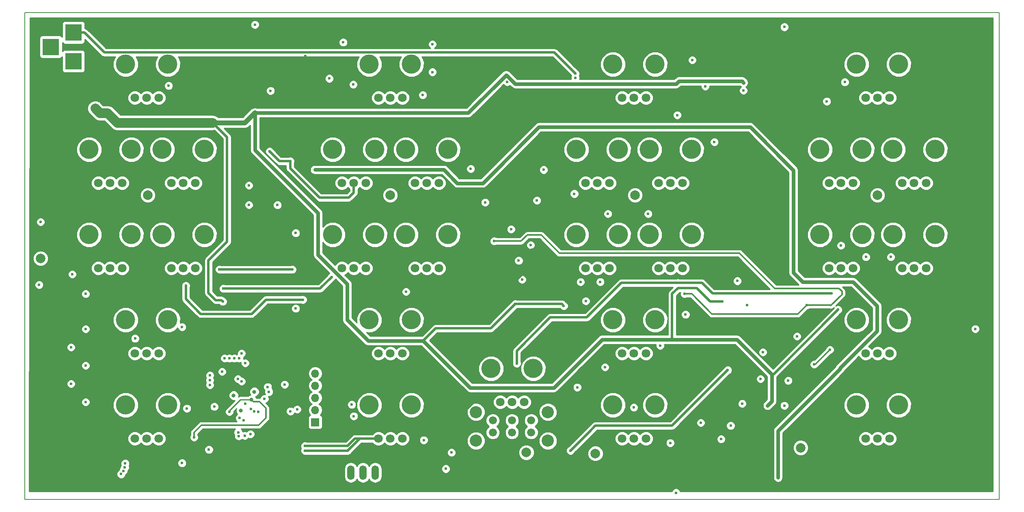
<source format=gbr>
%TF.GenerationSoftware,KiCad,Pcbnew,4.0.7*%
%TF.CreationDate,2019-01-17T01:04:15-05:00*%
%TF.ProjectId,synth_psoc,73796E74685F70736F632E6B69636164,rev?*%
%TF.FileFunction,Copper,L2,Inr,Mixed*%
%FSLAX46Y46*%
G04 Gerber Fmt 4.6, Leading zero omitted, Abs format (unit mm)*
G04 Created by KiCad (PCBNEW 4.0.7) date 01/17/19 01:04:15*
%MOMM*%
%LPD*%
G01*
G04 APERTURE LIST*
%ADD10C,0.150000*%
%ADD11R,3.500000X3.500000*%
%ADD12O,1.510000X3.010000*%
%ADD13R,1.700000X1.700000*%
%ADD14O,1.700000X1.700000*%
%ADD15C,1.800000*%
%ADD16C,4.000000*%
%ADD17C,1.676400*%
%ADD18C,2.540000*%
%ADD19C,0.600000*%
%ADD20C,2.000000*%
%ADD21C,0.800000*%
%ADD22C,0.500000*%
%ADD23C,0.750000*%
%ADD24C,1.000000*%
%ADD25C,2.000000*%
%ADD26C,0.300000*%
%ADD27C,0.250000*%
%ADD28C,0.254000*%
G04 APERTURE END LIST*
D10*
X203200000Y0D02*
X101600000Y0D01*
X203200000Y-101600000D02*
X203200000Y0D01*
X101600000Y-101600000D02*
X203200000Y-101600000D01*
X101600000Y0D02*
X0Y0D01*
X0Y-101600000D02*
X101600000Y-101600000D01*
X0Y0D02*
X0Y-101600000D01*
D11*
X10160000Y-10160000D03*
X10160000Y-4160000D03*
X5460000Y-7160000D03*
D12*
X73080000Y-96000000D03*
X70540000Y-96000000D03*
X68000000Y-96000000D03*
D13*
X60579000Y-85471000D03*
D14*
X60579000Y-82931000D03*
X60579000Y-80391000D03*
X60579000Y-77851000D03*
X60579000Y-75311000D03*
D15*
X116920000Y-35560000D03*
X119420000Y-35560000D03*
X121920000Y-35560000D03*
D16*
X115020000Y-28560000D03*
X123820000Y-28560000D03*
D15*
X15320000Y-35560000D03*
X17820000Y-35560000D03*
X20320000Y-35560000D03*
D16*
X13420000Y-28560000D03*
X22220000Y-28560000D03*
D15*
X66120000Y-35560000D03*
X68620000Y-35560000D03*
X71120000Y-35560000D03*
D16*
X64220000Y-28560000D03*
X73020000Y-28560000D03*
D15*
X167720000Y-35560000D03*
X170220000Y-35560000D03*
X172720000Y-35560000D03*
D16*
X165820000Y-28560000D03*
X174620000Y-28560000D03*
D15*
X22940000Y-88900000D03*
X25440000Y-88900000D03*
X27940000Y-88900000D03*
D16*
X21040000Y-81900000D03*
X29840000Y-81900000D03*
D15*
X73740000Y-88900000D03*
X76240000Y-88900000D03*
X78740000Y-88900000D03*
D16*
X71840000Y-81900000D03*
X80640000Y-81900000D03*
D15*
X124540000Y-88900000D03*
X127040000Y-88900000D03*
X129540000Y-88900000D03*
D16*
X122640000Y-81900000D03*
X131440000Y-81900000D03*
D15*
X175340000Y-88900000D03*
X177840000Y-88900000D03*
X180340000Y-88900000D03*
D16*
X173440000Y-81900000D03*
X182240000Y-81900000D03*
D15*
X99140000Y-81280000D03*
X101640000Y-81280000D03*
X104140000Y-81280000D03*
D16*
X97240000Y-74280000D03*
X106040000Y-74280000D03*
D15*
X132160000Y-53340000D03*
X134660000Y-53340000D03*
X137160000Y-53340000D03*
D16*
X130260000Y-46340000D03*
X139060000Y-46340000D03*
D15*
X30560000Y-53340000D03*
X33060000Y-53340000D03*
X35560000Y-53340000D03*
D16*
X28660000Y-46340000D03*
X37460000Y-46340000D03*
D15*
X116920000Y-53340000D03*
X119420000Y-53340000D03*
X121920000Y-53340000D03*
D16*
X115020000Y-46340000D03*
X123820000Y-46340000D03*
D15*
X15320000Y-53340000D03*
X17820000Y-53340000D03*
X20320000Y-53340000D03*
D16*
X13420000Y-46340000D03*
X22220000Y-46340000D03*
D15*
X81360000Y-53340000D03*
X83860000Y-53340000D03*
X86360000Y-53340000D03*
D16*
X79460000Y-46340000D03*
X88260000Y-46340000D03*
D15*
X182960000Y-53340000D03*
X185460000Y-53340000D03*
X187960000Y-53340000D03*
D16*
X181060000Y-46340000D03*
X189860000Y-46340000D03*
D15*
X66120000Y-53340000D03*
X68620000Y-53340000D03*
X71120000Y-53340000D03*
D16*
X64220000Y-46340000D03*
X73020000Y-46340000D03*
D15*
X167720000Y-53340000D03*
X170220000Y-53340000D03*
X172720000Y-53340000D03*
D16*
X165820000Y-46340000D03*
X174620000Y-46340000D03*
D15*
X22940000Y-17780000D03*
X25440000Y-17780000D03*
X27940000Y-17780000D03*
D16*
X21040000Y-10780000D03*
X29840000Y-10780000D03*
D15*
X73740000Y-17780000D03*
X76240000Y-17780000D03*
X78740000Y-17780000D03*
D16*
X71840000Y-10780000D03*
X80640000Y-10780000D03*
D15*
X124540000Y-17780000D03*
X127040000Y-17780000D03*
X129540000Y-17780000D03*
D16*
X122640000Y-10780000D03*
X131440000Y-10780000D03*
D15*
X175340000Y-17780000D03*
X177840000Y-17780000D03*
X180340000Y-17780000D03*
D16*
X173440000Y-10780000D03*
X182240000Y-10780000D03*
D15*
X30560000Y-35560000D03*
X33060000Y-35560000D03*
X35560000Y-35560000D03*
D16*
X28660000Y-28560000D03*
X37460000Y-28560000D03*
D15*
X81360000Y-35560000D03*
X83860000Y-35560000D03*
X86360000Y-35560000D03*
D16*
X79460000Y-28560000D03*
X88260000Y-28560000D03*
D15*
X132160000Y-35560000D03*
X134660000Y-35560000D03*
X137160000Y-35560000D03*
D16*
X130260000Y-28560000D03*
X139060000Y-28560000D03*
D15*
X182960000Y-35560000D03*
X185460000Y-35560000D03*
X187960000Y-35560000D03*
D16*
X181060000Y-28560000D03*
X189860000Y-28560000D03*
D15*
X22940000Y-71120000D03*
X25440000Y-71120000D03*
X27940000Y-71120000D03*
D16*
X21040000Y-64120000D03*
X29840000Y-64120000D03*
D15*
X73740000Y-71120000D03*
X76240000Y-71120000D03*
X78740000Y-71120000D03*
D16*
X71840000Y-64120000D03*
X80640000Y-64120000D03*
D15*
X124540000Y-71120000D03*
X127040000Y-71120000D03*
X129540000Y-71120000D03*
D16*
X122640000Y-64120000D03*
X131440000Y-64120000D03*
D15*
X175340000Y-71120000D03*
X177840000Y-71120000D03*
X180340000Y-71120000D03*
D16*
X173440000Y-64120000D03*
X182240000Y-64120000D03*
D17*
X97602040Y-85110320D03*
X101600000Y-85110320D03*
X105597960Y-85110320D03*
X97602040Y-87609680D03*
X101600000Y-87609680D03*
X105597960Y-87609680D03*
D18*
X94101920Y-83360260D03*
X94101920Y-89359740D03*
X109098080Y-83360260D03*
X109098080Y-89359740D03*
D19*
X100584000Y-14478000D03*
X51054000Y-28956000D03*
X55372000Y-30988000D03*
X114808000Y-12700000D03*
X58420000Y-91440000D03*
X67310000Y-91440000D03*
X58420000Y-90424000D03*
X67310000Y-90424000D03*
X161036000Y-67564000D03*
X153924000Y-70866000D03*
X153416000Y-76454000D03*
X140970000Y-85598000D03*
X139192000Y-9906000D03*
X149860000Y-16256000D03*
X3302000Y-43688000D03*
X9652000Y-69850000D03*
X9652000Y-77470000D03*
X9906000Y-54610000D03*
X114800000Y-13600000D03*
X148600000Y-56000000D03*
X137800000Y-63000000D03*
X23000000Y-68000000D03*
X32800000Y-65600000D03*
X66400000Y-6200000D03*
X85000000Y-6600000D03*
X103000000Y-51750000D03*
X105500000Y-48500000D03*
X143800000Y-27000000D03*
X54200000Y-77600000D03*
X46736000Y-40132000D03*
X46736000Y-36068000D03*
X52699990Y-40157152D03*
X48000000Y-2500000D03*
X30000000Y-15250000D03*
X63500000Y-13750000D03*
X136057841Y-21380011D03*
X167250000Y-18500000D03*
X51250000Y-16300000D03*
X68500000Y-15000000D03*
X150600000Y-61000000D03*
X108200000Y-32800000D03*
X145200000Y-89000000D03*
X93000000Y-32600000D03*
X83000000Y-17200000D03*
X85000000Y-12400000D03*
X159200000Y-76800000D03*
X114600000Y-37800000D03*
X158400000Y-3000000D03*
X50000000Y-80600000D03*
X141910668Y-15410668D03*
X171000000Y-14500000D03*
X198200000Y-66000000D03*
X106800000Y-39200000D03*
X103707627Y-55707627D03*
X115900000Y-56200000D03*
X96000000Y-39600000D03*
X101400000Y-45200000D03*
X112400000Y-61200000D03*
X102300000Y-60800000D03*
X145500000Y-60300000D03*
X41300000Y-60300000D03*
X169600000Y-62000000D03*
X154900000Y-82000000D03*
X149900000Y-14600000D03*
X100400000Y-13000000D03*
X67200000Y-64100000D03*
X61100000Y-41800000D03*
X48000000Y-20900000D03*
D20*
X14700000Y-20000000D03*
X177800000Y-38100000D03*
X127254000Y-38100000D03*
X76200000Y-38100000D03*
X25654000Y-38100000D03*
D19*
X35306000Y-88646000D03*
X42672000Y-83312000D03*
D21*
X47269085Y-80774979D03*
D19*
X3000000Y-56800000D03*
X55400000Y-83200000D03*
X48700000Y-83300000D03*
X45612221Y-85124990D03*
X87800000Y-95200000D03*
X83200000Y-89200000D03*
X33800000Y-82600000D03*
X121600000Y-42000000D03*
X130000000Y-42000000D03*
X47134350Y-82756234D03*
D20*
X119000000Y-92000000D03*
D19*
X170200000Y-48600000D03*
X117000000Y-60200000D03*
X120000000Y-56200000D03*
X147200000Y-86200000D03*
X44800000Y-84599990D03*
X39526136Y-82240590D03*
X47800000Y-83200000D03*
D20*
X104600000Y-91800000D03*
D19*
X68200000Y-81800000D03*
X56800000Y-82800000D03*
X158400000Y-82000000D03*
X32800000Y-94000000D03*
X149600000Y-81600000D03*
X68600000Y-84200000D03*
X146600000Y-74600000D03*
X113800000Y-91400000D03*
X115200000Y-78200000D03*
X89000000Y-91800000D03*
X127000000Y-82400000D03*
X121000000Y-74000000D03*
X168200000Y-58600000D03*
X136200000Y-56400000D03*
X102600000Y-73200000D03*
X64000000Y-55200000D03*
X41400000Y-57600000D03*
X132500000Y-69500000D03*
X164592000Y-73406000D03*
X167894000Y-70358000D03*
D21*
X45085000Y-83095010D03*
D20*
X3302000Y-51308000D03*
D21*
X47879000Y-79121000D03*
X43561000Y-79883000D03*
D19*
X38400000Y-91200000D03*
X50927000Y-79121000D03*
X50673000Y-78105000D03*
X56500000Y-61750000D03*
X79500000Y-58250000D03*
X89916000Y-88392000D03*
X96520000Y-80010000D03*
X94742000Y-76708000D03*
X94742000Y-68072000D03*
X94742000Y-63754000D03*
X99060000Y-28702000D03*
X102362000Y-31750000D03*
X41402000Y-9906000D03*
X41148000Y-3556000D03*
X58481730Y-9080009D03*
X155104536Y-5799989D03*
X156000000Y-66800000D03*
X144400000Y-71000000D03*
X148000000Y-83600000D03*
X135600000Y-79000000D03*
X100800000Y-65800000D03*
X144800000Y-5400000D03*
X144000000Y-29200000D03*
X159000000Y-23800000D03*
X54600000Y-26600000D03*
X43600000Y-29600000D03*
X99200000Y-27000000D03*
X101400000Y-4600000D03*
X99800000Y-4600000D03*
D20*
X105800000Y-50200000D03*
D19*
X60500000Y-32800000D03*
X56500000Y-46000000D03*
X160600000Y-54600000D03*
X157100000Y-97000000D03*
X134600000Y-89800000D03*
X135800000Y-100200000D03*
X180600000Y-51000000D03*
X175400000Y-51000000D03*
X97900000Y-47700000D03*
X33600000Y-57000000D03*
X58000000Y-59900000D03*
X163100000Y-61000000D03*
X137600000Y-58700000D03*
X55800000Y-53600000D03*
X40600000Y-53600000D03*
X41656000Y-72136000D03*
X43688000Y-72136000D03*
X45212000Y-71120000D03*
X44450000Y-76454000D03*
X42672000Y-72136000D03*
X44704000Y-72136000D03*
X45974000Y-73152000D03*
X45212000Y-76962000D03*
X41148000Y-74930000D03*
X38608000Y-75692000D03*
X38608000Y-76708000D03*
X38608000Y-77724000D03*
D20*
X161800000Y-90800000D03*
D19*
X46000000Y-81600000D03*
X20100000Y-96300000D03*
X12700000Y-81280000D03*
X47059168Y-87963094D03*
X20555831Y-95642552D03*
X12700000Y-73660000D03*
X45885824Y-88295022D03*
X20872316Y-94907803D03*
X12700000Y-66040000D03*
X44613138Y-88391972D03*
X20948206Y-94099794D03*
X12700000Y-58700000D03*
X44500000Y-87600000D03*
D22*
X12410000Y-4160000D02*
X10160000Y-4160000D01*
X114808000Y-12700000D02*
X110437999Y-8329999D01*
X110437999Y-8329999D02*
X16579999Y-8329999D01*
X16579999Y-8329999D02*
X12410000Y-4160000D01*
X55372000Y-30988000D02*
X53086000Y-30988000D01*
X53086000Y-30988000D02*
X51054000Y-28956000D01*
X61468000Y-38608000D02*
X55372000Y-32512000D01*
X55372000Y-32512000D02*
X55372000Y-30988000D01*
X67564000Y-38608000D02*
X61468000Y-38608000D01*
X68620000Y-37552000D02*
X67564000Y-38608000D01*
X68620000Y-35560000D02*
X68620000Y-37552000D01*
X67310000Y-91440000D02*
X58420000Y-91440000D01*
X73740000Y-88900000D02*
X69850000Y-88900000D01*
X69850000Y-88900000D02*
X67310000Y-91440000D01*
X67310000Y-90424000D02*
X58420000Y-90424000D01*
X73740000Y-88900000D02*
X68834000Y-88900000D01*
X68834000Y-88900000D02*
X67310000Y-90424000D01*
D23*
X136399999Y-14300001D02*
X149600001Y-14300001D01*
X102300000Y-14900000D02*
X135800000Y-14900000D01*
X135800000Y-14900000D02*
X136399999Y-14300001D01*
X100400000Y-13000000D02*
X102300000Y-14900000D01*
X149600001Y-14300001D02*
X149900000Y-14600000D01*
D22*
X102300000Y-60800000D02*
X112000000Y-60800000D01*
X112000000Y-60800000D02*
X112400000Y-61200000D01*
X97200000Y-65900000D02*
X85700000Y-65900000D01*
X85700000Y-65900000D02*
X83100000Y-68500000D01*
X102300000Y-60800000D02*
X97200000Y-65900000D01*
D23*
X120400000Y-68200000D02*
X135000000Y-68200000D01*
X135000000Y-68200000D02*
X148500000Y-68200000D01*
D22*
X145500000Y-60300000D02*
X142900000Y-60300000D01*
X142900000Y-60300000D02*
X140100000Y-57500000D01*
X140100000Y-57500000D02*
X136200000Y-57500000D01*
X136200000Y-57500000D02*
X135000000Y-58700000D01*
X135000000Y-58700000D02*
X135000000Y-68200000D01*
X42200000Y-47800000D02*
X42200000Y-26000000D01*
X42200000Y-26000000D02*
X39200000Y-23000000D01*
X38300000Y-51700000D02*
X42200000Y-47800000D01*
X38300000Y-58500000D02*
X38300000Y-51700000D01*
X39800001Y-60000001D02*
X38300000Y-58500000D01*
X41300000Y-60300000D02*
X41000001Y-60000001D01*
X41000001Y-60000001D02*
X39800001Y-60000001D01*
X155800000Y-75500000D02*
X156100000Y-75500000D01*
X156100000Y-75500000D02*
X169600000Y-62000000D01*
D23*
X155800000Y-75500000D02*
X155800000Y-81100000D01*
X155800000Y-81100000D02*
X154900000Y-82000000D01*
X148500000Y-68200000D02*
X155800000Y-75500000D01*
X110300000Y-78300000D02*
X120400000Y-68200000D01*
X92900000Y-78300000D02*
X110300000Y-78300000D01*
X83100000Y-68500000D02*
X92900000Y-78300000D01*
X67200000Y-64100000D02*
X71600000Y-68500000D01*
X71600000Y-68500000D02*
X83100000Y-68500000D01*
X92500000Y-20900000D02*
X100400000Y-13000000D01*
X48000000Y-20900000D02*
X92500000Y-20900000D01*
X61100000Y-41800000D02*
X61100000Y-50503002D01*
X61100000Y-50503002D02*
X67200000Y-56603002D01*
X67200000Y-56603002D02*
X67200000Y-64100000D01*
X48000000Y-20900000D02*
X48000000Y-28700000D01*
X48000000Y-28700000D02*
X61100000Y-41800000D01*
D24*
X39200000Y-23000000D02*
X45900000Y-23000000D01*
X45900000Y-23000000D02*
X48000000Y-20900000D01*
D25*
X19300000Y-23000000D02*
X39200000Y-23000000D01*
X17299999Y-20999999D02*
X19300000Y-23000000D01*
X14700000Y-20000000D02*
X15699999Y-20999999D01*
X15699999Y-20999999D02*
X17299999Y-20999999D01*
D26*
X36830000Y-86106000D02*
X35306000Y-87630000D01*
X35306000Y-87630000D02*
X35306000Y-88646000D01*
X48768000Y-86106000D02*
X36830000Y-86106000D01*
X50292000Y-84582000D02*
X48768000Y-86106000D01*
X50292000Y-82550000D02*
X50292000Y-84582000D01*
X48916978Y-81174978D02*
X50292000Y-82550000D01*
X47269085Y-80774979D02*
X47669084Y-81174978D01*
X47669084Y-81174978D02*
X48916978Y-81174978D01*
D27*
X44960979Y-80774979D02*
X42672000Y-83063958D01*
X42672000Y-83063958D02*
X42672000Y-83312000D01*
X47269085Y-80774979D02*
X44960979Y-80774979D01*
D22*
X135000000Y-86200000D02*
X146600000Y-74600000D01*
X119000000Y-86200000D02*
X135000000Y-86200000D01*
X117650001Y-87549999D02*
X119000000Y-86200000D01*
X113800000Y-91400000D02*
X117650001Y-87549999D01*
X143400000Y-58600000D02*
X168200000Y-58600000D01*
X141200000Y-56400000D02*
X143400000Y-58600000D01*
X136200000Y-56400000D02*
X141200000Y-56400000D01*
X124400000Y-56400000D02*
X136200000Y-56400000D01*
X117200000Y-63600000D02*
X124400000Y-56400000D01*
X109600000Y-63600000D02*
X117200000Y-63600000D01*
X102600000Y-70600000D02*
X109600000Y-63600000D01*
X102600000Y-70800000D02*
X102600000Y-70600000D01*
X102600000Y-73200000D02*
X102600000Y-70800000D01*
X41400000Y-57600000D02*
X61600000Y-57600000D01*
X61600000Y-57600000D02*
X64000000Y-55200000D01*
D26*
X167894000Y-70358000D02*
X164846000Y-73406000D01*
X164846000Y-73406000D02*
X164592000Y-73406000D01*
X96520000Y-80010000D02*
X95054578Y-80010000D01*
X89916000Y-85148578D02*
X89916000Y-88392000D01*
X95054578Y-80010000D02*
X89916000Y-85148578D01*
X93980000Y-75946000D02*
X94742000Y-76708000D01*
X93980000Y-70358000D02*
X93980000Y-75946000D01*
X94742000Y-69596000D02*
X93980000Y-70358000D01*
X94742000Y-68072000D02*
X94742000Y-69596000D01*
X105800000Y-52696000D02*
X94742000Y-63754000D01*
X105800000Y-50200000D02*
X105800000Y-52696000D01*
X102362000Y-38608000D02*
X102362000Y-31750000D01*
X94996000Y-45974000D02*
X102362000Y-38608000D01*
X94996000Y-48768000D02*
X94996000Y-45974000D01*
X95428001Y-49200001D02*
X94996000Y-48768000D01*
X105800000Y-50200000D02*
X104800001Y-49200001D01*
X104800001Y-49200001D02*
X95428001Y-49200001D01*
X58481730Y-9080009D02*
X58481730Y-9504273D01*
X58481730Y-9504273D02*
X54016003Y-13970000D01*
D23*
X160899999Y-54899999D02*
X160600000Y-54600000D01*
X177700000Y-61200000D02*
X172700000Y-56200000D01*
X170044002Y-74334002D02*
X170044002Y-74155998D01*
X162200000Y-56200000D02*
X160899999Y-54899999D01*
X157100000Y-97000000D02*
X157100000Y-87278004D01*
X157100000Y-87278004D02*
X170044002Y-74334002D01*
X172700000Y-56200000D02*
X162200000Y-56200000D01*
X170044002Y-74155998D02*
X177700000Y-66500000D01*
X177700000Y-66500000D02*
X177700000Y-61200000D01*
X60500000Y-32800000D02*
X87400000Y-32800000D01*
X87400000Y-32800000D02*
X90200000Y-35600000D01*
X90200000Y-35600000D02*
X95500000Y-35600000D01*
X160300000Y-32900000D02*
X160300001Y-54300001D01*
X95500000Y-35600000D02*
X107200000Y-23900000D01*
X107200000Y-23900000D02*
X151300000Y-23900000D01*
X151300000Y-23900000D02*
X160300000Y-32900000D01*
X160300001Y-54300001D02*
X160600000Y-54600000D01*
D26*
X168100000Y-61100000D02*
X168000000Y-61000000D01*
X168000000Y-61000000D02*
X163100000Y-61000000D01*
X170400000Y-58800000D02*
X168100000Y-61100000D01*
X170400000Y-58200000D02*
X170400000Y-58800000D01*
X169800000Y-57600000D02*
X170400000Y-58200000D01*
X156400000Y-57600000D02*
X169800000Y-57600000D01*
X149000000Y-50200000D02*
X156400000Y-57600000D01*
X111500000Y-50200000D02*
X149000000Y-50200000D01*
X107700000Y-46400000D02*
X111500000Y-50200000D01*
X104800000Y-46400000D02*
X107700000Y-46400000D01*
X103500000Y-47700000D02*
X104800000Y-46400000D01*
X97900000Y-47700000D02*
X103500000Y-47700000D01*
D22*
X58000000Y-59900000D02*
X50300000Y-59900000D01*
X50300000Y-59900000D02*
X47300000Y-62900000D01*
X47300000Y-62900000D02*
X36700000Y-62900000D01*
X36700000Y-62900000D02*
X33600000Y-59800000D01*
X33600000Y-59800000D02*
X33600000Y-57000000D01*
D26*
X143300000Y-62900000D02*
X161200000Y-62900000D01*
X161200000Y-62900000D02*
X163100000Y-61000000D01*
X139100000Y-58700000D02*
X143300000Y-62900000D01*
X137600000Y-58700000D02*
X139100000Y-58700000D01*
D22*
X40600000Y-53600000D02*
X55800000Y-53600000D01*
D28*
G36*
X201873000Y-99873000D02*
X136676558Y-99873000D01*
X136593117Y-99671057D01*
X136330327Y-99407808D01*
X135986799Y-99265162D01*
X135614833Y-99264838D01*
X135271057Y-99406883D01*
X135007808Y-99669673D01*
X134923379Y-99873000D01*
X927257Y-99873000D01*
X934100Y-96485167D01*
X19164838Y-96485167D01*
X19306883Y-96828943D01*
X19569673Y-97092192D01*
X19913201Y-97234838D01*
X20285167Y-97235162D01*
X20628943Y-97093117D01*
X20892192Y-96830327D01*
X21034838Y-96486799D01*
X21034865Y-96456291D01*
X21084774Y-96435669D01*
X21348023Y-96172879D01*
X21490669Y-95829351D01*
X21490859Y-95611476D01*
X21664508Y-95438130D01*
X21760035Y-95208075D01*
X66610000Y-95208075D01*
X66610000Y-96791925D01*
X66715807Y-97323855D01*
X67017122Y-97774803D01*
X67468070Y-98076118D01*
X68000000Y-98181925D01*
X68531930Y-98076118D01*
X68982878Y-97774803D01*
X69270000Y-97345096D01*
X69557122Y-97774803D01*
X70008070Y-98076118D01*
X70540000Y-98181925D01*
X71071930Y-98076118D01*
X71522878Y-97774803D01*
X71810000Y-97345096D01*
X72097122Y-97774803D01*
X72548070Y-98076118D01*
X73080000Y-98181925D01*
X73611930Y-98076118D01*
X74062878Y-97774803D01*
X74364193Y-97323855D01*
X74470000Y-96791925D01*
X74470000Y-95385167D01*
X86864838Y-95385167D01*
X87006883Y-95728943D01*
X87269673Y-95992192D01*
X87613201Y-96134838D01*
X87985167Y-96135162D01*
X88328943Y-95993117D01*
X88592192Y-95730327D01*
X88734838Y-95386799D01*
X88735162Y-95014833D01*
X88593117Y-94671057D01*
X88330327Y-94407808D01*
X87986799Y-94265162D01*
X87614833Y-94264838D01*
X87271057Y-94406883D01*
X87007808Y-94669673D01*
X86865162Y-95013201D01*
X86864838Y-95385167D01*
X74470000Y-95385167D01*
X74470000Y-95208075D01*
X74364193Y-94676145D01*
X74062878Y-94225197D01*
X73611930Y-93923882D01*
X73080000Y-93818075D01*
X72548070Y-93923882D01*
X72097122Y-94225197D01*
X71810000Y-94654904D01*
X71522878Y-94225197D01*
X71071930Y-93923882D01*
X70540000Y-93818075D01*
X70008070Y-93923882D01*
X69557122Y-94225197D01*
X69270000Y-94654904D01*
X68982878Y-94225197D01*
X68531930Y-93923882D01*
X68000000Y-93818075D01*
X67468070Y-93923882D01*
X67017122Y-94225197D01*
X66715807Y-94676145D01*
X66610000Y-95208075D01*
X21760035Y-95208075D01*
X21807154Y-95094602D01*
X21807478Y-94722636D01*
X21754860Y-94595292D01*
X21883044Y-94286593D01*
X21883132Y-94185167D01*
X31864838Y-94185167D01*
X32006883Y-94528943D01*
X32269673Y-94792192D01*
X32613201Y-94934838D01*
X32985167Y-94935162D01*
X33328943Y-94793117D01*
X33592192Y-94530327D01*
X33734838Y-94186799D01*
X33735162Y-93814833D01*
X33593117Y-93471057D01*
X33330327Y-93207808D01*
X32986799Y-93065162D01*
X32614833Y-93064838D01*
X32271057Y-93206883D01*
X32007808Y-93469673D01*
X31865162Y-93813201D01*
X31864838Y-94185167D01*
X21883132Y-94185167D01*
X21883368Y-93914627D01*
X21741323Y-93570851D01*
X21478533Y-93307602D01*
X21135005Y-93164956D01*
X20763039Y-93164632D01*
X20419263Y-93306677D01*
X20156014Y-93569467D01*
X20013368Y-93912995D01*
X20013044Y-94284961D01*
X20065662Y-94412305D01*
X19937478Y-94721004D01*
X19937288Y-94938879D01*
X19763639Y-95112225D01*
X19620993Y-95455753D01*
X19620966Y-95486261D01*
X19571057Y-95506883D01*
X19307808Y-95769673D01*
X19165162Y-96113201D01*
X19164838Y-96485167D01*
X934100Y-96485167D01*
X944402Y-91385167D01*
X37464838Y-91385167D01*
X37606883Y-91728943D01*
X37869673Y-91992192D01*
X38213201Y-92134838D01*
X38585167Y-92135162D01*
X38928943Y-91993117D01*
X39192192Y-91730327D01*
X39334838Y-91386799D01*
X39335162Y-91014833D01*
X39193117Y-90671057D01*
X39131335Y-90609167D01*
X57484838Y-90609167D01*
X57618383Y-90932371D01*
X57485162Y-91253201D01*
X57484838Y-91625167D01*
X57626883Y-91968943D01*
X57889673Y-92232192D01*
X58233201Y-92374838D01*
X58605167Y-92375162D01*
X58726569Y-92325000D01*
X67003178Y-92325000D01*
X67123201Y-92374838D01*
X67495167Y-92375162D01*
X67838943Y-92233117D01*
X68087326Y-91985167D01*
X88064838Y-91985167D01*
X88206883Y-92328943D01*
X88469673Y-92592192D01*
X88813201Y-92734838D01*
X89185167Y-92735162D01*
X89528943Y-92593117D01*
X89792192Y-92330327D01*
X89877952Y-92123795D01*
X102964716Y-92123795D01*
X103213106Y-92724943D01*
X103672637Y-93185278D01*
X104273352Y-93434716D01*
X104923795Y-93435284D01*
X105524943Y-93186894D01*
X105985278Y-92727363D01*
X106234716Y-92126648D01*
X106235188Y-91585167D01*
X112864838Y-91585167D01*
X113006883Y-91928943D01*
X113269673Y-92192192D01*
X113613201Y-92334838D01*
X113985167Y-92335162D01*
X114012677Y-92323795D01*
X117364716Y-92323795D01*
X117613106Y-92924943D01*
X118072637Y-93385278D01*
X118673352Y-93634716D01*
X119323795Y-93635284D01*
X119924943Y-93386894D01*
X120385278Y-92927363D01*
X120634716Y-92326648D01*
X120635284Y-91676205D01*
X120386894Y-91075057D01*
X119927363Y-90614722D01*
X119326648Y-90365284D01*
X118676205Y-90364716D01*
X118075057Y-90613106D01*
X117614722Y-91072637D01*
X117365284Y-91673352D01*
X117364716Y-92323795D01*
X114012677Y-92323795D01*
X114328943Y-92193117D01*
X114592192Y-91930327D01*
X114642566Y-91809014D01*
X117247588Y-89203991D01*
X123004735Y-89203991D01*
X123237932Y-89768371D01*
X123669357Y-90200551D01*
X124233330Y-90434733D01*
X124843991Y-90435265D01*
X125408371Y-90202068D01*
X125790288Y-89820818D01*
X126169357Y-90200551D01*
X126733330Y-90434733D01*
X127343991Y-90435265D01*
X127908371Y-90202068D01*
X128290288Y-89820818D01*
X128669357Y-90200551D01*
X129233330Y-90434733D01*
X129843991Y-90435265D01*
X130408371Y-90202068D01*
X130625651Y-89985167D01*
X133664838Y-89985167D01*
X133806883Y-90328943D01*
X134069673Y-90592192D01*
X134413201Y-90734838D01*
X134785167Y-90735162D01*
X135128943Y-90593117D01*
X135392192Y-90330327D01*
X135534838Y-89986799D01*
X135535162Y-89614833D01*
X135393117Y-89271057D01*
X135307377Y-89185167D01*
X144264838Y-89185167D01*
X144406883Y-89528943D01*
X144669673Y-89792192D01*
X145013201Y-89934838D01*
X145385167Y-89935162D01*
X145728943Y-89793117D01*
X145992192Y-89530327D01*
X146134838Y-89186799D01*
X146135162Y-88814833D01*
X145993117Y-88471057D01*
X145730327Y-88207808D01*
X145386799Y-88065162D01*
X145014833Y-88064838D01*
X144671057Y-88206883D01*
X144407808Y-88469673D01*
X144265162Y-88813201D01*
X144264838Y-89185167D01*
X135307377Y-89185167D01*
X135130327Y-89007808D01*
X134786799Y-88865162D01*
X134414833Y-88864838D01*
X134071057Y-89006883D01*
X133807808Y-89269673D01*
X133665162Y-89613201D01*
X133664838Y-89985167D01*
X130625651Y-89985167D01*
X130840551Y-89770643D01*
X131074733Y-89206670D01*
X131075265Y-88596009D01*
X130842068Y-88031629D01*
X130410643Y-87599449D01*
X129846670Y-87365267D01*
X129236009Y-87364735D01*
X128671629Y-87597932D01*
X128289712Y-87979182D01*
X127910643Y-87599449D01*
X127346670Y-87365267D01*
X126736009Y-87364735D01*
X126171629Y-87597932D01*
X125789712Y-87979182D01*
X125410643Y-87599449D01*
X124846670Y-87365267D01*
X124236009Y-87364735D01*
X123671629Y-87597932D01*
X123239449Y-88029357D01*
X123005267Y-88593330D01*
X123004735Y-89203991D01*
X117247588Y-89203991D01*
X118275788Y-88175791D01*
X118275791Y-88175789D01*
X119366579Y-87085000D01*
X134999995Y-87085000D01*
X135000000Y-87085001D01*
X135286899Y-87027932D01*
X135338675Y-87017633D01*
X135625790Y-86825790D01*
X135625791Y-86825789D01*
X136668412Y-85783167D01*
X140034838Y-85783167D01*
X140176883Y-86126943D01*
X140439673Y-86390192D01*
X140783201Y-86532838D01*
X141155167Y-86533162D01*
X141498943Y-86391117D01*
X141504903Y-86385167D01*
X146264838Y-86385167D01*
X146406883Y-86728943D01*
X146669673Y-86992192D01*
X147013201Y-87134838D01*
X147385167Y-87135162D01*
X147728943Y-86993117D01*
X147992192Y-86730327D01*
X148134838Y-86386799D01*
X148135162Y-86014833D01*
X147993117Y-85671057D01*
X147730327Y-85407808D01*
X147386799Y-85265162D01*
X147014833Y-85264838D01*
X146671057Y-85406883D01*
X146407808Y-85669673D01*
X146265162Y-86013201D01*
X146264838Y-86385167D01*
X141504903Y-86385167D01*
X141762192Y-86128327D01*
X141904838Y-85784799D01*
X141905162Y-85412833D01*
X141763117Y-85069057D01*
X141500327Y-84805808D01*
X141156799Y-84663162D01*
X140784833Y-84662838D01*
X140441057Y-84804883D01*
X140177808Y-85067673D01*
X140035162Y-85411201D01*
X140034838Y-85783167D01*
X136668412Y-85783167D01*
X140666412Y-81785167D01*
X148664838Y-81785167D01*
X148806883Y-82128943D01*
X149069673Y-82392192D01*
X149413201Y-82534838D01*
X149785167Y-82535162D01*
X150128943Y-82393117D01*
X150392192Y-82130327D01*
X150534838Y-81786799D01*
X150535162Y-81414833D01*
X150393117Y-81071057D01*
X150130327Y-80807808D01*
X149786799Y-80665162D01*
X149414833Y-80664838D01*
X149071057Y-80806883D01*
X148807808Y-81069673D01*
X148665162Y-81413201D01*
X148664838Y-81785167D01*
X140666412Y-81785167D01*
X145812412Y-76639167D01*
X152480838Y-76639167D01*
X152622883Y-76982943D01*
X152885673Y-77246192D01*
X153229201Y-77388838D01*
X153601167Y-77389162D01*
X153944943Y-77247117D01*
X154208192Y-76984327D01*
X154350838Y-76640799D01*
X154351162Y-76268833D01*
X154209117Y-75925057D01*
X153946327Y-75661808D01*
X153602799Y-75519162D01*
X153230833Y-75518838D01*
X152887057Y-75660883D01*
X152623808Y-75923673D01*
X152481162Y-76267201D01*
X152480838Y-76639167D01*
X145812412Y-76639167D01*
X147008834Y-75442745D01*
X147128943Y-75393117D01*
X147392192Y-75130327D01*
X147534838Y-74786799D01*
X147535162Y-74414833D01*
X147393117Y-74071057D01*
X147130327Y-73807808D01*
X146786799Y-73665162D01*
X146414833Y-73664838D01*
X146071057Y-73806883D01*
X145807808Y-74069673D01*
X145757434Y-74190987D01*
X134633420Y-85315000D01*
X119000005Y-85315000D01*
X119000000Y-85314999D01*
X118717516Y-85371190D01*
X118661325Y-85382367D01*
X118374210Y-85574210D01*
X118374208Y-85574213D01*
X117024211Y-86924209D01*
X117024209Y-86924212D01*
X113391164Y-90557256D01*
X113271057Y-90606883D01*
X113007808Y-90869673D01*
X112865162Y-91213201D01*
X112864838Y-91585167D01*
X106235188Y-91585167D01*
X106235284Y-91476205D01*
X105986894Y-90875057D01*
X105527363Y-90414722D01*
X104926648Y-90165284D01*
X104276205Y-90164716D01*
X103675057Y-90413106D01*
X103214722Y-90872637D01*
X102965284Y-91473352D01*
X102964716Y-92123795D01*
X89877952Y-92123795D01*
X89934838Y-91986799D01*
X89935162Y-91614833D01*
X89793117Y-91271057D01*
X89530327Y-91007808D01*
X89186799Y-90865162D01*
X88814833Y-90864838D01*
X88471057Y-91006883D01*
X88207808Y-91269673D01*
X88065162Y-91613201D01*
X88064838Y-91985167D01*
X68087326Y-91985167D01*
X68102192Y-91970327D01*
X68152566Y-91849014D01*
X70216579Y-89785000D01*
X72454532Y-89785000D01*
X72869357Y-90200551D01*
X73433330Y-90434733D01*
X74043991Y-90435265D01*
X74608371Y-90202068D01*
X74990288Y-89820818D01*
X75369357Y-90200551D01*
X75933330Y-90434733D01*
X76543991Y-90435265D01*
X77108371Y-90202068D01*
X77490288Y-89820818D01*
X77869357Y-90200551D01*
X78433330Y-90434733D01*
X79043991Y-90435265D01*
X79608371Y-90202068D01*
X80040551Y-89770643D01*
X80200614Y-89385167D01*
X82264838Y-89385167D01*
X82406883Y-89728943D01*
X82669673Y-89992192D01*
X83013201Y-90134838D01*
X83385167Y-90135162D01*
X83728943Y-89993117D01*
X83985502Y-89737005D01*
X92196590Y-89737005D01*
X92485998Y-90437426D01*
X93021415Y-90973779D01*
X93721330Y-91264408D01*
X94479185Y-91265070D01*
X95179606Y-90975662D01*
X95715959Y-90440245D01*
X96006588Y-89740330D01*
X96006590Y-89737005D01*
X107192750Y-89737005D01*
X107482158Y-90437426D01*
X108017575Y-90973779D01*
X108717490Y-91264408D01*
X109475345Y-91265070D01*
X110175766Y-90975662D01*
X110712119Y-90440245D01*
X111002748Y-89740330D01*
X111003410Y-88982475D01*
X110714002Y-88282054D01*
X110178585Y-87745701D01*
X109478670Y-87455072D01*
X108720815Y-87454410D01*
X108020394Y-87743818D01*
X107484041Y-88279235D01*
X107193412Y-88979150D01*
X107192750Y-89737005D01*
X96006590Y-89737005D01*
X96007250Y-88982475D01*
X95717842Y-88282054D01*
X95182425Y-87745701D01*
X94482510Y-87455072D01*
X93724655Y-87454410D01*
X93024234Y-87743818D01*
X92487881Y-88279235D01*
X92197252Y-88979150D01*
X92196590Y-89737005D01*
X83985502Y-89737005D01*
X83992192Y-89730327D01*
X84134838Y-89386799D01*
X84135162Y-89014833D01*
X83993117Y-88671057D01*
X83730327Y-88407808D01*
X83386799Y-88265162D01*
X83014833Y-88264838D01*
X82671057Y-88406883D01*
X82407808Y-88669673D01*
X82265162Y-89013201D01*
X82264838Y-89385167D01*
X80200614Y-89385167D01*
X80274733Y-89206670D01*
X80275265Y-88596009D01*
X80042068Y-88031629D01*
X79610643Y-87599449D01*
X79046670Y-87365267D01*
X78436009Y-87364735D01*
X77871629Y-87597932D01*
X77489712Y-87979182D01*
X77110643Y-87599449D01*
X76546670Y-87365267D01*
X75936009Y-87364735D01*
X75371629Y-87597932D01*
X74989712Y-87979182D01*
X74610643Y-87599449D01*
X74046670Y-87365267D01*
X73436009Y-87364735D01*
X72871629Y-87597932D01*
X72453831Y-88015000D01*
X68834000Y-88015000D01*
X68495325Y-88082367D01*
X68208210Y-88274210D01*
X68208208Y-88274213D01*
X66943420Y-89539000D01*
X58726822Y-89539000D01*
X58606799Y-89489162D01*
X58234833Y-89488838D01*
X57891057Y-89630883D01*
X57627808Y-89893673D01*
X57485162Y-90237201D01*
X57484838Y-90609167D01*
X39131335Y-90609167D01*
X38930327Y-90407808D01*
X38586799Y-90265162D01*
X38214833Y-90264838D01*
X37871057Y-90406883D01*
X37607808Y-90669673D01*
X37465162Y-91013201D01*
X37464838Y-91385167D01*
X944402Y-91385167D01*
X948809Y-89203991D01*
X21404735Y-89203991D01*
X21637932Y-89768371D01*
X22069357Y-90200551D01*
X22633330Y-90434733D01*
X23243991Y-90435265D01*
X23808371Y-90202068D01*
X24190288Y-89820818D01*
X24569357Y-90200551D01*
X25133330Y-90434733D01*
X25743991Y-90435265D01*
X26308371Y-90202068D01*
X26690288Y-89820818D01*
X27069357Y-90200551D01*
X27633330Y-90434733D01*
X28243991Y-90435265D01*
X28808371Y-90202068D01*
X29240551Y-89770643D01*
X29474733Y-89206670D01*
X29475060Y-88831167D01*
X34370838Y-88831167D01*
X34512883Y-89174943D01*
X34775673Y-89438192D01*
X35119201Y-89580838D01*
X35491167Y-89581162D01*
X35834943Y-89439117D01*
X36098192Y-89176327D01*
X36240838Y-88832799D01*
X36241162Y-88460833D01*
X36099117Y-88117057D01*
X36091000Y-88108926D01*
X36091000Y-87955158D01*
X37155157Y-86891000D01*
X43886793Y-86891000D01*
X43707808Y-87069673D01*
X43565162Y-87413201D01*
X43564838Y-87785167D01*
X43706883Y-88128943D01*
X43709052Y-88131115D01*
X43678300Y-88205173D01*
X43677976Y-88577139D01*
X43820021Y-88920915D01*
X44082811Y-89184164D01*
X44426339Y-89326810D01*
X44798305Y-89327134D01*
X45142081Y-89185089D01*
X45297913Y-89029529D01*
X45355497Y-89087214D01*
X45699025Y-89229860D01*
X46070991Y-89230184D01*
X46414767Y-89088139D01*
X46678016Y-88825349D01*
X46680892Y-88818423D01*
X46872369Y-88897932D01*
X47244335Y-88898256D01*
X47588111Y-88756211D01*
X47851360Y-88493421D01*
X47994006Y-88149893D01*
X47994330Y-87777927D01*
X47852285Y-87434151D01*
X47589495Y-87170902D01*
X47245967Y-87028256D01*
X46874001Y-87027932D01*
X46530225Y-87169977D01*
X46266976Y-87432767D01*
X46264100Y-87439693D01*
X46072623Y-87360184D01*
X45700657Y-87359860D01*
X45435114Y-87469580D01*
X45435162Y-87414833D01*
X45293117Y-87071057D01*
X45113374Y-86891000D01*
X48768000Y-86891000D01*
X49068407Y-86831245D01*
X49323079Y-86661079D01*
X50847076Y-85137081D01*
X50847079Y-85137079D01*
X51017245Y-84882406D01*
X51077000Y-84582000D01*
X51077000Y-83385167D01*
X54464838Y-83385167D01*
X54606883Y-83728943D01*
X54869673Y-83992192D01*
X55213201Y-84134838D01*
X55585167Y-84135162D01*
X55928943Y-83993117D01*
X56192192Y-83730327D01*
X56255462Y-83577956D01*
X56269673Y-83592192D01*
X56613201Y-83734838D01*
X56985167Y-83735162D01*
X57328943Y-83593117D01*
X57592192Y-83330327D01*
X57734838Y-82986799D01*
X57735162Y-82614833D01*
X57593117Y-82271057D01*
X57330327Y-82007808D01*
X56986799Y-81865162D01*
X56614833Y-81864838D01*
X56271057Y-82006883D01*
X56007808Y-82269673D01*
X55944538Y-82422044D01*
X55930327Y-82407808D01*
X55586799Y-82265162D01*
X55214833Y-82264838D01*
X54871057Y-82406883D01*
X54607808Y-82669673D01*
X54465162Y-83013201D01*
X54464838Y-83385167D01*
X51077000Y-83385167D01*
X51077000Y-82550000D01*
X51017245Y-82249594D01*
X50847079Y-81994921D01*
X50328214Y-81476056D01*
X50528943Y-81393117D01*
X50792192Y-81130327D01*
X50934838Y-80786799D01*
X50935162Y-80414833D01*
X50793117Y-80071057D01*
X50777957Y-80055871D01*
X51112167Y-80056162D01*
X51455943Y-79914117D01*
X51719192Y-79651327D01*
X51861838Y-79307799D01*
X51862162Y-78935833D01*
X51720117Y-78592057D01*
X51552770Y-78424417D01*
X51607838Y-78291799D01*
X51608162Y-77919833D01*
X51552520Y-77785167D01*
X53264838Y-77785167D01*
X53406883Y-78128943D01*
X53669673Y-78392192D01*
X54013201Y-78534838D01*
X54385167Y-78535162D01*
X54728943Y-78393117D01*
X54992192Y-78130327D01*
X55134838Y-77786799D01*
X55135162Y-77414833D01*
X54993117Y-77071057D01*
X54730327Y-76807808D01*
X54386799Y-76665162D01*
X54014833Y-76664838D01*
X53671057Y-76806883D01*
X53407808Y-77069673D01*
X53265162Y-77413201D01*
X53264838Y-77785167D01*
X51552520Y-77785167D01*
X51466117Y-77576057D01*
X51203327Y-77312808D01*
X50859799Y-77170162D01*
X50487833Y-77169838D01*
X50144057Y-77311883D01*
X49880808Y-77574673D01*
X49738162Y-77918201D01*
X49737838Y-78290167D01*
X49879883Y-78633943D01*
X50047230Y-78801583D01*
X49992162Y-78934201D01*
X49991838Y-79306167D01*
X50133883Y-79649943D01*
X50149043Y-79665129D01*
X49814833Y-79664838D01*
X49471057Y-79806883D01*
X49207808Y-80069673D01*
X49065162Y-80413201D01*
X49065157Y-80419453D01*
X48916978Y-80389978D01*
X48229877Y-80389978D01*
X48147027Y-80189464D01*
X48105089Y-80147453D01*
X48464515Y-79998942D01*
X48755919Y-79708046D01*
X48913820Y-79327777D01*
X48914179Y-78916029D01*
X48756942Y-78535485D01*
X48466046Y-78244081D01*
X48085777Y-78086180D01*
X47674029Y-78085821D01*
X47293485Y-78243058D01*
X47002081Y-78533954D01*
X46844180Y-78914223D01*
X46843821Y-79325971D01*
X47001058Y-79706515D01*
X47042996Y-79748526D01*
X46683570Y-79897037D01*
X46565422Y-80014979D01*
X44960979Y-80014979D01*
X44670140Y-80072831D01*
X44577021Y-80135051D01*
X44595820Y-80089777D01*
X44596179Y-79678029D01*
X44438942Y-79297485D01*
X44148046Y-79006081D01*
X43767777Y-78848180D01*
X43356029Y-78847821D01*
X42975485Y-79005058D01*
X42684081Y-79295954D01*
X42526180Y-79676223D01*
X42525821Y-80087971D01*
X42683058Y-80468515D01*
X42973954Y-80759919D01*
X43354223Y-80917820D01*
X43742997Y-80918159D01*
X42134599Y-82526557D01*
X42133055Y-82528867D01*
X41879808Y-82781673D01*
X41737162Y-83125201D01*
X41736838Y-83497167D01*
X41878883Y-83840943D01*
X42141673Y-84104192D01*
X42485201Y-84246838D01*
X42857167Y-84247162D01*
X43200943Y-84105117D01*
X43464192Y-83842327D01*
X43606838Y-83498799D01*
X43607095Y-83203665D01*
X44140825Y-82669935D01*
X44050180Y-82888233D01*
X44049821Y-83299981D01*
X44207058Y-83680525D01*
X44315043Y-83788698D01*
X44271057Y-83806873D01*
X44007808Y-84069663D01*
X43865162Y-84413191D01*
X43864838Y-84785157D01*
X44006883Y-85128933D01*
X44198615Y-85321000D01*
X36830000Y-85321000D01*
X36529594Y-85380755D01*
X36274921Y-85550921D01*
X36274919Y-85550924D01*
X34750921Y-87074921D01*
X34580755Y-87329593D01*
X34574670Y-87360184D01*
X34521000Y-87630000D01*
X34521000Y-88108494D01*
X34513808Y-88115673D01*
X34371162Y-88459201D01*
X34370838Y-88831167D01*
X29475060Y-88831167D01*
X29475265Y-88596009D01*
X29242068Y-88031629D01*
X28810643Y-87599449D01*
X28246670Y-87365267D01*
X27636009Y-87364735D01*
X27071629Y-87597932D01*
X26689712Y-87979182D01*
X26310643Y-87599449D01*
X25746670Y-87365267D01*
X25136009Y-87364735D01*
X24571629Y-87597932D01*
X24189712Y-87979182D01*
X23810643Y-87599449D01*
X23246670Y-87365267D01*
X22636009Y-87364735D01*
X22071629Y-87597932D01*
X21639449Y-88029357D01*
X21405267Y-88593330D01*
X21404735Y-89203991D01*
X948809Y-89203991D01*
X962511Y-82421834D01*
X18404543Y-82421834D01*
X18804853Y-83390658D01*
X19545443Y-84132542D01*
X20513567Y-84534542D01*
X21561834Y-84535457D01*
X22530658Y-84135147D01*
X23272542Y-83394557D01*
X23674542Y-82426433D01*
X23674546Y-82421834D01*
X27204543Y-82421834D01*
X27604853Y-83390658D01*
X28345443Y-84132542D01*
X29313567Y-84534542D01*
X30361834Y-84535457D01*
X31330658Y-84135147D01*
X32072542Y-83394557D01*
X32325582Y-82785167D01*
X32864838Y-82785167D01*
X33006883Y-83128943D01*
X33269673Y-83392192D01*
X33613201Y-83534838D01*
X33985167Y-83535162D01*
X34328943Y-83393117D01*
X34592192Y-83130327D01*
X34734838Y-82786799D01*
X34735152Y-82425757D01*
X38590974Y-82425757D01*
X38733019Y-82769533D01*
X38995809Y-83032782D01*
X39339337Y-83175428D01*
X39711303Y-83175752D01*
X40055079Y-83033707D01*
X40318328Y-82770917D01*
X40460974Y-82427389D01*
X40461298Y-82055423D01*
X40319253Y-81711647D01*
X40056463Y-81448398D01*
X39712935Y-81305752D01*
X39340969Y-81305428D01*
X38997193Y-81447473D01*
X38733944Y-81710263D01*
X38591298Y-82053791D01*
X38590974Y-82425757D01*
X34735152Y-82425757D01*
X34735162Y-82414833D01*
X34593117Y-82071057D01*
X34330327Y-81807808D01*
X33986799Y-81665162D01*
X33614833Y-81664838D01*
X33271057Y-81806883D01*
X33007808Y-82069673D01*
X32865162Y-82413201D01*
X32864838Y-82785167D01*
X32325582Y-82785167D01*
X32474542Y-82426433D01*
X32475457Y-81378166D01*
X32075147Y-80409342D01*
X31334557Y-79667458D01*
X30366433Y-79265458D01*
X29318166Y-79264543D01*
X28349342Y-79664853D01*
X27607458Y-80405443D01*
X27205458Y-81373567D01*
X27204543Y-82421834D01*
X23674546Y-82421834D01*
X23675457Y-81378166D01*
X23275147Y-80409342D01*
X22534557Y-79667458D01*
X21566433Y-79265458D01*
X20518166Y-79264543D01*
X19549342Y-79664853D01*
X18807458Y-80405443D01*
X18405458Y-81373567D01*
X18404543Y-82421834D01*
X962511Y-82421834D01*
X964444Y-81465167D01*
X11764838Y-81465167D01*
X11906883Y-81808943D01*
X12169673Y-82072192D01*
X12513201Y-82214838D01*
X12885167Y-82215162D01*
X13228943Y-82073117D01*
X13492192Y-81810327D01*
X13634838Y-81466799D01*
X13635162Y-81094833D01*
X13493117Y-80751057D01*
X13230327Y-80487808D01*
X12886799Y-80345162D01*
X12514833Y-80344838D01*
X12171057Y-80486883D01*
X11907808Y-80749673D01*
X11765162Y-81093201D01*
X11764838Y-81465167D01*
X964444Y-81465167D01*
X972141Y-77655167D01*
X8716838Y-77655167D01*
X8858883Y-77998943D01*
X9121673Y-78262192D01*
X9465201Y-78404838D01*
X9837167Y-78405162D01*
X10180943Y-78263117D01*
X10444192Y-78000327D01*
X10586838Y-77656799D01*
X10587162Y-77284833D01*
X10445117Y-76941057D01*
X10182327Y-76677808D01*
X9838799Y-76535162D01*
X9466833Y-76534838D01*
X9123057Y-76676883D01*
X8859808Y-76939673D01*
X8717162Y-77283201D01*
X8716838Y-77655167D01*
X972141Y-77655167D01*
X975732Y-75877167D01*
X37672838Y-75877167D01*
X37806383Y-76200371D01*
X37673162Y-76521201D01*
X37672838Y-76893167D01*
X37806383Y-77216371D01*
X37673162Y-77537201D01*
X37672838Y-77909167D01*
X37814883Y-78252943D01*
X38077673Y-78516192D01*
X38421201Y-78658838D01*
X38793167Y-78659162D01*
X39136943Y-78517117D01*
X39400192Y-78254327D01*
X39542838Y-77910799D01*
X39543162Y-77538833D01*
X39409617Y-77215629D01*
X39542838Y-76894799D01*
X39543060Y-76639167D01*
X43514838Y-76639167D01*
X43656883Y-76982943D01*
X43919673Y-77246192D01*
X44263201Y-77388838D01*
X44376735Y-77388937D01*
X44418883Y-77490943D01*
X44681673Y-77754192D01*
X45025201Y-77896838D01*
X45397167Y-77897162D01*
X45740943Y-77755117D01*
X46004192Y-77492327D01*
X46146838Y-77148799D01*
X46147162Y-76776833D01*
X46005117Y-76433057D01*
X45742327Y-76169808D01*
X45398799Y-76027162D01*
X45285265Y-76027063D01*
X45243117Y-75925057D01*
X44980327Y-75661808D01*
X44636799Y-75519162D01*
X44264833Y-75518838D01*
X43921057Y-75660883D01*
X43657808Y-75923673D01*
X43515162Y-76267201D01*
X43514838Y-76639167D01*
X39543060Y-76639167D01*
X39543162Y-76522833D01*
X39409617Y-76199629D01*
X39542838Y-75878799D01*
X39543162Y-75506833D01*
X39401117Y-75163057D01*
X39353311Y-75115167D01*
X40212838Y-75115167D01*
X40354883Y-75458943D01*
X40617673Y-75722192D01*
X40961201Y-75864838D01*
X41333167Y-75865162D01*
X41676943Y-75723117D01*
X41940192Y-75460327D01*
X42002198Y-75311000D01*
X59064907Y-75311000D01*
X59177946Y-75879285D01*
X59499853Y-76361054D01*
X59829026Y-76581000D01*
X59499853Y-76800946D01*
X59177946Y-77282715D01*
X59064907Y-77851000D01*
X59177946Y-78419285D01*
X59499853Y-78901054D01*
X59829026Y-79121000D01*
X59499853Y-79340946D01*
X59177946Y-79822715D01*
X59064907Y-80391000D01*
X59177946Y-80959285D01*
X59499853Y-81441054D01*
X59829026Y-81661000D01*
X59499853Y-81880946D01*
X59177946Y-82362715D01*
X59064907Y-82931000D01*
X59177946Y-83499285D01*
X59499853Y-83981054D01*
X59541452Y-84008850D01*
X59493683Y-84017838D01*
X59277559Y-84156910D01*
X59132569Y-84369110D01*
X59081560Y-84621000D01*
X59081560Y-86321000D01*
X59125838Y-86556317D01*
X59264910Y-86772441D01*
X59477110Y-86917431D01*
X59729000Y-86968440D01*
X61429000Y-86968440D01*
X61664317Y-86924162D01*
X61880441Y-86785090D01*
X62025431Y-86572890D01*
X62076440Y-86321000D01*
X62076440Y-85402072D01*
X96128585Y-85402072D01*
X96352393Y-85943731D01*
X96766449Y-86358510D01*
X96769375Y-86359725D01*
X96768629Y-86360033D01*
X96353850Y-86774089D01*
X96129096Y-87315357D01*
X96128585Y-87901432D01*
X96352393Y-88443091D01*
X96766449Y-88857870D01*
X97307717Y-89082624D01*
X97893792Y-89083135D01*
X98435451Y-88859327D01*
X98850230Y-88445271D01*
X99074984Y-87904003D01*
X99075495Y-87317928D01*
X98851687Y-86776269D01*
X98437631Y-86361490D01*
X98434705Y-86360275D01*
X98435451Y-86359967D01*
X98850230Y-85945911D01*
X99074984Y-85404643D01*
X99074986Y-85402072D01*
X100126545Y-85402072D01*
X100350353Y-85943731D01*
X100764409Y-86358510D01*
X100767335Y-86359725D01*
X100766589Y-86360033D01*
X100351810Y-86774089D01*
X100127056Y-87315357D01*
X100126545Y-87901432D01*
X100350353Y-88443091D01*
X100764409Y-88857870D01*
X101305677Y-89082624D01*
X101891752Y-89083135D01*
X102433411Y-88859327D01*
X102848190Y-88445271D01*
X103072944Y-87904003D01*
X103073455Y-87317928D01*
X102849647Y-86776269D01*
X102435591Y-86361490D01*
X102432665Y-86360275D01*
X102433411Y-86359967D01*
X102848190Y-85945911D01*
X103072944Y-85404643D01*
X103072946Y-85402072D01*
X104124505Y-85402072D01*
X104348313Y-85943731D01*
X104762369Y-86358510D01*
X104765295Y-86359725D01*
X104764549Y-86360033D01*
X104349770Y-86774089D01*
X104125016Y-87315357D01*
X104124505Y-87901432D01*
X104348313Y-88443091D01*
X104762369Y-88857870D01*
X105303637Y-89082624D01*
X105889712Y-89083135D01*
X106431371Y-88859327D01*
X106846150Y-88445271D01*
X107070904Y-87904003D01*
X107071415Y-87317928D01*
X106847607Y-86776269D01*
X106433551Y-86361490D01*
X106430625Y-86360275D01*
X106431371Y-86359967D01*
X106846150Y-85945911D01*
X107070904Y-85404643D01*
X107071415Y-84818568D01*
X106847607Y-84276909D01*
X106433551Y-83862130D01*
X106133469Y-83737525D01*
X107192750Y-83737525D01*
X107482158Y-84437946D01*
X108017575Y-84974299D01*
X108717490Y-85264928D01*
X109475345Y-85265590D01*
X110175766Y-84976182D01*
X110712119Y-84440765D01*
X111002748Y-83740850D01*
X111003410Y-82982995D01*
X110771544Y-82421834D01*
X120004543Y-82421834D01*
X120404853Y-83390658D01*
X121145443Y-84132542D01*
X122113567Y-84534542D01*
X123161834Y-84535457D01*
X124130658Y-84135147D01*
X124872542Y-83394557D01*
X125208629Y-82585167D01*
X126064838Y-82585167D01*
X126206883Y-82928943D01*
X126469673Y-83192192D01*
X126813201Y-83334838D01*
X127185167Y-83335162D01*
X127528943Y-83193117D01*
X127792192Y-82930327D01*
X127934838Y-82586799D01*
X127934981Y-82421834D01*
X128804543Y-82421834D01*
X129204853Y-83390658D01*
X129945443Y-84132542D01*
X130913567Y-84534542D01*
X131961834Y-84535457D01*
X132930658Y-84135147D01*
X133672542Y-83394557D01*
X134074542Y-82426433D01*
X134075457Y-81378166D01*
X133675147Y-80409342D01*
X132934557Y-79667458D01*
X131966433Y-79265458D01*
X130918166Y-79264543D01*
X129949342Y-79664853D01*
X129207458Y-80405443D01*
X128805458Y-81373567D01*
X128804543Y-82421834D01*
X127934981Y-82421834D01*
X127935162Y-82214833D01*
X127793117Y-81871057D01*
X127530327Y-81607808D01*
X127186799Y-81465162D01*
X126814833Y-81464838D01*
X126471057Y-81606883D01*
X126207808Y-81869673D01*
X126065162Y-82213201D01*
X126064838Y-82585167D01*
X125208629Y-82585167D01*
X125274542Y-82426433D01*
X125275457Y-81378166D01*
X124875147Y-80409342D01*
X124134557Y-79667458D01*
X123166433Y-79265458D01*
X122118166Y-79264543D01*
X121149342Y-79664853D01*
X120407458Y-80405443D01*
X120005458Y-81373567D01*
X120004543Y-82421834D01*
X110771544Y-82421834D01*
X110714002Y-82282574D01*
X110178585Y-81746221D01*
X109478670Y-81455592D01*
X108720815Y-81454930D01*
X108020394Y-81744338D01*
X107484041Y-82279755D01*
X107193412Y-82979670D01*
X107192750Y-83737525D01*
X106133469Y-83737525D01*
X105892283Y-83637376D01*
X105306208Y-83636865D01*
X104764549Y-83860673D01*
X104349770Y-84274729D01*
X104125016Y-84815997D01*
X104124505Y-85402072D01*
X103072946Y-85402072D01*
X103073455Y-84818568D01*
X102849647Y-84276909D01*
X102435591Y-83862130D01*
X101894323Y-83637376D01*
X101308248Y-83636865D01*
X100766589Y-83860673D01*
X100351810Y-84274729D01*
X100127056Y-84815997D01*
X100126545Y-85402072D01*
X99074986Y-85402072D01*
X99075495Y-84818568D01*
X98851687Y-84276909D01*
X98437631Y-83862130D01*
X97896363Y-83637376D01*
X97310288Y-83636865D01*
X96768629Y-83860673D01*
X96353850Y-84274729D01*
X96129096Y-84815997D01*
X96128585Y-85402072D01*
X62076440Y-85402072D01*
X62076440Y-84621000D01*
X62032162Y-84385683D01*
X62031830Y-84385167D01*
X67664838Y-84385167D01*
X67806883Y-84728943D01*
X68069673Y-84992192D01*
X68413201Y-85134838D01*
X68785167Y-85135162D01*
X69128943Y-84993117D01*
X69392192Y-84730327D01*
X69534838Y-84386799D01*
X69535162Y-84014833D01*
X69393117Y-83671057D01*
X69130327Y-83407808D01*
X68786799Y-83265162D01*
X68414833Y-83264838D01*
X68071057Y-83406883D01*
X67807808Y-83669673D01*
X67665162Y-84013201D01*
X67664838Y-84385167D01*
X62031830Y-84385167D01*
X61893090Y-84169559D01*
X61680890Y-84024569D01*
X61613459Y-84010914D01*
X61658147Y-83981054D01*
X61980054Y-83499285D01*
X62093093Y-82931000D01*
X61980054Y-82362715D01*
X61727786Y-81985167D01*
X67264838Y-81985167D01*
X67406883Y-82328943D01*
X67669673Y-82592192D01*
X68013201Y-82734838D01*
X68385167Y-82735162D01*
X68728943Y-82593117D01*
X68900525Y-82421834D01*
X69204543Y-82421834D01*
X69604853Y-83390658D01*
X70345443Y-84132542D01*
X71313567Y-84534542D01*
X72361834Y-84535457D01*
X73330658Y-84135147D01*
X74072542Y-83394557D01*
X74474542Y-82426433D01*
X74474546Y-82421834D01*
X78004543Y-82421834D01*
X78404853Y-83390658D01*
X79145443Y-84132542D01*
X80113567Y-84534542D01*
X81161834Y-84535457D01*
X82130658Y-84135147D01*
X82528974Y-83737525D01*
X92196590Y-83737525D01*
X92485998Y-84437946D01*
X93021415Y-84974299D01*
X93721330Y-85264928D01*
X94479185Y-85265590D01*
X95179606Y-84976182D01*
X95715959Y-84440765D01*
X96006588Y-83740850D01*
X96007250Y-82982995D01*
X95717842Y-82282574D01*
X95182425Y-81746221D01*
X94791731Y-81583991D01*
X97604735Y-81583991D01*
X97837932Y-82148371D01*
X98269357Y-82580551D01*
X98833330Y-82814733D01*
X99443991Y-82815265D01*
X100008371Y-82582068D01*
X100390288Y-82200818D01*
X100769357Y-82580551D01*
X101333330Y-82814733D01*
X101943991Y-82815265D01*
X102508371Y-82582068D01*
X102890288Y-82200818D01*
X103269357Y-82580551D01*
X103833330Y-82814733D01*
X104443991Y-82815265D01*
X105008371Y-82582068D01*
X105440551Y-82150643D01*
X105674733Y-81586670D01*
X105675265Y-80976009D01*
X105442068Y-80411629D01*
X105010643Y-79979449D01*
X104446670Y-79745267D01*
X103836009Y-79744735D01*
X103271629Y-79977932D01*
X102889712Y-80359182D01*
X102510643Y-79979449D01*
X101946670Y-79745267D01*
X101336009Y-79744735D01*
X100771629Y-79977932D01*
X100389712Y-80359182D01*
X100010643Y-79979449D01*
X99446670Y-79745267D01*
X98836009Y-79744735D01*
X98271629Y-79977932D01*
X97839449Y-80409357D01*
X97605267Y-80973330D01*
X97604735Y-81583991D01*
X94791731Y-81583991D01*
X94482510Y-81455592D01*
X93724655Y-81454930D01*
X93024234Y-81744338D01*
X92487881Y-82279755D01*
X92197252Y-82979670D01*
X92196590Y-83737525D01*
X82528974Y-83737525D01*
X82872542Y-83394557D01*
X83274542Y-82426433D01*
X83275457Y-81378166D01*
X82875147Y-80409342D01*
X82134557Y-79667458D01*
X81166433Y-79265458D01*
X80118166Y-79264543D01*
X79149342Y-79664853D01*
X78407458Y-80405443D01*
X78005458Y-81373567D01*
X78004543Y-82421834D01*
X74474546Y-82421834D01*
X74475457Y-81378166D01*
X74075147Y-80409342D01*
X73334557Y-79667458D01*
X72366433Y-79265458D01*
X71318166Y-79264543D01*
X70349342Y-79664853D01*
X69607458Y-80405443D01*
X69205458Y-81373567D01*
X69204543Y-82421834D01*
X68900525Y-82421834D01*
X68992192Y-82330327D01*
X69134838Y-81986799D01*
X69135162Y-81614833D01*
X68993117Y-81271057D01*
X68730327Y-81007808D01*
X68386799Y-80865162D01*
X68014833Y-80864838D01*
X67671057Y-81006883D01*
X67407808Y-81269673D01*
X67265162Y-81613201D01*
X67264838Y-81985167D01*
X61727786Y-81985167D01*
X61658147Y-81880946D01*
X61328974Y-81661000D01*
X61658147Y-81441054D01*
X61980054Y-80959285D01*
X62093093Y-80391000D01*
X61980054Y-79822715D01*
X61658147Y-79340946D01*
X61328974Y-79121000D01*
X61658147Y-78901054D01*
X61980054Y-78419285D01*
X62093093Y-77851000D01*
X61980054Y-77282715D01*
X61658147Y-76800946D01*
X61328974Y-76581000D01*
X61658147Y-76361054D01*
X61980054Y-75879285D01*
X62093093Y-75311000D01*
X61980054Y-74742715D01*
X61658147Y-74260946D01*
X61176378Y-73939039D01*
X60608093Y-73826000D01*
X60549907Y-73826000D01*
X59981622Y-73939039D01*
X59499853Y-74260946D01*
X59177946Y-74742715D01*
X59064907Y-75311000D01*
X42002198Y-75311000D01*
X42082838Y-75116799D01*
X42083162Y-74744833D01*
X41941117Y-74401057D01*
X41678327Y-74137808D01*
X41334799Y-73995162D01*
X40962833Y-73994838D01*
X40619057Y-74136883D01*
X40355808Y-74399673D01*
X40213162Y-74743201D01*
X40212838Y-75115167D01*
X39353311Y-75115167D01*
X39138327Y-74899808D01*
X38794799Y-74757162D01*
X38422833Y-74756838D01*
X38079057Y-74898883D01*
X37815808Y-75161673D01*
X37673162Y-75505201D01*
X37672838Y-75877167D01*
X975732Y-75877167D01*
X979838Y-73845167D01*
X11764838Y-73845167D01*
X11906883Y-74188943D01*
X12169673Y-74452192D01*
X12513201Y-74594838D01*
X12885167Y-74595162D01*
X13228943Y-74453117D01*
X13492192Y-74190327D01*
X13634838Y-73846799D01*
X13635162Y-73474833D01*
X13493117Y-73131057D01*
X13230327Y-72867808D01*
X12886799Y-72725162D01*
X12514833Y-72724838D01*
X12171057Y-72866883D01*
X11907808Y-73129673D01*
X11765162Y-73473201D01*
X11764838Y-73845167D01*
X979838Y-73845167D01*
X984729Y-71423991D01*
X21404735Y-71423991D01*
X21637932Y-71988371D01*
X22069357Y-72420551D01*
X22633330Y-72654733D01*
X23243991Y-72655265D01*
X23808371Y-72422068D01*
X24190288Y-72040818D01*
X24569357Y-72420551D01*
X25133330Y-72654733D01*
X25743991Y-72655265D01*
X26308371Y-72422068D01*
X26690288Y-72040818D01*
X27069357Y-72420551D01*
X27633330Y-72654733D01*
X28243991Y-72655265D01*
X28808371Y-72422068D01*
X28909448Y-72321167D01*
X40720838Y-72321167D01*
X40862883Y-72664943D01*
X41125673Y-72928192D01*
X41469201Y-73070838D01*
X41841167Y-73071162D01*
X42164371Y-72937617D01*
X42485201Y-73070838D01*
X42857167Y-73071162D01*
X43180371Y-72937617D01*
X43501201Y-73070838D01*
X43873167Y-73071162D01*
X44196371Y-72937617D01*
X44517201Y-73070838D01*
X44889167Y-73071162D01*
X45039124Y-73009201D01*
X45038838Y-73337167D01*
X45180883Y-73680943D01*
X45443673Y-73944192D01*
X45787201Y-74086838D01*
X46159167Y-74087162D01*
X46502943Y-73945117D01*
X46766192Y-73682327D01*
X46908838Y-73338799D01*
X46909162Y-72966833D01*
X46767117Y-72623057D01*
X46504327Y-72359808D01*
X46160799Y-72217162D01*
X45788833Y-72216838D01*
X45638876Y-72278799D01*
X45639158Y-71955174D01*
X45740943Y-71913117D01*
X46004192Y-71650327D01*
X46098175Y-71423991D01*
X72204735Y-71423991D01*
X72437932Y-71988371D01*
X72869357Y-72420551D01*
X73433330Y-72654733D01*
X74043991Y-72655265D01*
X74608371Y-72422068D01*
X74990288Y-72040818D01*
X75369357Y-72420551D01*
X75933330Y-72654733D01*
X76543991Y-72655265D01*
X77108371Y-72422068D01*
X77490288Y-72040818D01*
X77869357Y-72420551D01*
X78433330Y-72654733D01*
X79043991Y-72655265D01*
X79608371Y-72422068D01*
X80040551Y-71990643D01*
X80274733Y-71426670D01*
X80275265Y-70816009D01*
X80042068Y-70251629D01*
X79610643Y-69819449D01*
X79046670Y-69585267D01*
X78436009Y-69584735D01*
X77871629Y-69817932D01*
X77489712Y-70199182D01*
X77110643Y-69819449D01*
X76546670Y-69585267D01*
X75936009Y-69584735D01*
X75371629Y-69817932D01*
X74989712Y-70199182D01*
X74610643Y-69819449D01*
X74046670Y-69585267D01*
X73436009Y-69584735D01*
X72871629Y-69817932D01*
X72439449Y-70249357D01*
X72205267Y-70813330D01*
X72204735Y-71423991D01*
X46098175Y-71423991D01*
X46146838Y-71306799D01*
X46147162Y-70934833D01*
X46005117Y-70591057D01*
X45742327Y-70327808D01*
X45398799Y-70185162D01*
X45026833Y-70184838D01*
X44683057Y-70326883D01*
X44419808Y-70589673D01*
X44277162Y-70933201D01*
X44276842Y-71300826D01*
X44195629Y-71334383D01*
X43874799Y-71201162D01*
X43502833Y-71200838D01*
X43179629Y-71334383D01*
X42858799Y-71201162D01*
X42486833Y-71200838D01*
X42163629Y-71334383D01*
X41842799Y-71201162D01*
X41470833Y-71200838D01*
X41127057Y-71342883D01*
X40863808Y-71605673D01*
X40721162Y-71949201D01*
X40720838Y-72321167D01*
X28909448Y-72321167D01*
X29240551Y-71990643D01*
X29474733Y-71426670D01*
X29475265Y-70816009D01*
X29242068Y-70251629D01*
X28810643Y-69819449D01*
X28246670Y-69585267D01*
X27636009Y-69584735D01*
X27071629Y-69817932D01*
X26689712Y-70199182D01*
X26310643Y-69819449D01*
X25746670Y-69585267D01*
X25136009Y-69584735D01*
X24571629Y-69817932D01*
X24189712Y-70199182D01*
X23810643Y-69819449D01*
X23246670Y-69585267D01*
X22636009Y-69584735D01*
X22071629Y-69817932D01*
X21639449Y-70249357D01*
X21405267Y-70813330D01*
X21404735Y-71423991D01*
X984729Y-71423991D01*
X987535Y-70035167D01*
X8716838Y-70035167D01*
X8858883Y-70378943D01*
X9121673Y-70642192D01*
X9465201Y-70784838D01*
X9837167Y-70785162D01*
X10180943Y-70643117D01*
X10444192Y-70380327D01*
X10586838Y-70036799D01*
X10587162Y-69664833D01*
X10445117Y-69321057D01*
X10182327Y-69057808D01*
X9838799Y-68915162D01*
X9466833Y-68914838D01*
X9123057Y-69056883D01*
X8859808Y-69319673D01*
X8717162Y-69663201D01*
X8716838Y-70035167D01*
X987535Y-70035167D01*
X991272Y-68185167D01*
X22064838Y-68185167D01*
X22206883Y-68528943D01*
X22469673Y-68792192D01*
X22813201Y-68934838D01*
X23185167Y-68935162D01*
X23528943Y-68793117D01*
X23792192Y-68530327D01*
X23934838Y-68186799D01*
X23935162Y-67814833D01*
X23793117Y-67471057D01*
X23530327Y-67207808D01*
X23186799Y-67065162D01*
X22814833Y-67064838D01*
X22471057Y-67206883D01*
X22207808Y-67469673D01*
X22065162Y-67813201D01*
X22064838Y-68185167D01*
X991272Y-68185167D01*
X995232Y-66225167D01*
X11764838Y-66225167D01*
X11906883Y-66568943D01*
X12169673Y-66832192D01*
X12513201Y-66974838D01*
X12885167Y-66975162D01*
X13228943Y-66833117D01*
X13492192Y-66570327D01*
X13634838Y-66226799D01*
X13635162Y-65854833D01*
X13493117Y-65511057D01*
X13230327Y-65247808D01*
X12886799Y-65105162D01*
X12514833Y-65104838D01*
X12171057Y-65246883D01*
X11907808Y-65509673D01*
X11765162Y-65853201D01*
X11764838Y-66225167D01*
X995232Y-66225167D01*
X998430Y-64641834D01*
X18404543Y-64641834D01*
X18804853Y-65610658D01*
X19545443Y-66352542D01*
X20513567Y-66754542D01*
X21561834Y-66755457D01*
X22530658Y-66355147D01*
X23272542Y-65614557D01*
X23674542Y-64646433D01*
X23674546Y-64641834D01*
X27204543Y-64641834D01*
X27604853Y-65610658D01*
X28345443Y-66352542D01*
X29313567Y-66754542D01*
X30361834Y-66755457D01*
X31330658Y-66355147D01*
X31875583Y-65811172D01*
X32006883Y-66128943D01*
X32269673Y-66392192D01*
X32613201Y-66534838D01*
X32985167Y-66535162D01*
X33328943Y-66393117D01*
X33592192Y-66130327D01*
X33734838Y-65786799D01*
X33735162Y-65414833D01*
X33593117Y-65071057D01*
X33330327Y-64807808D01*
X32986799Y-64665162D01*
X32614833Y-64664838D01*
X32436262Y-64738622D01*
X32474542Y-64646433D01*
X32475457Y-63598166D01*
X32075147Y-62629342D01*
X31334557Y-61887458D01*
X30366433Y-61485458D01*
X29318166Y-61484543D01*
X28349342Y-61884853D01*
X27607458Y-62625443D01*
X27205458Y-63593567D01*
X27204543Y-64641834D01*
X23674546Y-64641834D01*
X23675457Y-63598166D01*
X23275147Y-62629342D01*
X22534557Y-61887458D01*
X21566433Y-61485458D01*
X20518166Y-61484543D01*
X19549342Y-61884853D01*
X18807458Y-62625443D01*
X18405458Y-63593567D01*
X18404543Y-64641834D01*
X998430Y-64641834D01*
X1010060Y-58885167D01*
X11764838Y-58885167D01*
X11906883Y-59228943D01*
X12169673Y-59492192D01*
X12513201Y-59634838D01*
X12885167Y-59635162D01*
X13228943Y-59493117D01*
X13492192Y-59230327D01*
X13634838Y-58886799D01*
X13635162Y-58514833D01*
X13493117Y-58171057D01*
X13230327Y-57907808D01*
X12886799Y-57765162D01*
X12514833Y-57764838D01*
X12171057Y-57906883D01*
X11907808Y-58169673D01*
X11765162Y-58513201D01*
X11764838Y-58885167D01*
X1010060Y-58885167D01*
X1013899Y-56985167D01*
X2064838Y-56985167D01*
X2206883Y-57328943D01*
X2469673Y-57592192D01*
X2813201Y-57734838D01*
X3185167Y-57735162D01*
X3528943Y-57593117D01*
X3792192Y-57330327D01*
X3852467Y-57185167D01*
X32664838Y-57185167D01*
X32715000Y-57306569D01*
X32715000Y-59799995D01*
X32714999Y-59800000D01*
X32757733Y-60014833D01*
X32782367Y-60138675D01*
X32916002Y-60338675D01*
X32974210Y-60425790D01*
X36074208Y-63525787D01*
X36074210Y-63525790D01*
X36361325Y-63717633D01*
X36417516Y-63728810D01*
X36700000Y-63785001D01*
X36700005Y-63785000D01*
X47299995Y-63785000D01*
X47300000Y-63785001D01*
X47582484Y-63728810D01*
X47638675Y-63717633D01*
X47925790Y-63525790D01*
X47925791Y-63525789D01*
X49516412Y-61935167D01*
X55564838Y-61935167D01*
X55706883Y-62278943D01*
X55969673Y-62542192D01*
X56313201Y-62684838D01*
X56685167Y-62685162D01*
X57028943Y-62543117D01*
X57292192Y-62280327D01*
X57434838Y-61936799D01*
X57435162Y-61564833D01*
X57293117Y-61221057D01*
X57030327Y-60957808D01*
X56686799Y-60815162D01*
X56314833Y-60814838D01*
X55971057Y-60956883D01*
X55707808Y-61219673D01*
X55565162Y-61563201D01*
X55564838Y-61935167D01*
X49516412Y-61935167D01*
X50666579Y-60785000D01*
X57693178Y-60785000D01*
X57813201Y-60834838D01*
X58185167Y-60835162D01*
X58528943Y-60693117D01*
X58792192Y-60430327D01*
X58934838Y-60086799D01*
X58935162Y-59714833D01*
X58793117Y-59371057D01*
X58530327Y-59107808D01*
X58186799Y-58965162D01*
X57814833Y-58964838D01*
X57693431Y-59015000D01*
X50300005Y-59015000D01*
X50300000Y-59014999D01*
X50017516Y-59071190D01*
X49961325Y-59082367D01*
X49674210Y-59274210D01*
X49674208Y-59274213D01*
X46933420Y-62015000D01*
X37066579Y-62015000D01*
X34485000Y-59433420D01*
X34485000Y-57306822D01*
X34534838Y-57186799D01*
X34535162Y-56814833D01*
X34393117Y-56471057D01*
X34130327Y-56207808D01*
X33786799Y-56065162D01*
X33414833Y-56064838D01*
X33071057Y-56206883D01*
X32807808Y-56469673D01*
X32665162Y-56813201D01*
X32664838Y-57185167D01*
X3852467Y-57185167D01*
X3934838Y-56986799D01*
X3935162Y-56614833D01*
X3793117Y-56271057D01*
X3530327Y-56007808D01*
X3186799Y-55865162D01*
X2814833Y-55864838D01*
X2471057Y-56006883D01*
X2207808Y-56269673D01*
X2065162Y-56613201D01*
X2064838Y-56985167D01*
X1013899Y-56985167D01*
X1018323Y-54795167D01*
X8970838Y-54795167D01*
X9112883Y-55138943D01*
X9375673Y-55402192D01*
X9719201Y-55544838D01*
X10091167Y-55545162D01*
X10434943Y-55403117D01*
X10698192Y-55140327D01*
X10840838Y-54796799D01*
X10841162Y-54424833D01*
X10699117Y-54081057D01*
X10436327Y-53817808D01*
X10092799Y-53675162D01*
X9720833Y-53674838D01*
X9377057Y-53816883D01*
X9113808Y-54079673D01*
X8971162Y-54423201D01*
X8970838Y-54795167D01*
X1018323Y-54795167D01*
X1020648Y-53643991D01*
X13784735Y-53643991D01*
X14017932Y-54208371D01*
X14449357Y-54640551D01*
X15013330Y-54874733D01*
X15623991Y-54875265D01*
X16188371Y-54642068D01*
X16570288Y-54260818D01*
X16949357Y-54640551D01*
X17513330Y-54874733D01*
X18123991Y-54875265D01*
X18688371Y-54642068D01*
X19070288Y-54260818D01*
X19449357Y-54640551D01*
X20013330Y-54874733D01*
X20623991Y-54875265D01*
X21188371Y-54642068D01*
X21620551Y-54210643D01*
X21854733Y-53646670D01*
X21854735Y-53643991D01*
X29024735Y-53643991D01*
X29257932Y-54208371D01*
X29689357Y-54640551D01*
X30253330Y-54874733D01*
X30863991Y-54875265D01*
X31428371Y-54642068D01*
X31810288Y-54260818D01*
X32189357Y-54640551D01*
X32753330Y-54874733D01*
X33363991Y-54875265D01*
X33928371Y-54642068D01*
X34310288Y-54260818D01*
X34689357Y-54640551D01*
X35253330Y-54874733D01*
X35863991Y-54875265D01*
X36428371Y-54642068D01*
X36860551Y-54210643D01*
X37094733Y-53646670D01*
X37095265Y-53036009D01*
X36862068Y-52471629D01*
X36430643Y-52039449D01*
X35866670Y-51805267D01*
X35256009Y-51804735D01*
X34691629Y-52037932D01*
X34309712Y-52419182D01*
X33930643Y-52039449D01*
X33366670Y-51805267D01*
X32756009Y-51804735D01*
X32191629Y-52037932D01*
X31809712Y-52419182D01*
X31430643Y-52039449D01*
X30866670Y-51805267D01*
X30256009Y-51804735D01*
X29691629Y-52037932D01*
X29259449Y-52469357D01*
X29025267Y-53033330D01*
X29024735Y-53643991D01*
X21854735Y-53643991D01*
X21855265Y-53036009D01*
X21622068Y-52471629D01*
X21190643Y-52039449D01*
X20626670Y-51805267D01*
X20016009Y-51804735D01*
X19451629Y-52037932D01*
X19069712Y-52419182D01*
X18690643Y-52039449D01*
X18126670Y-51805267D01*
X17516009Y-51804735D01*
X16951629Y-52037932D01*
X16569712Y-52419182D01*
X16190643Y-52039449D01*
X15626670Y-51805267D01*
X15016009Y-51804735D01*
X14451629Y-52037932D01*
X14019449Y-52469357D01*
X13785267Y-53033330D01*
X13784735Y-53643991D01*
X1020648Y-53643991D01*
X1024714Y-51631795D01*
X1666716Y-51631795D01*
X1915106Y-52232943D01*
X2374637Y-52693278D01*
X2975352Y-52942716D01*
X3625795Y-52943284D01*
X4226943Y-52694894D01*
X4687278Y-52235363D01*
X4936716Y-51634648D01*
X4937284Y-50984205D01*
X4688894Y-50383057D01*
X4229363Y-49922722D01*
X3628648Y-49673284D01*
X2978205Y-49672716D01*
X2377057Y-49921106D01*
X1916722Y-50380637D01*
X1667284Y-50981352D01*
X1666716Y-51631795D01*
X1024714Y-51631795D01*
X1034350Y-46861834D01*
X10784543Y-46861834D01*
X11184853Y-47830658D01*
X11925443Y-48572542D01*
X12893567Y-48974542D01*
X13941834Y-48975457D01*
X14910658Y-48575147D01*
X15652542Y-47834557D01*
X16054542Y-46866433D01*
X16054546Y-46861834D01*
X19584543Y-46861834D01*
X19984853Y-47830658D01*
X20725443Y-48572542D01*
X21693567Y-48974542D01*
X22741834Y-48975457D01*
X23710658Y-48575147D01*
X24452542Y-47834557D01*
X24854542Y-46866433D01*
X24854546Y-46861834D01*
X26024543Y-46861834D01*
X26424853Y-47830658D01*
X27165443Y-48572542D01*
X28133567Y-48974542D01*
X29181834Y-48975457D01*
X30150658Y-48575147D01*
X30892542Y-47834557D01*
X31294542Y-46866433D01*
X31294546Y-46861834D01*
X34824543Y-46861834D01*
X35224853Y-47830658D01*
X35965443Y-48572542D01*
X36933567Y-48974542D01*
X37981834Y-48975457D01*
X38950658Y-48575147D01*
X39692542Y-47834557D01*
X40094542Y-46866433D01*
X40095457Y-45818166D01*
X39695147Y-44849342D01*
X38954557Y-44107458D01*
X37986433Y-43705458D01*
X36938166Y-43704543D01*
X35969342Y-44104853D01*
X35227458Y-44845443D01*
X34825458Y-45813567D01*
X34824543Y-46861834D01*
X31294546Y-46861834D01*
X31295457Y-45818166D01*
X30895147Y-44849342D01*
X30154557Y-44107458D01*
X29186433Y-43705458D01*
X28138166Y-43704543D01*
X27169342Y-44104853D01*
X26427458Y-44845443D01*
X26025458Y-45813567D01*
X26024543Y-46861834D01*
X24854546Y-46861834D01*
X24855457Y-45818166D01*
X24455147Y-44849342D01*
X23714557Y-44107458D01*
X22746433Y-43705458D01*
X21698166Y-43704543D01*
X20729342Y-44104853D01*
X19987458Y-44845443D01*
X19585458Y-45813567D01*
X19584543Y-46861834D01*
X16054546Y-46861834D01*
X16055457Y-45818166D01*
X15655147Y-44849342D01*
X14914557Y-44107458D01*
X13946433Y-43705458D01*
X12898166Y-43704543D01*
X11929342Y-44104853D01*
X11187458Y-44845443D01*
X10785458Y-45813567D01*
X10784543Y-46861834D01*
X1034350Y-46861834D01*
X1040388Y-43873167D01*
X2366838Y-43873167D01*
X2508883Y-44216943D01*
X2771673Y-44480192D01*
X3115201Y-44622838D01*
X3487167Y-44623162D01*
X3830943Y-44481117D01*
X4094192Y-44218327D01*
X4236838Y-43874799D01*
X4237162Y-43502833D01*
X4095117Y-43159057D01*
X3832327Y-42895808D01*
X3488799Y-42753162D01*
X3116833Y-42752838D01*
X2773057Y-42894883D01*
X2509808Y-43157673D01*
X2367162Y-43501201D01*
X2366838Y-43873167D01*
X1040388Y-43873167D01*
X1051396Y-38423795D01*
X24018716Y-38423795D01*
X24267106Y-39024943D01*
X24726637Y-39485278D01*
X25327352Y-39734716D01*
X25977795Y-39735284D01*
X26578943Y-39486894D01*
X27039278Y-39027363D01*
X27288716Y-38426648D01*
X27289284Y-37776205D01*
X27040894Y-37175057D01*
X26581363Y-36714722D01*
X25980648Y-36465284D01*
X25330205Y-36464716D01*
X24729057Y-36713106D01*
X24268722Y-37172637D01*
X24019284Y-37773352D01*
X24018716Y-38423795D01*
X1051396Y-38423795D01*
X1056567Y-35863991D01*
X13784735Y-35863991D01*
X14017932Y-36428371D01*
X14449357Y-36860551D01*
X15013330Y-37094733D01*
X15623991Y-37095265D01*
X16188371Y-36862068D01*
X16570288Y-36480818D01*
X16949357Y-36860551D01*
X17513330Y-37094733D01*
X18123991Y-37095265D01*
X18688371Y-36862068D01*
X19070288Y-36480818D01*
X19449357Y-36860551D01*
X20013330Y-37094733D01*
X20623991Y-37095265D01*
X21188371Y-36862068D01*
X21620551Y-36430643D01*
X21854733Y-35866670D01*
X21854735Y-35863991D01*
X29024735Y-35863991D01*
X29257932Y-36428371D01*
X29689357Y-36860551D01*
X30253330Y-37094733D01*
X30863991Y-37095265D01*
X31428371Y-36862068D01*
X31810288Y-36480818D01*
X32189357Y-36860551D01*
X32753330Y-37094733D01*
X33363991Y-37095265D01*
X33928371Y-36862068D01*
X34310288Y-36480818D01*
X34689357Y-36860551D01*
X35253330Y-37094733D01*
X35863991Y-37095265D01*
X36428371Y-36862068D01*
X36860551Y-36430643D01*
X37094733Y-35866670D01*
X37095265Y-35256009D01*
X36862068Y-34691629D01*
X36430643Y-34259449D01*
X35866670Y-34025267D01*
X35256009Y-34024735D01*
X34691629Y-34257932D01*
X34309712Y-34639182D01*
X33930643Y-34259449D01*
X33366670Y-34025267D01*
X32756009Y-34024735D01*
X32191629Y-34257932D01*
X31809712Y-34639182D01*
X31430643Y-34259449D01*
X30866670Y-34025267D01*
X30256009Y-34024735D01*
X29691629Y-34257932D01*
X29259449Y-34689357D01*
X29025267Y-35253330D01*
X29024735Y-35863991D01*
X21854735Y-35863991D01*
X21855265Y-35256009D01*
X21622068Y-34691629D01*
X21190643Y-34259449D01*
X20626670Y-34025267D01*
X20016009Y-34024735D01*
X19451629Y-34257932D01*
X19069712Y-34639182D01*
X18690643Y-34259449D01*
X18126670Y-34025267D01*
X17516009Y-34024735D01*
X16951629Y-34257932D01*
X16569712Y-34639182D01*
X16190643Y-34259449D01*
X15626670Y-34025267D01*
X15016009Y-34024735D01*
X14451629Y-34257932D01*
X14019449Y-34689357D01*
X13785267Y-35253330D01*
X13784735Y-35863991D01*
X1056567Y-35863991D01*
X1070269Y-29081834D01*
X10784543Y-29081834D01*
X11184853Y-30050658D01*
X11925443Y-30792542D01*
X12893567Y-31194542D01*
X13941834Y-31195457D01*
X14910658Y-30795147D01*
X15652542Y-30054557D01*
X16054542Y-29086433D01*
X16054546Y-29081834D01*
X19584543Y-29081834D01*
X19984853Y-30050658D01*
X20725443Y-30792542D01*
X21693567Y-31194542D01*
X22741834Y-31195457D01*
X23710658Y-30795147D01*
X24452542Y-30054557D01*
X24854542Y-29086433D01*
X24854546Y-29081834D01*
X26024543Y-29081834D01*
X26424853Y-30050658D01*
X27165443Y-30792542D01*
X28133567Y-31194542D01*
X29181834Y-31195457D01*
X30150658Y-30795147D01*
X30892542Y-30054557D01*
X31294542Y-29086433D01*
X31294546Y-29081834D01*
X34824543Y-29081834D01*
X35224853Y-30050658D01*
X35965443Y-30792542D01*
X36933567Y-31194542D01*
X37981834Y-31195457D01*
X38950658Y-30795147D01*
X39692542Y-30054557D01*
X40094542Y-29086433D01*
X40095457Y-28038166D01*
X39695147Y-27069342D01*
X38954557Y-26327458D01*
X37986433Y-25925458D01*
X36938166Y-25924543D01*
X35969342Y-26324853D01*
X35227458Y-27065443D01*
X34825458Y-28033567D01*
X34824543Y-29081834D01*
X31294546Y-29081834D01*
X31295457Y-28038166D01*
X30895147Y-27069342D01*
X30154557Y-26327458D01*
X29186433Y-25925458D01*
X28138166Y-25924543D01*
X27169342Y-26324853D01*
X26427458Y-27065443D01*
X26025458Y-28033567D01*
X26024543Y-29081834D01*
X24854546Y-29081834D01*
X24855457Y-28038166D01*
X24455147Y-27069342D01*
X23714557Y-26327458D01*
X22746433Y-25925458D01*
X21698166Y-25924543D01*
X20729342Y-26324853D01*
X19987458Y-27065443D01*
X19585458Y-28033567D01*
X19584543Y-29081834D01*
X16054546Y-29081834D01*
X16055457Y-28038166D01*
X15655147Y-27069342D01*
X14914557Y-26327458D01*
X13946433Y-25925458D01*
X12898166Y-25924543D01*
X11929342Y-26324853D01*
X11187458Y-27065443D01*
X10785458Y-28033567D01*
X10784543Y-29081834D01*
X1070269Y-29081834D01*
X1092486Y-18083991D01*
X21404735Y-18083991D01*
X21637932Y-18648371D01*
X22069357Y-19080551D01*
X22633330Y-19314733D01*
X23243991Y-19315265D01*
X23808371Y-19082068D01*
X24190288Y-18700818D01*
X24569357Y-19080551D01*
X25133330Y-19314733D01*
X25743991Y-19315265D01*
X26308371Y-19082068D01*
X26690288Y-18700818D01*
X27069357Y-19080551D01*
X27633330Y-19314733D01*
X28243991Y-19315265D01*
X28808371Y-19082068D01*
X29240551Y-18650643D01*
X29474733Y-18086670D01*
X29474735Y-18083991D01*
X72204735Y-18083991D01*
X72437932Y-18648371D01*
X72869357Y-19080551D01*
X73433330Y-19314733D01*
X74043991Y-19315265D01*
X74608371Y-19082068D01*
X74990288Y-18700818D01*
X75369357Y-19080551D01*
X75933330Y-19314733D01*
X76543991Y-19315265D01*
X77108371Y-19082068D01*
X77490288Y-18700818D01*
X77869357Y-19080551D01*
X78433330Y-19314733D01*
X79043991Y-19315265D01*
X79608371Y-19082068D01*
X80040551Y-18650643D01*
X80274733Y-18086670D01*
X80275265Y-17476009D01*
X80237730Y-17385167D01*
X82064838Y-17385167D01*
X82206883Y-17728943D01*
X82469673Y-17992192D01*
X82813201Y-18134838D01*
X83185167Y-18135162D01*
X83528943Y-17993117D01*
X83792192Y-17730327D01*
X83934838Y-17386799D01*
X83935162Y-17014833D01*
X83793117Y-16671057D01*
X83530327Y-16407808D01*
X83186799Y-16265162D01*
X82814833Y-16264838D01*
X82471057Y-16406883D01*
X82207808Y-16669673D01*
X82065162Y-17013201D01*
X82064838Y-17385167D01*
X80237730Y-17385167D01*
X80042068Y-16911629D01*
X79610643Y-16479449D01*
X79046670Y-16245267D01*
X78436009Y-16244735D01*
X77871629Y-16477932D01*
X77489712Y-16859182D01*
X77110643Y-16479449D01*
X76546670Y-16245267D01*
X75936009Y-16244735D01*
X75371629Y-16477932D01*
X74989712Y-16859182D01*
X74610643Y-16479449D01*
X74046670Y-16245267D01*
X73436009Y-16244735D01*
X72871629Y-16477932D01*
X72439449Y-16909357D01*
X72205267Y-17473330D01*
X72204735Y-18083991D01*
X29474735Y-18083991D01*
X29475265Y-17476009D01*
X29242068Y-16911629D01*
X28816352Y-16485167D01*
X50314838Y-16485167D01*
X50456883Y-16828943D01*
X50719673Y-17092192D01*
X51063201Y-17234838D01*
X51435167Y-17235162D01*
X51778943Y-17093117D01*
X52042192Y-16830327D01*
X52184838Y-16486799D01*
X52185162Y-16114833D01*
X52043117Y-15771057D01*
X51780327Y-15507808D01*
X51436799Y-15365162D01*
X51064833Y-15364838D01*
X50721057Y-15506883D01*
X50457808Y-15769673D01*
X50315162Y-16113201D01*
X50314838Y-16485167D01*
X28816352Y-16485167D01*
X28810643Y-16479449D01*
X28246670Y-16245267D01*
X27636009Y-16244735D01*
X27071629Y-16477932D01*
X26689712Y-16859182D01*
X26310643Y-16479449D01*
X25746670Y-16245267D01*
X25136009Y-16244735D01*
X24571629Y-16477932D01*
X24189712Y-16859182D01*
X23810643Y-16479449D01*
X23246670Y-16245267D01*
X22636009Y-16244735D01*
X22071629Y-16477932D01*
X21639449Y-16909357D01*
X21405267Y-17473330D01*
X21404735Y-18083991D01*
X1092486Y-18083991D01*
X1097837Y-15435167D01*
X29064838Y-15435167D01*
X29206883Y-15778943D01*
X29469673Y-16042192D01*
X29813201Y-16184838D01*
X30185167Y-16185162D01*
X30528943Y-16043117D01*
X30792192Y-15780327D01*
X30934838Y-15436799D01*
X30935057Y-15185167D01*
X67564838Y-15185167D01*
X67706883Y-15528943D01*
X67969673Y-15792192D01*
X68313201Y-15934838D01*
X68685167Y-15935162D01*
X69028943Y-15793117D01*
X69292192Y-15530327D01*
X69434838Y-15186799D01*
X69435162Y-14814833D01*
X69293117Y-14471057D01*
X69030327Y-14207808D01*
X68686799Y-14065162D01*
X68314833Y-14064838D01*
X67971057Y-14206883D01*
X67707808Y-14469673D01*
X67565162Y-14813201D01*
X67564838Y-15185167D01*
X30935057Y-15185167D01*
X30935162Y-15064833D01*
X30793117Y-14721057D01*
X30530327Y-14457808D01*
X30186799Y-14315162D01*
X29814833Y-14314838D01*
X29471057Y-14456883D01*
X29207808Y-14719673D01*
X29065162Y-15063201D01*
X29064838Y-15435167D01*
X1097837Y-15435167D01*
X1100867Y-13935167D01*
X62564838Y-13935167D01*
X62706883Y-14278943D01*
X62969673Y-14542192D01*
X63313201Y-14684838D01*
X63685167Y-14685162D01*
X64028943Y-14543117D01*
X64292192Y-14280327D01*
X64434838Y-13936799D01*
X64435162Y-13564833D01*
X64293117Y-13221057D01*
X64030327Y-12957808D01*
X63686799Y-12815162D01*
X63314833Y-12814838D01*
X62971057Y-12956883D01*
X62707808Y-13219673D01*
X62565162Y-13563201D01*
X62564838Y-13935167D01*
X1100867Y-13935167D01*
X1118091Y-5410000D01*
X3062560Y-5410000D01*
X3062560Y-8910000D01*
X3106838Y-9145317D01*
X3245910Y-9361441D01*
X3458110Y-9506431D01*
X3710000Y-9557440D01*
X7210000Y-9557440D01*
X7445317Y-9513162D01*
X7661441Y-9374090D01*
X7762560Y-9226097D01*
X7762560Y-11910000D01*
X7806838Y-12145317D01*
X7945910Y-12361441D01*
X8158110Y-12506431D01*
X8410000Y-12557440D01*
X11910000Y-12557440D01*
X12145317Y-12513162D01*
X12361441Y-12374090D01*
X12506431Y-12161890D01*
X12557440Y-11910000D01*
X12557440Y-8410000D01*
X12513162Y-8174683D01*
X12374090Y-7958559D01*
X12161890Y-7813569D01*
X11910000Y-7762560D01*
X8410000Y-7762560D01*
X8174683Y-7806838D01*
X7958559Y-7945910D01*
X7857440Y-8093903D01*
X7857440Y-6223955D01*
X7945910Y-6361441D01*
X8158110Y-6506431D01*
X8410000Y-6557440D01*
X11910000Y-6557440D01*
X12145317Y-6513162D01*
X12361441Y-6374090D01*
X12506431Y-6161890D01*
X12557440Y-5910000D01*
X12557440Y-5559020D01*
X15954207Y-8955786D01*
X15954209Y-8955789D01*
X16189318Y-9112883D01*
X16241324Y-9147632D01*
X16579999Y-9215000D01*
X16580004Y-9214999D01*
X18878025Y-9214999D01*
X18807458Y-9285443D01*
X18405458Y-10253567D01*
X18404543Y-11301834D01*
X18804853Y-12270658D01*
X19545443Y-13012542D01*
X20513567Y-13414542D01*
X21561834Y-13415457D01*
X22530658Y-13015147D01*
X23272542Y-12274557D01*
X23674542Y-11306433D01*
X23675457Y-10258166D01*
X23275147Y-9289342D01*
X23200934Y-9214999D01*
X27678025Y-9214999D01*
X27607458Y-9285443D01*
X27205458Y-10253567D01*
X27204543Y-11301834D01*
X27604853Y-12270658D01*
X28345443Y-13012542D01*
X29313567Y-13414542D01*
X30361834Y-13415457D01*
X31330658Y-13015147D01*
X32072542Y-12274557D01*
X32474542Y-11306433D01*
X32475457Y-10258166D01*
X32075147Y-9289342D01*
X32000934Y-9214999D01*
X69678025Y-9214999D01*
X69607458Y-9285443D01*
X69205458Y-10253567D01*
X69204543Y-11301834D01*
X69604853Y-12270658D01*
X70345443Y-13012542D01*
X71313567Y-13414542D01*
X72361834Y-13415457D01*
X73330658Y-13015147D01*
X74072542Y-12274557D01*
X74474542Y-11306433D01*
X74475457Y-10258166D01*
X74075147Y-9289342D01*
X74000934Y-9214999D01*
X78478025Y-9214999D01*
X78407458Y-9285443D01*
X78005458Y-10253567D01*
X78004543Y-11301834D01*
X78404853Y-12270658D01*
X79145443Y-13012542D01*
X80113567Y-13414542D01*
X81161834Y-13415457D01*
X82130658Y-13015147D01*
X82561389Y-12585167D01*
X84064838Y-12585167D01*
X84206883Y-12928943D01*
X84469673Y-13192192D01*
X84813201Y-13334838D01*
X85185167Y-13335162D01*
X85528943Y-13193117D01*
X85792192Y-12930327D01*
X85934838Y-12586799D01*
X85935162Y-12214833D01*
X85793117Y-11871057D01*
X85530327Y-11607808D01*
X85186799Y-11465162D01*
X84814833Y-11464838D01*
X84471057Y-11606883D01*
X84207808Y-11869673D01*
X84065162Y-12213201D01*
X84064838Y-12585167D01*
X82561389Y-12585167D01*
X82872542Y-12274557D01*
X83274542Y-11306433D01*
X83275457Y-10258166D01*
X82875147Y-9289342D01*
X82800934Y-9214999D01*
X110071419Y-9214999D01*
X113965255Y-13108834D01*
X113978368Y-13140571D01*
X113865162Y-13413201D01*
X113864838Y-13785167D01*
X113908154Y-13890000D01*
X102718356Y-13890000D01*
X101114178Y-12285822D01*
X100786510Y-12066882D01*
X100400000Y-11990000D01*
X100013490Y-12066882D01*
X99685822Y-12285822D01*
X92081644Y-19890000D01*
X48492119Y-19890000D01*
X48434345Y-19851397D01*
X48000000Y-19765001D01*
X47565654Y-19851397D01*
X47197433Y-20097434D01*
X45429868Y-21865000D01*
X40370232Y-21865000D01*
X40356120Y-21843880D01*
X39825687Y-21489457D01*
X39200000Y-21365000D01*
X19977239Y-21365000D01*
X18456119Y-19843879D01*
X17925687Y-19489456D01*
X17299999Y-19364998D01*
X17299994Y-19364999D01*
X16377238Y-19364999D01*
X15856557Y-18844317D01*
X15627363Y-18614722D01*
X15026648Y-18365284D01*
X14376205Y-18364716D01*
X13775057Y-18613106D01*
X13314722Y-19072637D01*
X13065284Y-19673352D01*
X13064716Y-20323795D01*
X13313106Y-20924943D01*
X13772637Y-21385278D01*
X13773323Y-21385563D01*
X14543877Y-22156116D01*
X14543879Y-22156119D01*
X14781436Y-22314849D01*
X15074311Y-22510542D01*
X15699999Y-22634999D01*
X16622759Y-22634999D01*
X18143878Y-24156117D01*
X18143880Y-24156120D01*
X18674313Y-24510543D01*
X19300000Y-24635001D01*
X19300005Y-24635000D01*
X39200000Y-24635000D01*
X39519807Y-24571386D01*
X41315000Y-26366579D01*
X41315000Y-47433421D01*
X37674210Y-51074210D01*
X37482367Y-51361325D01*
X37482367Y-51361326D01*
X37414999Y-51700000D01*
X37415000Y-51700005D01*
X37415000Y-58499995D01*
X37414999Y-58500000D01*
X37470761Y-58780327D01*
X37482367Y-58838675D01*
X37600183Y-59015000D01*
X37674210Y-59125790D01*
X39174209Y-60625788D01*
X39174211Y-60625791D01*
X39461326Y-60817634D01*
X39517517Y-60828811D01*
X39800001Y-60885002D01*
X39800006Y-60885001D01*
X40562843Y-60885001D01*
X40769673Y-61092192D01*
X41113201Y-61234838D01*
X41485167Y-61235162D01*
X41828943Y-61093117D01*
X42092192Y-60830327D01*
X42234838Y-60486799D01*
X42235162Y-60114833D01*
X42093117Y-59771057D01*
X41830327Y-59507808D01*
X41709014Y-59457434D01*
X41625791Y-59374211D01*
X41553323Y-59325790D01*
X41338676Y-59182368D01*
X41282485Y-59171191D01*
X41000001Y-59115000D01*
X40999996Y-59115001D01*
X40166580Y-59115001D01*
X39185000Y-58133420D01*
X39185000Y-53785167D01*
X39664838Y-53785167D01*
X39806883Y-54128943D01*
X40069673Y-54392192D01*
X40413201Y-54534838D01*
X40785167Y-54535162D01*
X40906569Y-54485000D01*
X55493178Y-54485000D01*
X55613201Y-54534838D01*
X55985167Y-54535162D01*
X56328943Y-54393117D01*
X56592192Y-54130327D01*
X56734838Y-53786799D01*
X56735162Y-53414833D01*
X56593117Y-53071057D01*
X56330327Y-52807808D01*
X55986799Y-52665162D01*
X55614833Y-52664838D01*
X55493431Y-52715000D01*
X40906822Y-52715000D01*
X40786799Y-52665162D01*
X40414833Y-52664838D01*
X40071057Y-52806883D01*
X39807808Y-53069673D01*
X39665162Y-53413201D01*
X39664838Y-53785167D01*
X39185000Y-53785167D01*
X39185000Y-52066580D01*
X42825787Y-48425792D01*
X42825790Y-48425790D01*
X43017633Y-48138675D01*
X43031358Y-48069673D01*
X43085001Y-47800000D01*
X43085000Y-47799995D01*
X43085000Y-46185167D01*
X55564838Y-46185167D01*
X55706883Y-46528943D01*
X55969673Y-46792192D01*
X56313201Y-46934838D01*
X56685167Y-46935162D01*
X57028943Y-46793117D01*
X57292192Y-46530327D01*
X57434838Y-46186799D01*
X57435162Y-45814833D01*
X57293117Y-45471057D01*
X57030327Y-45207808D01*
X56686799Y-45065162D01*
X56314833Y-45064838D01*
X55971057Y-45206883D01*
X55707808Y-45469673D01*
X55565162Y-45813201D01*
X55564838Y-46185167D01*
X43085000Y-46185167D01*
X43085000Y-40317167D01*
X45800838Y-40317167D01*
X45942883Y-40660943D01*
X46205673Y-40924192D01*
X46549201Y-41066838D01*
X46921167Y-41067162D01*
X47264943Y-40925117D01*
X47528192Y-40662327D01*
X47661071Y-40342319D01*
X51764828Y-40342319D01*
X51906873Y-40686095D01*
X52169663Y-40949344D01*
X52513191Y-41091990D01*
X52885157Y-41092314D01*
X53228933Y-40950269D01*
X53492182Y-40687479D01*
X53634828Y-40343951D01*
X53635152Y-39971985D01*
X53493107Y-39628209D01*
X53230317Y-39364960D01*
X52886789Y-39222314D01*
X52514823Y-39221990D01*
X52171047Y-39364035D01*
X51907798Y-39626825D01*
X51765152Y-39970353D01*
X51764828Y-40342319D01*
X47661071Y-40342319D01*
X47670838Y-40318799D01*
X47671162Y-39946833D01*
X47529117Y-39603057D01*
X47266327Y-39339808D01*
X46922799Y-39197162D01*
X46550833Y-39196838D01*
X46207057Y-39338883D01*
X45943808Y-39601673D01*
X45801162Y-39945201D01*
X45800838Y-40317167D01*
X43085000Y-40317167D01*
X43085000Y-36253167D01*
X45800838Y-36253167D01*
X45942883Y-36596943D01*
X46205673Y-36860192D01*
X46549201Y-37002838D01*
X46921167Y-37003162D01*
X47264943Y-36861117D01*
X47528192Y-36598327D01*
X47670838Y-36254799D01*
X47671162Y-35882833D01*
X47529117Y-35539057D01*
X47266327Y-35275808D01*
X46922799Y-35133162D01*
X46550833Y-35132838D01*
X46207057Y-35274883D01*
X45943808Y-35537673D01*
X45801162Y-35881201D01*
X45800838Y-36253167D01*
X43085000Y-36253167D01*
X43085000Y-26000005D01*
X43085001Y-26000000D01*
X43017633Y-25661326D01*
X43017633Y-25661325D01*
X42825790Y-25374210D01*
X42825787Y-25374208D01*
X41586579Y-24135000D01*
X45900000Y-24135000D01*
X46334346Y-24048603D01*
X46702566Y-23802566D01*
X46990000Y-23515132D01*
X46990000Y-28700000D01*
X47066882Y-29086510D01*
X47285822Y-29414178D01*
X60090000Y-42218356D01*
X60090000Y-50503002D01*
X60166882Y-50889512D01*
X60385822Y-51217180D01*
X63544981Y-54376339D01*
X63471057Y-54406883D01*
X63207808Y-54669673D01*
X63157434Y-54790987D01*
X61233420Y-56715000D01*
X41706822Y-56715000D01*
X41586799Y-56665162D01*
X41214833Y-56664838D01*
X40871057Y-56806883D01*
X40607808Y-57069673D01*
X40465162Y-57413201D01*
X40464838Y-57785167D01*
X40606883Y-58128943D01*
X40869673Y-58392192D01*
X41213201Y-58534838D01*
X41585167Y-58535162D01*
X41706569Y-58485000D01*
X61599995Y-58485000D01*
X61600000Y-58485001D01*
X61882484Y-58428810D01*
X61938675Y-58417633D01*
X62225790Y-58225790D01*
X64408834Y-56042745D01*
X64528943Y-55993117D01*
X64792192Y-55730327D01*
X64823521Y-55654879D01*
X66190000Y-57021358D01*
X66190000Y-64100000D01*
X66266882Y-64486510D01*
X66485822Y-64814178D01*
X70885822Y-69214178D01*
X71213490Y-69433118D01*
X71600000Y-69510000D01*
X82681644Y-69510000D01*
X92185822Y-79014178D01*
X92513490Y-79233118D01*
X92900000Y-79310000D01*
X110300000Y-79310000D01*
X110686510Y-79233118D01*
X111014178Y-79014178D01*
X111643189Y-78385167D01*
X114264838Y-78385167D01*
X114406883Y-78728943D01*
X114669673Y-78992192D01*
X115013201Y-79134838D01*
X115385167Y-79135162D01*
X115728943Y-78993117D01*
X115992192Y-78730327D01*
X116134838Y-78386799D01*
X116135162Y-78014833D01*
X115993117Y-77671057D01*
X115730327Y-77407808D01*
X115386799Y-77265162D01*
X115014833Y-77264838D01*
X114671057Y-77406883D01*
X114407808Y-77669673D01*
X114265162Y-78013201D01*
X114264838Y-78385167D01*
X111643189Y-78385167D01*
X115843189Y-74185167D01*
X120064838Y-74185167D01*
X120206883Y-74528943D01*
X120469673Y-74792192D01*
X120813201Y-74934838D01*
X121185167Y-74935162D01*
X121528943Y-74793117D01*
X121792192Y-74530327D01*
X121934838Y-74186799D01*
X121935162Y-73814833D01*
X121793117Y-73471057D01*
X121530327Y-73207808D01*
X121186799Y-73065162D01*
X120814833Y-73064838D01*
X120471057Y-73206883D01*
X120207808Y-73469673D01*
X120065162Y-73813201D01*
X120064838Y-74185167D01*
X115843189Y-74185167D01*
X118604365Y-71423991D01*
X123004735Y-71423991D01*
X123237932Y-71988371D01*
X123669357Y-72420551D01*
X124233330Y-72654733D01*
X124843991Y-72655265D01*
X125408371Y-72422068D01*
X125790288Y-72040818D01*
X126169357Y-72420551D01*
X126733330Y-72654733D01*
X127343991Y-72655265D01*
X127908371Y-72422068D01*
X128290288Y-72040818D01*
X128669357Y-72420551D01*
X129233330Y-72654733D01*
X129843991Y-72655265D01*
X130408371Y-72422068D01*
X130840551Y-71990643D01*
X131074733Y-71426670D01*
X131075265Y-70816009D01*
X130842068Y-70251629D01*
X130410643Y-69819449D01*
X129846670Y-69585267D01*
X129236009Y-69584735D01*
X128671629Y-69817932D01*
X128289712Y-70199182D01*
X127910643Y-69819449D01*
X127346670Y-69585267D01*
X126736009Y-69584735D01*
X126171629Y-69817932D01*
X125789712Y-70199182D01*
X125410643Y-69819449D01*
X124846670Y-69585267D01*
X124236009Y-69584735D01*
X123671629Y-69817932D01*
X123239449Y-70249357D01*
X123005267Y-70813330D01*
X123004735Y-71423991D01*
X118604365Y-71423991D01*
X120818356Y-69210000D01*
X131608015Y-69210000D01*
X131565162Y-69313201D01*
X131564838Y-69685167D01*
X131706883Y-70028943D01*
X131969673Y-70292192D01*
X132313201Y-70434838D01*
X132685167Y-70435162D01*
X133028943Y-70293117D01*
X133292192Y-70030327D01*
X133434838Y-69686799D01*
X133435162Y-69314833D01*
X133391846Y-69210000D01*
X148081644Y-69210000D01*
X154790000Y-75918356D01*
X154790000Y-80681644D01*
X154185822Y-81285822D01*
X153966882Y-81613490D01*
X153890000Y-82000000D01*
X153966882Y-82386510D01*
X154185822Y-82714178D01*
X154513490Y-82933118D01*
X154900000Y-83010000D01*
X155286510Y-82933118D01*
X155614178Y-82714178D01*
X156143189Y-82185167D01*
X157464838Y-82185167D01*
X157606883Y-82528943D01*
X157869673Y-82792192D01*
X158213201Y-82934838D01*
X158585167Y-82935162D01*
X158928943Y-82793117D01*
X159192192Y-82530327D01*
X159334838Y-82186799D01*
X159335162Y-81814833D01*
X159193117Y-81471057D01*
X158930327Y-81207808D01*
X158586799Y-81065162D01*
X158214833Y-81064838D01*
X157871057Y-81206883D01*
X157607808Y-81469673D01*
X157465162Y-81813201D01*
X157464838Y-82185167D01*
X156143189Y-82185167D01*
X156514178Y-81814178D01*
X156733118Y-81486510D01*
X156810000Y-81100000D01*
X156810000Y-76985167D01*
X158264838Y-76985167D01*
X158406883Y-77328943D01*
X158669673Y-77592192D01*
X159013201Y-77734838D01*
X159385167Y-77735162D01*
X159728943Y-77593117D01*
X159992192Y-77330327D01*
X160134838Y-76986799D01*
X160135162Y-76614833D01*
X159993117Y-76271057D01*
X159730327Y-76007808D01*
X159386799Y-75865162D01*
X159014833Y-75864838D01*
X158671057Y-76006883D01*
X158407808Y-76269673D01*
X158265162Y-76613201D01*
X158264838Y-76985167D01*
X156810000Y-76985167D01*
X156810000Y-76041580D01*
X159260412Y-73591167D01*
X163656838Y-73591167D01*
X163798883Y-73934943D01*
X164061673Y-74198192D01*
X164405201Y-74340838D01*
X164777167Y-74341162D01*
X165120943Y-74199117D01*
X165275020Y-74045309D01*
X165401079Y-73961079D01*
X168069005Y-71293153D01*
X168079167Y-71293162D01*
X168422943Y-71151117D01*
X168686192Y-70888327D01*
X168828838Y-70544799D01*
X168829162Y-70172833D01*
X168687117Y-69829057D01*
X168424327Y-69565808D01*
X168080799Y-69423162D01*
X167708833Y-69422838D01*
X167365057Y-69564883D01*
X167101808Y-69827673D01*
X166959162Y-70171201D01*
X166959152Y-70182690D01*
X164670774Y-72471068D01*
X164406833Y-72470838D01*
X164063057Y-72612883D01*
X163799808Y-72875673D01*
X163657162Y-73219201D01*
X163656838Y-73591167D01*
X159260412Y-73591167D01*
X168209745Y-64641834D01*
X170804543Y-64641834D01*
X171204853Y-65610658D01*
X171945443Y-66352542D01*
X172913567Y-66754542D01*
X173961834Y-66755457D01*
X174930658Y-66355147D01*
X175672542Y-65614557D01*
X176074542Y-64646433D01*
X176075457Y-63598166D01*
X175675147Y-62629342D01*
X174934557Y-61887458D01*
X173966433Y-61485458D01*
X172918166Y-61484543D01*
X171949342Y-61884853D01*
X171207458Y-62625443D01*
X170805458Y-63593567D01*
X170804543Y-64641834D01*
X168209745Y-64641834D01*
X170008834Y-62842745D01*
X170128943Y-62793117D01*
X170392192Y-62530327D01*
X170534838Y-62186799D01*
X170535162Y-61814833D01*
X170393117Y-61471057D01*
X170130327Y-61207808D01*
X169786799Y-61065162D01*
X169414833Y-61064838D01*
X169125961Y-61184197D01*
X170955079Y-59355079D01*
X171125245Y-59100407D01*
X171185000Y-58800000D01*
X171185000Y-58200000D01*
X171140196Y-57974755D01*
X171125245Y-57899593D01*
X170955079Y-57644921D01*
X170520158Y-57210000D01*
X172281644Y-57210000D01*
X176690000Y-61618356D01*
X176690000Y-66081644D01*
X169329824Y-73441820D01*
X169110884Y-73769488D01*
X169093682Y-73855966D01*
X156385822Y-86563826D01*
X156166882Y-86891494D01*
X156090000Y-87278004D01*
X156090000Y-97000000D01*
X156166882Y-97386510D01*
X156385822Y-97714178D01*
X156713490Y-97933118D01*
X157100000Y-98010000D01*
X157486510Y-97933118D01*
X157814178Y-97714178D01*
X158033118Y-97386510D01*
X158110000Y-97000000D01*
X158110000Y-91123795D01*
X160164716Y-91123795D01*
X160413106Y-91724943D01*
X160872637Y-92185278D01*
X161473352Y-92434716D01*
X162123795Y-92435284D01*
X162724943Y-92186894D01*
X163185278Y-91727363D01*
X163434716Y-91126648D01*
X163435284Y-90476205D01*
X163186894Y-89875057D01*
X162727363Y-89414722D01*
X162219866Y-89203991D01*
X173804735Y-89203991D01*
X174037932Y-89768371D01*
X174469357Y-90200551D01*
X175033330Y-90434733D01*
X175643991Y-90435265D01*
X176208371Y-90202068D01*
X176590288Y-89820818D01*
X176969357Y-90200551D01*
X177533330Y-90434733D01*
X178143991Y-90435265D01*
X178708371Y-90202068D01*
X179090288Y-89820818D01*
X179469357Y-90200551D01*
X180033330Y-90434733D01*
X180643991Y-90435265D01*
X181208371Y-90202068D01*
X181640551Y-89770643D01*
X181874733Y-89206670D01*
X181875265Y-88596009D01*
X181642068Y-88031629D01*
X181210643Y-87599449D01*
X180646670Y-87365267D01*
X180036009Y-87364735D01*
X179471629Y-87597932D01*
X179089712Y-87979182D01*
X178710643Y-87599449D01*
X178146670Y-87365267D01*
X177536009Y-87364735D01*
X176971629Y-87597932D01*
X176589712Y-87979182D01*
X176210643Y-87599449D01*
X175646670Y-87365267D01*
X175036009Y-87364735D01*
X174471629Y-87597932D01*
X174039449Y-88029357D01*
X173805267Y-88593330D01*
X173804735Y-89203991D01*
X162219866Y-89203991D01*
X162126648Y-89165284D01*
X161476205Y-89164716D01*
X160875057Y-89413106D01*
X160414722Y-89872637D01*
X160165284Y-90473352D01*
X160164716Y-91123795D01*
X158110000Y-91123795D01*
X158110000Y-87696360D01*
X163384526Y-82421834D01*
X170804543Y-82421834D01*
X171204853Y-83390658D01*
X171945443Y-84132542D01*
X172913567Y-84534542D01*
X173961834Y-84535457D01*
X174930658Y-84135147D01*
X175672542Y-83394557D01*
X176074542Y-82426433D01*
X176074546Y-82421834D01*
X179604543Y-82421834D01*
X180004853Y-83390658D01*
X180745443Y-84132542D01*
X181713567Y-84534542D01*
X182761834Y-84535457D01*
X183730658Y-84135147D01*
X184472542Y-83394557D01*
X184874542Y-82426433D01*
X184875457Y-81378166D01*
X184475147Y-80409342D01*
X183734557Y-79667458D01*
X182766433Y-79265458D01*
X181718166Y-79264543D01*
X180749342Y-79664853D01*
X180007458Y-80405443D01*
X179605458Y-81373567D01*
X179604543Y-82421834D01*
X176074546Y-82421834D01*
X176075457Y-81378166D01*
X175675147Y-80409342D01*
X174934557Y-79667458D01*
X173966433Y-79265458D01*
X172918166Y-79264543D01*
X171949342Y-79664853D01*
X171207458Y-80405443D01*
X170805458Y-81373567D01*
X170804543Y-82421834D01*
X163384526Y-82421834D01*
X170758180Y-75048180D01*
X170977120Y-74720512D01*
X170994322Y-74634034D01*
X173921580Y-71706776D01*
X174037932Y-71988371D01*
X174469357Y-72420551D01*
X175033330Y-72654733D01*
X175643991Y-72655265D01*
X176208371Y-72422068D01*
X176590288Y-72040818D01*
X176969357Y-72420551D01*
X177533330Y-72654733D01*
X178143991Y-72655265D01*
X178708371Y-72422068D01*
X179090288Y-72040818D01*
X179469357Y-72420551D01*
X180033330Y-72654733D01*
X180643991Y-72655265D01*
X181208371Y-72422068D01*
X181640551Y-71990643D01*
X181874733Y-71426670D01*
X181875265Y-70816009D01*
X181642068Y-70251629D01*
X181210643Y-69819449D01*
X180646670Y-69585267D01*
X180036009Y-69584735D01*
X179471629Y-69817932D01*
X179089712Y-70199182D01*
X178710643Y-69819449D01*
X178146670Y-69585267D01*
X177536009Y-69584735D01*
X176971629Y-69817932D01*
X176589712Y-70199182D01*
X176210643Y-69819449D01*
X175926778Y-69701578D01*
X178414178Y-67214178D01*
X178633118Y-66886510D01*
X178710000Y-66500000D01*
X178710000Y-64641834D01*
X179604543Y-64641834D01*
X180004853Y-65610658D01*
X180745443Y-66352542D01*
X181713567Y-66754542D01*
X182761834Y-66755457D01*
X183730658Y-66355147D01*
X183900934Y-66185167D01*
X197264838Y-66185167D01*
X197406883Y-66528943D01*
X197669673Y-66792192D01*
X198013201Y-66934838D01*
X198385167Y-66935162D01*
X198728943Y-66793117D01*
X198992192Y-66530327D01*
X199134838Y-66186799D01*
X199135162Y-65814833D01*
X198993117Y-65471057D01*
X198730327Y-65207808D01*
X198386799Y-65065162D01*
X198014833Y-65064838D01*
X197671057Y-65206883D01*
X197407808Y-65469673D01*
X197265162Y-65813201D01*
X197264838Y-66185167D01*
X183900934Y-66185167D01*
X184472542Y-65614557D01*
X184874542Y-64646433D01*
X184875457Y-63598166D01*
X184475147Y-62629342D01*
X183734557Y-61887458D01*
X182766433Y-61485458D01*
X181718166Y-61484543D01*
X180749342Y-61884853D01*
X180007458Y-62625443D01*
X179605458Y-63593567D01*
X179604543Y-64641834D01*
X178710000Y-64641834D01*
X178710000Y-61200000D01*
X178633118Y-60813490D01*
X178414178Y-60485822D01*
X173414178Y-55485822D01*
X173086510Y-55266882D01*
X172700000Y-55190000D01*
X162618356Y-55190000D01*
X161310001Y-53881645D01*
X161310001Y-53643991D01*
X166184735Y-53643991D01*
X166417932Y-54208371D01*
X166849357Y-54640551D01*
X167413330Y-54874733D01*
X168023991Y-54875265D01*
X168588371Y-54642068D01*
X168970288Y-54260818D01*
X169349357Y-54640551D01*
X169913330Y-54874733D01*
X170523991Y-54875265D01*
X171088371Y-54642068D01*
X171470288Y-54260818D01*
X171849357Y-54640551D01*
X172413330Y-54874733D01*
X173023991Y-54875265D01*
X173588371Y-54642068D01*
X174020551Y-54210643D01*
X174254733Y-53646670D01*
X174254735Y-53643991D01*
X181424735Y-53643991D01*
X181657932Y-54208371D01*
X182089357Y-54640551D01*
X182653330Y-54874733D01*
X183263991Y-54875265D01*
X183828371Y-54642068D01*
X184210288Y-54260818D01*
X184589357Y-54640551D01*
X185153330Y-54874733D01*
X185763991Y-54875265D01*
X186328371Y-54642068D01*
X186710288Y-54260818D01*
X187089357Y-54640551D01*
X187653330Y-54874733D01*
X188263991Y-54875265D01*
X188828371Y-54642068D01*
X189260551Y-54210643D01*
X189494733Y-53646670D01*
X189495265Y-53036009D01*
X189262068Y-52471629D01*
X188830643Y-52039449D01*
X188266670Y-51805267D01*
X187656009Y-51804735D01*
X187091629Y-52037932D01*
X186709712Y-52419182D01*
X186330643Y-52039449D01*
X185766670Y-51805267D01*
X185156009Y-51804735D01*
X184591629Y-52037932D01*
X184209712Y-52419182D01*
X183830643Y-52039449D01*
X183266670Y-51805267D01*
X182656009Y-51804735D01*
X182091629Y-52037932D01*
X181659449Y-52469357D01*
X181425267Y-53033330D01*
X181424735Y-53643991D01*
X174254735Y-53643991D01*
X174255265Y-53036009D01*
X174022068Y-52471629D01*
X173590643Y-52039449D01*
X173026670Y-51805267D01*
X172416009Y-51804735D01*
X171851629Y-52037932D01*
X171469712Y-52419182D01*
X171090643Y-52039449D01*
X170526670Y-51805267D01*
X169916009Y-51804735D01*
X169351629Y-52037932D01*
X168969712Y-52419182D01*
X168590643Y-52039449D01*
X168026670Y-51805267D01*
X167416009Y-51804735D01*
X166851629Y-52037932D01*
X166419449Y-52469357D01*
X166185267Y-53033330D01*
X166184735Y-53643991D01*
X161310001Y-53643991D01*
X161310001Y-51185167D01*
X174464838Y-51185167D01*
X174606883Y-51528943D01*
X174869673Y-51792192D01*
X175213201Y-51934838D01*
X175585167Y-51935162D01*
X175928943Y-51793117D01*
X176192192Y-51530327D01*
X176334838Y-51186799D01*
X176334839Y-51185167D01*
X179664838Y-51185167D01*
X179806883Y-51528943D01*
X180069673Y-51792192D01*
X180413201Y-51934838D01*
X180785167Y-51935162D01*
X181128943Y-51793117D01*
X181392192Y-51530327D01*
X181534838Y-51186799D01*
X181535162Y-50814833D01*
X181393117Y-50471057D01*
X181130327Y-50207808D01*
X180786799Y-50065162D01*
X180414833Y-50064838D01*
X180071057Y-50206883D01*
X179807808Y-50469673D01*
X179665162Y-50813201D01*
X179664838Y-51185167D01*
X176334839Y-51185167D01*
X176335162Y-50814833D01*
X176193117Y-50471057D01*
X175930327Y-50207808D01*
X175586799Y-50065162D01*
X175214833Y-50064838D01*
X174871057Y-50206883D01*
X174607808Y-50469673D01*
X174465162Y-50813201D01*
X174464838Y-51185167D01*
X161310001Y-51185167D01*
X161310001Y-46861834D01*
X163184543Y-46861834D01*
X163584853Y-47830658D01*
X164325443Y-48572542D01*
X165293567Y-48974542D01*
X166341834Y-48975457D01*
X166802370Y-48785167D01*
X169264838Y-48785167D01*
X169406883Y-49128943D01*
X169669673Y-49392192D01*
X170013201Y-49534838D01*
X170385167Y-49535162D01*
X170728943Y-49393117D01*
X170992192Y-49130327D01*
X171134838Y-48786799D01*
X171135162Y-48414833D01*
X170993117Y-48071057D01*
X170730327Y-47807808D01*
X170386799Y-47665162D01*
X170014833Y-47664838D01*
X169671057Y-47806883D01*
X169407808Y-48069673D01*
X169265162Y-48413201D01*
X169264838Y-48785167D01*
X166802370Y-48785167D01*
X167310658Y-48575147D01*
X168052542Y-47834557D01*
X168454542Y-46866433D01*
X168454546Y-46861834D01*
X171984543Y-46861834D01*
X172384853Y-47830658D01*
X173125443Y-48572542D01*
X174093567Y-48974542D01*
X175141834Y-48975457D01*
X176110658Y-48575147D01*
X176852542Y-47834557D01*
X177254542Y-46866433D01*
X177254546Y-46861834D01*
X178424543Y-46861834D01*
X178824853Y-47830658D01*
X179565443Y-48572542D01*
X180533567Y-48974542D01*
X181581834Y-48975457D01*
X182550658Y-48575147D01*
X183292542Y-47834557D01*
X183694542Y-46866433D01*
X183694546Y-46861834D01*
X187224543Y-46861834D01*
X187624853Y-47830658D01*
X188365443Y-48572542D01*
X189333567Y-48974542D01*
X190381834Y-48975457D01*
X191350658Y-48575147D01*
X192092542Y-47834557D01*
X192494542Y-46866433D01*
X192495457Y-45818166D01*
X192095147Y-44849342D01*
X191354557Y-44107458D01*
X190386433Y-43705458D01*
X189338166Y-43704543D01*
X188369342Y-44104853D01*
X187627458Y-44845443D01*
X187225458Y-45813567D01*
X187224543Y-46861834D01*
X183694546Y-46861834D01*
X183695457Y-45818166D01*
X183295147Y-44849342D01*
X182554557Y-44107458D01*
X181586433Y-43705458D01*
X180538166Y-43704543D01*
X179569342Y-44104853D01*
X178827458Y-44845443D01*
X178425458Y-45813567D01*
X178424543Y-46861834D01*
X177254546Y-46861834D01*
X177255457Y-45818166D01*
X176855147Y-44849342D01*
X176114557Y-44107458D01*
X175146433Y-43705458D01*
X174098166Y-43704543D01*
X173129342Y-44104853D01*
X172387458Y-44845443D01*
X171985458Y-45813567D01*
X171984543Y-46861834D01*
X168454546Y-46861834D01*
X168455457Y-45818166D01*
X168055147Y-44849342D01*
X167314557Y-44107458D01*
X166346433Y-43705458D01*
X165298166Y-43704543D01*
X164329342Y-44104853D01*
X163587458Y-44845443D01*
X163185458Y-45813567D01*
X163184543Y-46861834D01*
X161310001Y-46861834D01*
X161310001Y-38423795D01*
X176164716Y-38423795D01*
X176413106Y-39024943D01*
X176872637Y-39485278D01*
X177473352Y-39734716D01*
X178123795Y-39735284D01*
X178724943Y-39486894D01*
X179185278Y-39027363D01*
X179434716Y-38426648D01*
X179435284Y-37776205D01*
X179186894Y-37175057D01*
X178727363Y-36714722D01*
X178126648Y-36465284D01*
X177476205Y-36464716D01*
X176875057Y-36713106D01*
X176414722Y-37172637D01*
X176165284Y-37773352D01*
X176164716Y-38423795D01*
X161310001Y-38423795D01*
X161310001Y-35863991D01*
X166184735Y-35863991D01*
X166417932Y-36428371D01*
X166849357Y-36860551D01*
X167413330Y-37094733D01*
X168023991Y-37095265D01*
X168588371Y-36862068D01*
X168970288Y-36480818D01*
X169349357Y-36860551D01*
X169913330Y-37094733D01*
X170523991Y-37095265D01*
X171088371Y-36862068D01*
X171470288Y-36480818D01*
X171849357Y-36860551D01*
X172413330Y-37094733D01*
X173023991Y-37095265D01*
X173588371Y-36862068D01*
X174020551Y-36430643D01*
X174254733Y-35866670D01*
X174254735Y-35863991D01*
X181424735Y-35863991D01*
X181657932Y-36428371D01*
X182089357Y-36860551D01*
X182653330Y-37094733D01*
X183263991Y-37095265D01*
X183828371Y-36862068D01*
X184210288Y-36480818D01*
X184589357Y-36860551D01*
X185153330Y-37094733D01*
X185763991Y-37095265D01*
X186328371Y-36862068D01*
X186710288Y-36480818D01*
X187089357Y-36860551D01*
X187653330Y-37094733D01*
X188263991Y-37095265D01*
X188828371Y-36862068D01*
X189260551Y-36430643D01*
X189494733Y-35866670D01*
X189495265Y-35256009D01*
X189262068Y-34691629D01*
X188830643Y-34259449D01*
X188266670Y-34025267D01*
X187656009Y-34024735D01*
X187091629Y-34257932D01*
X186709712Y-34639182D01*
X186330643Y-34259449D01*
X185766670Y-34025267D01*
X185156009Y-34024735D01*
X184591629Y-34257932D01*
X184209712Y-34639182D01*
X183830643Y-34259449D01*
X183266670Y-34025267D01*
X182656009Y-34024735D01*
X182091629Y-34257932D01*
X181659449Y-34689357D01*
X181425267Y-35253330D01*
X181424735Y-35863991D01*
X174254735Y-35863991D01*
X174255265Y-35256009D01*
X174022068Y-34691629D01*
X173590643Y-34259449D01*
X173026670Y-34025267D01*
X172416009Y-34024735D01*
X171851629Y-34257932D01*
X171469712Y-34639182D01*
X171090643Y-34259449D01*
X170526670Y-34025267D01*
X169916009Y-34024735D01*
X169351629Y-34257932D01*
X168969712Y-34639182D01*
X168590643Y-34259449D01*
X168026670Y-34025267D01*
X167416009Y-34024735D01*
X166851629Y-34257932D01*
X166419449Y-34689357D01*
X166185267Y-35253330D01*
X166184735Y-35863991D01*
X161310001Y-35863991D01*
X161310000Y-32900000D01*
X161233118Y-32513490D01*
X161014178Y-32185822D01*
X157910190Y-29081834D01*
X163184543Y-29081834D01*
X163584853Y-30050658D01*
X164325443Y-30792542D01*
X165293567Y-31194542D01*
X166341834Y-31195457D01*
X167310658Y-30795147D01*
X168052542Y-30054557D01*
X168454542Y-29086433D01*
X168454546Y-29081834D01*
X171984543Y-29081834D01*
X172384853Y-30050658D01*
X173125443Y-30792542D01*
X174093567Y-31194542D01*
X175141834Y-31195457D01*
X176110658Y-30795147D01*
X176852542Y-30054557D01*
X177254542Y-29086433D01*
X177254546Y-29081834D01*
X178424543Y-29081834D01*
X178824853Y-30050658D01*
X179565443Y-30792542D01*
X180533567Y-31194542D01*
X181581834Y-31195457D01*
X182550658Y-30795147D01*
X183292542Y-30054557D01*
X183694542Y-29086433D01*
X183694546Y-29081834D01*
X187224543Y-29081834D01*
X187624853Y-30050658D01*
X188365443Y-30792542D01*
X189333567Y-31194542D01*
X190381834Y-31195457D01*
X191350658Y-30795147D01*
X192092542Y-30054557D01*
X192494542Y-29086433D01*
X192495457Y-28038166D01*
X192095147Y-27069342D01*
X191354557Y-26327458D01*
X190386433Y-25925458D01*
X189338166Y-25924543D01*
X188369342Y-26324853D01*
X187627458Y-27065443D01*
X187225458Y-28033567D01*
X187224543Y-29081834D01*
X183694546Y-29081834D01*
X183695457Y-28038166D01*
X183295147Y-27069342D01*
X182554557Y-26327458D01*
X181586433Y-25925458D01*
X180538166Y-25924543D01*
X179569342Y-26324853D01*
X178827458Y-27065443D01*
X178425458Y-28033567D01*
X178424543Y-29081834D01*
X177254546Y-29081834D01*
X177255457Y-28038166D01*
X176855147Y-27069342D01*
X176114557Y-26327458D01*
X175146433Y-25925458D01*
X174098166Y-25924543D01*
X173129342Y-26324853D01*
X172387458Y-27065443D01*
X171985458Y-28033567D01*
X171984543Y-29081834D01*
X168454546Y-29081834D01*
X168455457Y-28038166D01*
X168055147Y-27069342D01*
X167314557Y-26327458D01*
X166346433Y-25925458D01*
X165298166Y-25924543D01*
X164329342Y-26324853D01*
X163587458Y-27065443D01*
X163185458Y-28033567D01*
X163184543Y-29081834D01*
X157910190Y-29081834D01*
X152014178Y-23185822D01*
X151686510Y-22966882D01*
X151300000Y-22890000D01*
X107200000Y-22890000D01*
X106813490Y-22966882D01*
X106485822Y-23185822D01*
X95081644Y-34590000D01*
X90618356Y-34590000D01*
X88813523Y-32785167D01*
X92064838Y-32785167D01*
X92206883Y-33128943D01*
X92469673Y-33392192D01*
X92813201Y-33534838D01*
X93185167Y-33535162D01*
X93528943Y-33393117D01*
X93792192Y-33130327D01*
X93934838Y-32786799D01*
X93935162Y-32414833D01*
X93793117Y-32071057D01*
X93530327Y-31807808D01*
X93186799Y-31665162D01*
X92814833Y-31664838D01*
X92471057Y-31806883D01*
X92207808Y-32069673D01*
X92065162Y-32413201D01*
X92064838Y-32785167D01*
X88813523Y-32785167D01*
X88114178Y-32085822D01*
X87786510Y-31866882D01*
X87400000Y-31790000D01*
X60500000Y-31790000D01*
X60113490Y-31866882D01*
X59785822Y-32085822D01*
X59566882Y-32413490D01*
X59490000Y-32800000D01*
X59566882Y-33186510D01*
X59785822Y-33514178D01*
X60113490Y-33733118D01*
X60500000Y-33810000D01*
X86981644Y-33810000D01*
X89485822Y-36314178D01*
X89813490Y-36533118D01*
X90200000Y-36610000D01*
X95500000Y-36610000D01*
X95886510Y-36533118D01*
X96214178Y-36314178D01*
X96664365Y-35863991D01*
X115384735Y-35863991D01*
X115617932Y-36428371D01*
X116049357Y-36860551D01*
X116613330Y-37094733D01*
X117223991Y-37095265D01*
X117788371Y-36862068D01*
X118170288Y-36480818D01*
X118549357Y-36860551D01*
X119113330Y-37094733D01*
X119723991Y-37095265D01*
X120288371Y-36862068D01*
X120670288Y-36480818D01*
X121049357Y-36860551D01*
X121613330Y-37094733D01*
X122223991Y-37095265D01*
X122788371Y-36862068D01*
X123220551Y-36430643D01*
X123454733Y-35866670D01*
X123454735Y-35863991D01*
X130624735Y-35863991D01*
X130857932Y-36428371D01*
X131289357Y-36860551D01*
X131853330Y-37094733D01*
X132463991Y-37095265D01*
X133028371Y-36862068D01*
X133410288Y-36480818D01*
X133789357Y-36860551D01*
X134353330Y-37094733D01*
X134963991Y-37095265D01*
X135528371Y-36862068D01*
X135910288Y-36480818D01*
X136289357Y-36860551D01*
X136853330Y-37094733D01*
X137463991Y-37095265D01*
X138028371Y-36862068D01*
X138460551Y-36430643D01*
X138694733Y-35866670D01*
X138695265Y-35256009D01*
X138462068Y-34691629D01*
X138030643Y-34259449D01*
X137466670Y-34025267D01*
X136856009Y-34024735D01*
X136291629Y-34257932D01*
X135909712Y-34639182D01*
X135530643Y-34259449D01*
X134966670Y-34025267D01*
X134356009Y-34024735D01*
X133791629Y-34257932D01*
X133409712Y-34639182D01*
X133030643Y-34259449D01*
X132466670Y-34025267D01*
X131856009Y-34024735D01*
X131291629Y-34257932D01*
X130859449Y-34689357D01*
X130625267Y-35253330D01*
X130624735Y-35863991D01*
X123454735Y-35863991D01*
X123455265Y-35256009D01*
X123222068Y-34691629D01*
X122790643Y-34259449D01*
X122226670Y-34025267D01*
X121616009Y-34024735D01*
X121051629Y-34257932D01*
X120669712Y-34639182D01*
X120290643Y-34259449D01*
X119726670Y-34025267D01*
X119116009Y-34024735D01*
X118551629Y-34257932D01*
X118169712Y-34639182D01*
X117790643Y-34259449D01*
X117226670Y-34025267D01*
X116616009Y-34024735D01*
X116051629Y-34257932D01*
X115619449Y-34689357D01*
X115385267Y-35253330D01*
X115384735Y-35863991D01*
X96664365Y-35863991D01*
X99543189Y-32985167D01*
X107264838Y-32985167D01*
X107406883Y-33328943D01*
X107669673Y-33592192D01*
X108013201Y-33734838D01*
X108385167Y-33735162D01*
X108728943Y-33593117D01*
X108992192Y-33330327D01*
X109134838Y-32986799D01*
X109135162Y-32614833D01*
X108993117Y-32271057D01*
X108730327Y-32007808D01*
X108386799Y-31865162D01*
X108014833Y-31864838D01*
X107671057Y-32006883D01*
X107407808Y-32269673D01*
X107265162Y-32613201D01*
X107264838Y-32985167D01*
X99543189Y-32985167D01*
X103446522Y-29081834D01*
X112384543Y-29081834D01*
X112784853Y-30050658D01*
X113525443Y-30792542D01*
X114493567Y-31194542D01*
X115541834Y-31195457D01*
X116510658Y-30795147D01*
X117252542Y-30054557D01*
X117654542Y-29086433D01*
X117654546Y-29081834D01*
X121184543Y-29081834D01*
X121584853Y-30050658D01*
X122325443Y-30792542D01*
X123293567Y-31194542D01*
X124341834Y-31195457D01*
X125310658Y-30795147D01*
X126052542Y-30054557D01*
X126454542Y-29086433D01*
X126454546Y-29081834D01*
X127624543Y-29081834D01*
X128024853Y-30050658D01*
X128765443Y-30792542D01*
X129733567Y-31194542D01*
X130781834Y-31195457D01*
X131750658Y-30795147D01*
X132492542Y-30054557D01*
X132894542Y-29086433D01*
X132894546Y-29081834D01*
X136424543Y-29081834D01*
X136824853Y-30050658D01*
X137565443Y-30792542D01*
X138533567Y-31194542D01*
X139581834Y-31195457D01*
X140550658Y-30795147D01*
X141292542Y-30054557D01*
X141694542Y-29086433D01*
X141695457Y-28038166D01*
X141343005Y-27185167D01*
X142864838Y-27185167D01*
X143006883Y-27528943D01*
X143269673Y-27792192D01*
X143613201Y-27934838D01*
X143985167Y-27935162D01*
X144328943Y-27793117D01*
X144592192Y-27530327D01*
X144734838Y-27186799D01*
X144735162Y-26814833D01*
X144593117Y-26471057D01*
X144330327Y-26207808D01*
X143986799Y-26065162D01*
X143614833Y-26064838D01*
X143271057Y-26206883D01*
X143007808Y-26469673D01*
X142865162Y-26813201D01*
X142864838Y-27185167D01*
X141343005Y-27185167D01*
X141295147Y-27069342D01*
X140554557Y-26327458D01*
X139586433Y-25925458D01*
X138538166Y-25924543D01*
X137569342Y-26324853D01*
X136827458Y-27065443D01*
X136425458Y-28033567D01*
X136424543Y-29081834D01*
X132894546Y-29081834D01*
X132895457Y-28038166D01*
X132495147Y-27069342D01*
X131754557Y-26327458D01*
X130786433Y-25925458D01*
X129738166Y-25924543D01*
X128769342Y-26324853D01*
X128027458Y-27065443D01*
X127625458Y-28033567D01*
X127624543Y-29081834D01*
X126454546Y-29081834D01*
X126455457Y-28038166D01*
X126055147Y-27069342D01*
X125314557Y-26327458D01*
X124346433Y-25925458D01*
X123298166Y-25924543D01*
X122329342Y-26324853D01*
X121587458Y-27065443D01*
X121185458Y-28033567D01*
X121184543Y-29081834D01*
X117654546Y-29081834D01*
X117655457Y-28038166D01*
X117255147Y-27069342D01*
X116514557Y-26327458D01*
X115546433Y-25925458D01*
X114498166Y-25924543D01*
X113529342Y-26324853D01*
X112787458Y-27065443D01*
X112385458Y-28033567D01*
X112384543Y-29081834D01*
X103446522Y-29081834D01*
X107618356Y-24910000D01*
X150881644Y-24910000D01*
X159290000Y-33318356D01*
X159290001Y-54300001D01*
X159366883Y-54686511D01*
X159585823Y-55014179D01*
X161386644Y-56815000D01*
X156725158Y-56815000D01*
X149555079Y-49644921D01*
X149300407Y-49474755D01*
X149000000Y-49415000D01*
X111825157Y-49415000D01*
X109271992Y-46861834D01*
X112384543Y-46861834D01*
X112784853Y-47830658D01*
X113525443Y-48572542D01*
X114493567Y-48974542D01*
X115541834Y-48975457D01*
X116510658Y-48575147D01*
X117252542Y-47834557D01*
X117654542Y-46866433D01*
X117654546Y-46861834D01*
X121184543Y-46861834D01*
X121584853Y-47830658D01*
X122325443Y-48572542D01*
X123293567Y-48974542D01*
X124341834Y-48975457D01*
X125310658Y-48575147D01*
X126052542Y-47834557D01*
X126454542Y-46866433D01*
X126454546Y-46861834D01*
X127624543Y-46861834D01*
X128024853Y-47830658D01*
X128765443Y-48572542D01*
X129733567Y-48974542D01*
X130781834Y-48975457D01*
X131750658Y-48575147D01*
X132492542Y-47834557D01*
X132894542Y-46866433D01*
X132894546Y-46861834D01*
X136424543Y-46861834D01*
X136824853Y-47830658D01*
X137565443Y-48572542D01*
X138533567Y-48974542D01*
X139581834Y-48975457D01*
X140550658Y-48575147D01*
X141292542Y-47834557D01*
X141694542Y-46866433D01*
X141695457Y-45818166D01*
X141295147Y-44849342D01*
X140554557Y-44107458D01*
X139586433Y-43705458D01*
X138538166Y-43704543D01*
X137569342Y-44104853D01*
X136827458Y-44845443D01*
X136425458Y-45813567D01*
X136424543Y-46861834D01*
X132894546Y-46861834D01*
X132895457Y-45818166D01*
X132495147Y-44849342D01*
X131754557Y-44107458D01*
X130786433Y-43705458D01*
X129738166Y-43704543D01*
X128769342Y-44104853D01*
X128027458Y-44845443D01*
X127625458Y-45813567D01*
X127624543Y-46861834D01*
X126454546Y-46861834D01*
X126455457Y-45818166D01*
X126055147Y-44849342D01*
X125314557Y-44107458D01*
X124346433Y-43705458D01*
X123298166Y-43704543D01*
X122329342Y-44104853D01*
X121587458Y-44845443D01*
X121185458Y-45813567D01*
X121184543Y-46861834D01*
X117654546Y-46861834D01*
X117655457Y-45818166D01*
X117255147Y-44849342D01*
X116514557Y-44107458D01*
X115546433Y-43705458D01*
X114498166Y-43704543D01*
X113529342Y-44104853D01*
X112787458Y-44845443D01*
X112385458Y-45813567D01*
X112384543Y-46861834D01*
X109271992Y-46861834D01*
X108255079Y-45844921D01*
X108000407Y-45674755D01*
X107700000Y-45615000D01*
X104800005Y-45615000D01*
X104800000Y-45614999D01*
X104499594Y-45674755D01*
X104244921Y-45844921D01*
X103174842Y-46915000D01*
X98437506Y-46915000D01*
X98430327Y-46907808D01*
X98086799Y-46765162D01*
X97714833Y-46764838D01*
X97371057Y-46906883D01*
X97107808Y-47169673D01*
X96965162Y-47513201D01*
X96964838Y-47885167D01*
X97106883Y-48228943D01*
X97369673Y-48492192D01*
X97713201Y-48634838D01*
X98085167Y-48635162D01*
X98428943Y-48493117D01*
X98437074Y-48485000D01*
X103500000Y-48485000D01*
X103800407Y-48425245D01*
X104055079Y-48255079D01*
X105125158Y-47185000D01*
X107374842Y-47185000D01*
X110944919Y-50755076D01*
X110944921Y-50755079D01*
X111199594Y-50925245D01*
X111500000Y-50985001D01*
X111500005Y-50985000D01*
X148674842Y-50985000D01*
X155404842Y-57715000D01*
X143766579Y-57715000D01*
X142236747Y-56185167D01*
X147664838Y-56185167D01*
X147806883Y-56528943D01*
X148069673Y-56792192D01*
X148413201Y-56934838D01*
X148785167Y-56935162D01*
X149128943Y-56793117D01*
X149392192Y-56530327D01*
X149534838Y-56186799D01*
X149535162Y-55814833D01*
X149393117Y-55471057D01*
X149130327Y-55207808D01*
X148786799Y-55065162D01*
X148414833Y-55064838D01*
X148071057Y-55206883D01*
X147807808Y-55469673D01*
X147665162Y-55813201D01*
X147664838Y-56185167D01*
X142236747Y-56185167D01*
X141825790Y-55774210D01*
X141758043Y-55728943D01*
X141538675Y-55582367D01*
X141482484Y-55571190D01*
X141200000Y-55514999D01*
X141199995Y-55515000D01*
X136506822Y-55515000D01*
X136386799Y-55465162D01*
X136014833Y-55464838D01*
X135893431Y-55515000D01*
X124400005Y-55515000D01*
X124400000Y-55514999D01*
X124117516Y-55571190D01*
X124061325Y-55582367D01*
X123774210Y-55774210D01*
X123774208Y-55774213D01*
X116833420Y-62715000D01*
X109600005Y-62715000D01*
X109600000Y-62714999D01*
X109317516Y-62771190D01*
X109261325Y-62782367D01*
X108974210Y-62974210D01*
X108974208Y-62974213D01*
X101974210Y-69974210D01*
X101782367Y-70261325D01*
X101782367Y-70261326D01*
X101714999Y-70600000D01*
X101715000Y-70600005D01*
X101715000Y-72893178D01*
X101665162Y-73013201D01*
X101664838Y-73385167D01*
X101806883Y-73728943D01*
X102069673Y-73992192D01*
X102413201Y-74134838D01*
X102785167Y-74135162D01*
X103128943Y-73993117D01*
X103392192Y-73730327D01*
X103534838Y-73386799D01*
X103535162Y-73014833D01*
X103485000Y-72893431D01*
X103485000Y-70966580D01*
X109809745Y-64641834D01*
X120004543Y-64641834D01*
X120404853Y-65610658D01*
X121145443Y-66352542D01*
X122113567Y-66754542D01*
X123161834Y-66755457D01*
X124130658Y-66355147D01*
X124872542Y-65614557D01*
X125274542Y-64646433D01*
X125274546Y-64641834D01*
X128804543Y-64641834D01*
X129204853Y-65610658D01*
X129945443Y-66352542D01*
X130913567Y-66754542D01*
X131961834Y-66755457D01*
X132930658Y-66355147D01*
X133672542Y-65614557D01*
X134074542Y-64646433D01*
X134075457Y-63598166D01*
X133675147Y-62629342D01*
X132934557Y-61887458D01*
X131966433Y-61485458D01*
X130918166Y-61484543D01*
X129949342Y-61884853D01*
X129207458Y-62625443D01*
X128805458Y-63593567D01*
X128804543Y-64641834D01*
X125274546Y-64641834D01*
X125275457Y-63598166D01*
X124875147Y-62629342D01*
X124134557Y-61887458D01*
X123166433Y-61485458D01*
X122118166Y-61484543D01*
X121149342Y-61884853D01*
X120407458Y-62625443D01*
X120005458Y-63593567D01*
X120004543Y-64641834D01*
X109809745Y-64641834D01*
X109966579Y-64485000D01*
X117199995Y-64485000D01*
X117200000Y-64485001D01*
X117482484Y-64428810D01*
X117538675Y-64417633D01*
X117825790Y-64225790D01*
X117825791Y-64225789D01*
X124766579Y-57285000D01*
X135163421Y-57285000D01*
X134374210Y-58074210D01*
X134182367Y-58361325D01*
X134182367Y-58361326D01*
X134114999Y-58700000D01*
X134115000Y-58700005D01*
X134115000Y-67190000D01*
X120400000Y-67190000D01*
X120013490Y-67266882D01*
X119685822Y-67485822D01*
X109881644Y-77290000D01*
X93318356Y-77290000D01*
X90830190Y-74801834D01*
X94604543Y-74801834D01*
X95004853Y-75770658D01*
X95745443Y-76512542D01*
X96713567Y-76914542D01*
X97761834Y-76915457D01*
X98730658Y-76515147D01*
X99472542Y-75774557D01*
X99874542Y-74806433D01*
X99874546Y-74801834D01*
X103404543Y-74801834D01*
X103804853Y-75770658D01*
X104545443Y-76512542D01*
X105513567Y-76914542D01*
X106561834Y-76915457D01*
X107530658Y-76515147D01*
X108272542Y-75774557D01*
X108674542Y-74806433D01*
X108675457Y-73758166D01*
X108275147Y-72789342D01*
X107534557Y-72047458D01*
X106566433Y-71645458D01*
X105518166Y-71644543D01*
X104549342Y-72044853D01*
X103807458Y-72785443D01*
X103405458Y-73753567D01*
X103404543Y-74801834D01*
X99874546Y-74801834D01*
X99875457Y-73758166D01*
X99475147Y-72789342D01*
X98734557Y-72047458D01*
X97766433Y-71645458D01*
X96718166Y-71644543D01*
X95749342Y-72044853D01*
X95007458Y-72785443D01*
X94605458Y-73753567D01*
X94604543Y-74801834D01*
X90830190Y-74801834D01*
X84439968Y-68411612D01*
X86066579Y-66785000D01*
X97199995Y-66785000D01*
X97200000Y-66785001D01*
X97482484Y-66728810D01*
X97538675Y-66717633D01*
X97825790Y-66525790D01*
X102666579Y-61685000D01*
X111588726Y-61685000D01*
X111606883Y-61728943D01*
X111869673Y-61992192D01*
X112213201Y-62134838D01*
X112585167Y-62135162D01*
X112928943Y-61993117D01*
X113192192Y-61730327D01*
X113334838Y-61386799D01*
X113335162Y-61014833D01*
X113193117Y-60671057D01*
X112930327Y-60407808D01*
X112875802Y-60385167D01*
X116064838Y-60385167D01*
X116206883Y-60728943D01*
X116469673Y-60992192D01*
X116813201Y-61134838D01*
X117185167Y-61135162D01*
X117528943Y-60993117D01*
X117792192Y-60730327D01*
X117934838Y-60386799D01*
X117935162Y-60014833D01*
X117793117Y-59671057D01*
X117530327Y-59407808D01*
X117186799Y-59265162D01*
X116814833Y-59264838D01*
X116471057Y-59406883D01*
X116207808Y-59669673D01*
X116065162Y-60013201D01*
X116064838Y-60385167D01*
X112875802Y-60385167D01*
X112809014Y-60357434D01*
X112625790Y-60174210D01*
X112572606Y-60138674D01*
X112338675Y-59982367D01*
X112282484Y-59971190D01*
X112000000Y-59914999D01*
X111999995Y-59915000D01*
X102606822Y-59915000D01*
X102486799Y-59865162D01*
X102114833Y-59864838D01*
X101771057Y-60006883D01*
X101507808Y-60269673D01*
X101457434Y-60390987D01*
X96833420Y-65015000D01*
X85700005Y-65015000D01*
X85700000Y-65014999D01*
X85361325Y-65082367D01*
X85074210Y-65274210D01*
X85074208Y-65274213D01*
X82858420Y-67490000D01*
X72018356Y-67490000D01*
X71261120Y-66732764D01*
X71313567Y-66754542D01*
X72361834Y-66755457D01*
X73330658Y-66355147D01*
X74072542Y-65614557D01*
X74474542Y-64646433D01*
X74474546Y-64641834D01*
X78004543Y-64641834D01*
X78404853Y-65610658D01*
X79145443Y-66352542D01*
X80113567Y-66754542D01*
X81161834Y-66755457D01*
X82130658Y-66355147D01*
X82872542Y-65614557D01*
X83274542Y-64646433D01*
X83275457Y-63598166D01*
X82875147Y-62629342D01*
X82134557Y-61887458D01*
X81166433Y-61485458D01*
X80118166Y-61484543D01*
X79149342Y-61884853D01*
X78407458Y-62625443D01*
X78005458Y-63593567D01*
X78004543Y-64641834D01*
X74474546Y-64641834D01*
X74475457Y-63598166D01*
X74075147Y-62629342D01*
X73334557Y-61887458D01*
X72366433Y-61485458D01*
X71318166Y-61484543D01*
X70349342Y-61884853D01*
X69607458Y-62625443D01*
X69205458Y-63593567D01*
X69204543Y-64641834D01*
X69228732Y-64700376D01*
X68210000Y-63681644D01*
X68210000Y-58435167D01*
X78564838Y-58435167D01*
X78706883Y-58778943D01*
X78969673Y-59042192D01*
X79313201Y-59184838D01*
X79685167Y-59185162D01*
X80028943Y-59043117D01*
X80292192Y-58780327D01*
X80434838Y-58436799D01*
X80435162Y-58064833D01*
X80293117Y-57721057D01*
X80030327Y-57457808D01*
X79686799Y-57315162D01*
X79314833Y-57314838D01*
X78971057Y-57456883D01*
X78707808Y-57719673D01*
X78565162Y-58063201D01*
X78564838Y-58435167D01*
X68210000Y-58435167D01*
X68210000Y-56603002D01*
X68133118Y-56216492D01*
X67916831Y-55892794D01*
X102772465Y-55892794D01*
X102914510Y-56236570D01*
X103177300Y-56499819D01*
X103520828Y-56642465D01*
X103892794Y-56642789D01*
X104236570Y-56500744D01*
X104352348Y-56385167D01*
X114964838Y-56385167D01*
X115106883Y-56728943D01*
X115369673Y-56992192D01*
X115713201Y-57134838D01*
X116085167Y-57135162D01*
X116428943Y-56993117D01*
X116692192Y-56730327D01*
X116834838Y-56386799D01*
X116834839Y-56385167D01*
X119064838Y-56385167D01*
X119206883Y-56728943D01*
X119469673Y-56992192D01*
X119813201Y-57134838D01*
X120185167Y-57135162D01*
X120528943Y-56993117D01*
X120792192Y-56730327D01*
X120934838Y-56386799D01*
X120935162Y-56014833D01*
X120793117Y-55671057D01*
X120530327Y-55407808D01*
X120186799Y-55265162D01*
X119814833Y-55264838D01*
X119471057Y-55406883D01*
X119207808Y-55669673D01*
X119065162Y-56013201D01*
X119064838Y-56385167D01*
X116834839Y-56385167D01*
X116835162Y-56014833D01*
X116693117Y-55671057D01*
X116430327Y-55407808D01*
X116086799Y-55265162D01*
X115714833Y-55264838D01*
X115371057Y-55406883D01*
X115107808Y-55669673D01*
X114965162Y-56013201D01*
X114964838Y-56385167D01*
X104352348Y-56385167D01*
X104499819Y-56237954D01*
X104642465Y-55894426D01*
X104642789Y-55522460D01*
X104500744Y-55178684D01*
X104237954Y-54915435D01*
X103894426Y-54772789D01*
X103522460Y-54772465D01*
X103178684Y-54914510D01*
X102915435Y-55177300D01*
X102772789Y-55520828D01*
X102772465Y-55892794D01*
X67916831Y-55892794D01*
X67914178Y-55888824D01*
X66761262Y-54735908D01*
X66988371Y-54642068D01*
X67370288Y-54260818D01*
X67749357Y-54640551D01*
X68313330Y-54874733D01*
X68923991Y-54875265D01*
X69488371Y-54642068D01*
X69870288Y-54260818D01*
X70249357Y-54640551D01*
X70813330Y-54874733D01*
X71423991Y-54875265D01*
X71988371Y-54642068D01*
X72420551Y-54210643D01*
X72654733Y-53646670D01*
X72654735Y-53643991D01*
X79824735Y-53643991D01*
X80057932Y-54208371D01*
X80489357Y-54640551D01*
X81053330Y-54874733D01*
X81663991Y-54875265D01*
X82228371Y-54642068D01*
X82610288Y-54260818D01*
X82989357Y-54640551D01*
X83553330Y-54874733D01*
X84163991Y-54875265D01*
X84728371Y-54642068D01*
X85110288Y-54260818D01*
X85489357Y-54640551D01*
X86053330Y-54874733D01*
X86663991Y-54875265D01*
X87228371Y-54642068D01*
X87660551Y-54210643D01*
X87894733Y-53646670D01*
X87894735Y-53643991D01*
X115384735Y-53643991D01*
X115617932Y-54208371D01*
X116049357Y-54640551D01*
X116613330Y-54874733D01*
X117223991Y-54875265D01*
X117788371Y-54642068D01*
X118170288Y-54260818D01*
X118549357Y-54640551D01*
X119113330Y-54874733D01*
X119723991Y-54875265D01*
X120288371Y-54642068D01*
X120670288Y-54260818D01*
X121049357Y-54640551D01*
X121613330Y-54874733D01*
X122223991Y-54875265D01*
X122788371Y-54642068D01*
X123220551Y-54210643D01*
X123454733Y-53646670D01*
X123454735Y-53643991D01*
X130624735Y-53643991D01*
X130857932Y-54208371D01*
X131289357Y-54640551D01*
X131853330Y-54874733D01*
X132463991Y-54875265D01*
X133028371Y-54642068D01*
X133410288Y-54260818D01*
X133789357Y-54640551D01*
X134353330Y-54874733D01*
X134963991Y-54875265D01*
X135528371Y-54642068D01*
X135910288Y-54260818D01*
X136289357Y-54640551D01*
X136853330Y-54874733D01*
X137463991Y-54875265D01*
X138028371Y-54642068D01*
X138460551Y-54210643D01*
X138694733Y-53646670D01*
X138695265Y-53036009D01*
X138462068Y-52471629D01*
X138030643Y-52039449D01*
X137466670Y-51805267D01*
X136856009Y-51804735D01*
X136291629Y-52037932D01*
X135909712Y-52419182D01*
X135530643Y-52039449D01*
X134966670Y-51805267D01*
X134356009Y-51804735D01*
X133791629Y-52037932D01*
X133409712Y-52419182D01*
X133030643Y-52039449D01*
X132466670Y-51805267D01*
X131856009Y-51804735D01*
X131291629Y-52037932D01*
X130859449Y-52469357D01*
X130625267Y-53033330D01*
X130624735Y-53643991D01*
X123454735Y-53643991D01*
X123455265Y-53036009D01*
X123222068Y-52471629D01*
X122790643Y-52039449D01*
X122226670Y-51805267D01*
X121616009Y-51804735D01*
X121051629Y-52037932D01*
X120669712Y-52419182D01*
X120290643Y-52039449D01*
X119726670Y-51805267D01*
X119116009Y-51804735D01*
X118551629Y-52037932D01*
X118169712Y-52419182D01*
X117790643Y-52039449D01*
X117226670Y-51805267D01*
X116616009Y-51804735D01*
X116051629Y-52037932D01*
X115619449Y-52469357D01*
X115385267Y-53033330D01*
X115384735Y-53643991D01*
X87894735Y-53643991D01*
X87895265Y-53036009D01*
X87662068Y-52471629D01*
X87230643Y-52039449D01*
X86979505Y-51935167D01*
X102064838Y-51935167D01*
X102206883Y-52278943D01*
X102469673Y-52542192D01*
X102813201Y-52684838D01*
X103185167Y-52685162D01*
X103528943Y-52543117D01*
X103792192Y-52280327D01*
X103934838Y-51936799D01*
X103935162Y-51564833D01*
X103793117Y-51221057D01*
X103530327Y-50957808D01*
X103186799Y-50815162D01*
X102814833Y-50814838D01*
X102471057Y-50956883D01*
X102207808Y-51219673D01*
X102065162Y-51563201D01*
X102064838Y-51935167D01*
X86979505Y-51935167D01*
X86666670Y-51805267D01*
X86056009Y-51804735D01*
X85491629Y-52037932D01*
X85109712Y-52419182D01*
X84730643Y-52039449D01*
X84166670Y-51805267D01*
X83556009Y-51804735D01*
X82991629Y-52037932D01*
X82609712Y-52419182D01*
X82230643Y-52039449D01*
X81666670Y-51805267D01*
X81056009Y-51804735D01*
X80491629Y-52037932D01*
X80059449Y-52469357D01*
X79825267Y-53033330D01*
X79824735Y-53643991D01*
X72654735Y-53643991D01*
X72655265Y-53036009D01*
X72422068Y-52471629D01*
X71990643Y-52039449D01*
X71426670Y-51805267D01*
X70816009Y-51804735D01*
X70251629Y-52037932D01*
X69869712Y-52419182D01*
X69490643Y-52039449D01*
X68926670Y-51805267D01*
X68316009Y-51804735D01*
X67751629Y-52037932D01*
X67369712Y-52419182D01*
X66990643Y-52039449D01*
X66426670Y-51805267D01*
X65816009Y-51804735D01*
X65251629Y-52037932D01*
X64819449Y-52469357D01*
X64724170Y-52698816D01*
X62110000Y-50084646D01*
X62110000Y-47956024D01*
X62725443Y-48572542D01*
X63693567Y-48974542D01*
X64741834Y-48975457D01*
X65710658Y-48575147D01*
X66452542Y-47834557D01*
X66854542Y-46866433D01*
X66854546Y-46861834D01*
X70384543Y-46861834D01*
X70784853Y-47830658D01*
X71525443Y-48572542D01*
X72493567Y-48974542D01*
X73541834Y-48975457D01*
X74510658Y-48575147D01*
X75252542Y-47834557D01*
X75654542Y-46866433D01*
X75654546Y-46861834D01*
X76824543Y-46861834D01*
X77224853Y-47830658D01*
X77965443Y-48572542D01*
X78933567Y-48974542D01*
X79981834Y-48975457D01*
X80950658Y-48575147D01*
X81692542Y-47834557D01*
X82094542Y-46866433D01*
X82094546Y-46861834D01*
X85624543Y-46861834D01*
X86024853Y-47830658D01*
X86765443Y-48572542D01*
X87733567Y-48974542D01*
X88781834Y-48975457D01*
X89484389Y-48685167D01*
X104564838Y-48685167D01*
X104706883Y-49028943D01*
X104969673Y-49292192D01*
X105313201Y-49434838D01*
X105685167Y-49435162D01*
X106028943Y-49293117D01*
X106292192Y-49030327D01*
X106434838Y-48686799D01*
X106435162Y-48314833D01*
X106293117Y-47971057D01*
X106030327Y-47707808D01*
X105686799Y-47565162D01*
X105314833Y-47564838D01*
X104971057Y-47706883D01*
X104707808Y-47969673D01*
X104565162Y-48313201D01*
X104564838Y-48685167D01*
X89484389Y-48685167D01*
X89750658Y-48575147D01*
X90492542Y-47834557D01*
X90894542Y-46866433D01*
X90895457Y-45818166D01*
X90716546Y-45385167D01*
X100464838Y-45385167D01*
X100606883Y-45728943D01*
X100869673Y-45992192D01*
X101213201Y-46134838D01*
X101585167Y-46135162D01*
X101928943Y-45993117D01*
X102192192Y-45730327D01*
X102334838Y-45386799D01*
X102335162Y-45014833D01*
X102193117Y-44671057D01*
X101930327Y-44407808D01*
X101586799Y-44265162D01*
X101214833Y-44264838D01*
X100871057Y-44406883D01*
X100607808Y-44669673D01*
X100465162Y-45013201D01*
X100464838Y-45385167D01*
X90716546Y-45385167D01*
X90495147Y-44849342D01*
X89754557Y-44107458D01*
X88786433Y-43705458D01*
X87738166Y-43704543D01*
X86769342Y-44104853D01*
X86027458Y-44845443D01*
X85625458Y-45813567D01*
X85624543Y-46861834D01*
X82094546Y-46861834D01*
X82095457Y-45818166D01*
X81695147Y-44849342D01*
X80954557Y-44107458D01*
X79986433Y-43705458D01*
X78938166Y-43704543D01*
X77969342Y-44104853D01*
X77227458Y-44845443D01*
X76825458Y-45813567D01*
X76824543Y-46861834D01*
X75654546Y-46861834D01*
X75655457Y-45818166D01*
X75255147Y-44849342D01*
X74514557Y-44107458D01*
X73546433Y-43705458D01*
X72498166Y-43704543D01*
X71529342Y-44104853D01*
X70787458Y-44845443D01*
X70385458Y-45813567D01*
X70384543Y-46861834D01*
X66854546Y-46861834D01*
X66855457Y-45818166D01*
X66455147Y-44849342D01*
X65714557Y-44107458D01*
X64746433Y-43705458D01*
X63698166Y-43704543D01*
X62729342Y-44104853D01*
X62110000Y-44723115D01*
X62110000Y-42185167D01*
X120664838Y-42185167D01*
X120806883Y-42528943D01*
X121069673Y-42792192D01*
X121413201Y-42934838D01*
X121785167Y-42935162D01*
X122128943Y-42793117D01*
X122392192Y-42530327D01*
X122534838Y-42186799D01*
X122534839Y-42185167D01*
X129064838Y-42185167D01*
X129206883Y-42528943D01*
X129469673Y-42792192D01*
X129813201Y-42934838D01*
X130185167Y-42935162D01*
X130528943Y-42793117D01*
X130792192Y-42530327D01*
X130934838Y-42186799D01*
X130935162Y-41814833D01*
X130793117Y-41471057D01*
X130530327Y-41207808D01*
X130186799Y-41065162D01*
X129814833Y-41064838D01*
X129471057Y-41206883D01*
X129207808Y-41469673D01*
X129065162Y-41813201D01*
X129064838Y-42185167D01*
X122534839Y-42185167D01*
X122535162Y-41814833D01*
X122393117Y-41471057D01*
X122130327Y-41207808D01*
X121786799Y-41065162D01*
X121414833Y-41064838D01*
X121071057Y-41206883D01*
X120807808Y-41469673D01*
X120665162Y-41813201D01*
X120664838Y-42185167D01*
X62110000Y-42185167D01*
X62110000Y-41800000D01*
X62033118Y-41413490D01*
X61814178Y-41085822D01*
X60513523Y-39785167D01*
X95064838Y-39785167D01*
X95206883Y-40128943D01*
X95469673Y-40392192D01*
X95813201Y-40534838D01*
X96185167Y-40535162D01*
X96528943Y-40393117D01*
X96792192Y-40130327D01*
X96934838Y-39786799D01*
X96935162Y-39414833D01*
X96922905Y-39385167D01*
X105864838Y-39385167D01*
X106006883Y-39728943D01*
X106269673Y-39992192D01*
X106613201Y-40134838D01*
X106985167Y-40135162D01*
X107328943Y-39993117D01*
X107592192Y-39730327D01*
X107734838Y-39386799D01*
X107735162Y-39014833D01*
X107593117Y-38671057D01*
X107330327Y-38407808D01*
X106986799Y-38265162D01*
X106614833Y-38264838D01*
X106271057Y-38406883D01*
X106007808Y-38669673D01*
X105865162Y-39013201D01*
X105864838Y-39385167D01*
X96922905Y-39385167D01*
X96793117Y-39071057D01*
X96530327Y-38807808D01*
X96186799Y-38665162D01*
X95814833Y-38664838D01*
X95471057Y-38806883D01*
X95207808Y-39069673D01*
X95065162Y-39413201D01*
X95064838Y-39785167D01*
X60513523Y-39785167D01*
X49869523Y-29141167D01*
X50118838Y-29141167D01*
X50260883Y-29484943D01*
X50523673Y-29748192D01*
X50644986Y-29798566D01*
X52460208Y-31613787D01*
X52460210Y-31613790D01*
X52747325Y-31805633D01*
X52803516Y-31816810D01*
X53086000Y-31873001D01*
X53086005Y-31873000D01*
X54487000Y-31873000D01*
X54487000Y-32511995D01*
X54486999Y-32512000D01*
X54541337Y-32785167D01*
X54554367Y-32850675D01*
X54645322Y-32986799D01*
X54746210Y-33137790D01*
X60842208Y-39233787D01*
X60842210Y-39233790D01*
X61129325Y-39425633D01*
X61185516Y-39436810D01*
X61468000Y-39493001D01*
X61468005Y-39493000D01*
X67563995Y-39493000D01*
X67564000Y-39493001D01*
X67846484Y-39436810D01*
X67902675Y-39425633D01*
X68189790Y-39233790D01*
X68999784Y-38423795D01*
X74564716Y-38423795D01*
X74813106Y-39024943D01*
X75272637Y-39485278D01*
X75873352Y-39734716D01*
X76523795Y-39735284D01*
X77124943Y-39486894D01*
X77585278Y-39027363D01*
X77834716Y-38426648D01*
X77835101Y-37985167D01*
X113664838Y-37985167D01*
X113806883Y-38328943D01*
X114069673Y-38592192D01*
X114413201Y-38734838D01*
X114785167Y-38735162D01*
X115128943Y-38593117D01*
X115298560Y-38423795D01*
X125618716Y-38423795D01*
X125867106Y-39024943D01*
X126326637Y-39485278D01*
X126927352Y-39734716D01*
X127577795Y-39735284D01*
X128178943Y-39486894D01*
X128639278Y-39027363D01*
X128888716Y-38426648D01*
X128889284Y-37776205D01*
X128640894Y-37175057D01*
X128181363Y-36714722D01*
X127580648Y-36465284D01*
X126930205Y-36464716D01*
X126329057Y-36713106D01*
X125868722Y-37172637D01*
X125619284Y-37773352D01*
X125618716Y-38423795D01*
X115298560Y-38423795D01*
X115392192Y-38330327D01*
X115534838Y-37986799D01*
X115535162Y-37614833D01*
X115393117Y-37271057D01*
X115130327Y-37007808D01*
X114786799Y-36865162D01*
X114414833Y-36864838D01*
X114071057Y-37006883D01*
X113807808Y-37269673D01*
X113665162Y-37613201D01*
X113664838Y-37985167D01*
X77835101Y-37985167D01*
X77835284Y-37776205D01*
X77586894Y-37175057D01*
X77127363Y-36714722D01*
X76526648Y-36465284D01*
X75876205Y-36464716D01*
X75275057Y-36713106D01*
X74814722Y-37172637D01*
X74565284Y-37773352D01*
X74564716Y-38423795D01*
X68999784Y-38423795D01*
X69245787Y-38177792D01*
X69245790Y-38177790D01*
X69437633Y-37890675D01*
X69437634Y-37890674D01*
X69505001Y-37552000D01*
X69505000Y-37551995D01*
X69505000Y-36845468D01*
X69870288Y-36480818D01*
X70249357Y-36860551D01*
X70813330Y-37094733D01*
X71423991Y-37095265D01*
X71988371Y-36862068D01*
X72420551Y-36430643D01*
X72654733Y-35866670D01*
X72654735Y-35863991D01*
X79824735Y-35863991D01*
X80057932Y-36428371D01*
X80489357Y-36860551D01*
X81053330Y-37094733D01*
X81663991Y-37095265D01*
X82228371Y-36862068D01*
X82610288Y-36480818D01*
X82989357Y-36860551D01*
X83553330Y-37094733D01*
X84163991Y-37095265D01*
X84728371Y-36862068D01*
X85110288Y-36480818D01*
X85489357Y-36860551D01*
X86053330Y-37094733D01*
X86663991Y-37095265D01*
X87228371Y-36862068D01*
X87660551Y-36430643D01*
X87894733Y-35866670D01*
X87895265Y-35256009D01*
X87662068Y-34691629D01*
X87230643Y-34259449D01*
X86666670Y-34025267D01*
X86056009Y-34024735D01*
X85491629Y-34257932D01*
X85109712Y-34639182D01*
X84730643Y-34259449D01*
X84166670Y-34025267D01*
X83556009Y-34024735D01*
X82991629Y-34257932D01*
X82609712Y-34639182D01*
X82230643Y-34259449D01*
X81666670Y-34025267D01*
X81056009Y-34024735D01*
X80491629Y-34257932D01*
X80059449Y-34689357D01*
X79825267Y-35253330D01*
X79824735Y-35863991D01*
X72654735Y-35863991D01*
X72655265Y-35256009D01*
X72422068Y-34691629D01*
X71990643Y-34259449D01*
X71426670Y-34025267D01*
X70816009Y-34024735D01*
X70251629Y-34257932D01*
X69869712Y-34639182D01*
X69490643Y-34259449D01*
X68926670Y-34025267D01*
X68316009Y-34024735D01*
X67751629Y-34257932D01*
X67369712Y-34639182D01*
X66990643Y-34259449D01*
X66426670Y-34025267D01*
X65816009Y-34024735D01*
X65251629Y-34257932D01*
X64819449Y-34689357D01*
X64585267Y-35253330D01*
X64584735Y-35863991D01*
X64817932Y-36428371D01*
X65249357Y-36860551D01*
X65813330Y-37094733D01*
X66423991Y-37095265D01*
X66988371Y-36862068D01*
X67370288Y-36480818D01*
X67735000Y-36846169D01*
X67735000Y-37185421D01*
X67197420Y-37723000D01*
X61834579Y-37723000D01*
X56257000Y-32145420D01*
X56257000Y-31294822D01*
X56306838Y-31174799D01*
X56307162Y-30802833D01*
X56165117Y-30459057D01*
X55902327Y-30195808D01*
X55558799Y-30053162D01*
X55186833Y-30052838D01*
X55065431Y-30103000D01*
X53452579Y-30103000D01*
X52431414Y-29081834D01*
X61584543Y-29081834D01*
X61984853Y-30050658D01*
X62725443Y-30792542D01*
X63693567Y-31194542D01*
X64741834Y-31195457D01*
X65710658Y-30795147D01*
X66452542Y-30054557D01*
X66854542Y-29086433D01*
X66854546Y-29081834D01*
X70384543Y-29081834D01*
X70784853Y-30050658D01*
X71525443Y-30792542D01*
X72493567Y-31194542D01*
X73541834Y-31195457D01*
X74510658Y-30795147D01*
X75252542Y-30054557D01*
X75654542Y-29086433D01*
X75654546Y-29081834D01*
X76824543Y-29081834D01*
X77224853Y-30050658D01*
X77965443Y-30792542D01*
X78933567Y-31194542D01*
X79981834Y-31195457D01*
X80950658Y-30795147D01*
X81692542Y-30054557D01*
X82094542Y-29086433D01*
X82094546Y-29081834D01*
X85624543Y-29081834D01*
X86024853Y-30050658D01*
X86765443Y-30792542D01*
X87733567Y-31194542D01*
X88781834Y-31195457D01*
X89750658Y-30795147D01*
X90492542Y-30054557D01*
X90894542Y-29086433D01*
X90895457Y-28038166D01*
X90495147Y-27069342D01*
X89754557Y-26327458D01*
X88786433Y-25925458D01*
X87738166Y-25924543D01*
X86769342Y-26324853D01*
X86027458Y-27065443D01*
X85625458Y-28033567D01*
X85624543Y-29081834D01*
X82094546Y-29081834D01*
X82095457Y-28038166D01*
X81695147Y-27069342D01*
X80954557Y-26327458D01*
X79986433Y-25925458D01*
X78938166Y-25924543D01*
X77969342Y-26324853D01*
X77227458Y-27065443D01*
X76825458Y-28033567D01*
X76824543Y-29081834D01*
X75654546Y-29081834D01*
X75655457Y-28038166D01*
X75255147Y-27069342D01*
X74514557Y-26327458D01*
X73546433Y-25925458D01*
X72498166Y-25924543D01*
X71529342Y-26324853D01*
X70787458Y-27065443D01*
X70385458Y-28033567D01*
X70384543Y-29081834D01*
X66854546Y-29081834D01*
X66855457Y-28038166D01*
X66455147Y-27069342D01*
X65714557Y-26327458D01*
X64746433Y-25925458D01*
X63698166Y-25924543D01*
X62729342Y-26324853D01*
X61987458Y-27065443D01*
X61585458Y-28033567D01*
X61584543Y-29081834D01*
X52431414Y-29081834D01*
X51896744Y-28547164D01*
X51847117Y-28427057D01*
X51584327Y-28163808D01*
X51240799Y-28021162D01*
X50868833Y-28020838D01*
X50525057Y-28162883D01*
X50261808Y-28425673D01*
X50119162Y-28769201D01*
X50118838Y-29141167D01*
X49869523Y-29141167D01*
X49010000Y-28281644D01*
X49010000Y-21910000D01*
X92500000Y-21910000D01*
X92886510Y-21833118D01*
X93214178Y-21614178D01*
X93263178Y-21565178D01*
X135122679Y-21565178D01*
X135264724Y-21908954D01*
X135527514Y-22172203D01*
X135871042Y-22314849D01*
X136243008Y-22315173D01*
X136586784Y-22173128D01*
X136850033Y-21910338D01*
X136992679Y-21566810D01*
X136993003Y-21194844D01*
X136850958Y-20851068D01*
X136588168Y-20587819D01*
X136244640Y-20445173D01*
X135872674Y-20444849D01*
X135528898Y-20586894D01*
X135265649Y-20849684D01*
X135123003Y-21193212D01*
X135122679Y-21565178D01*
X93263178Y-21565178D01*
X96744365Y-18083991D01*
X123004735Y-18083991D01*
X123237932Y-18648371D01*
X123669357Y-19080551D01*
X124233330Y-19314733D01*
X124843991Y-19315265D01*
X125408371Y-19082068D01*
X125790288Y-18700818D01*
X126169357Y-19080551D01*
X126733330Y-19314733D01*
X127343991Y-19315265D01*
X127908371Y-19082068D01*
X128290288Y-18700818D01*
X128669357Y-19080551D01*
X129233330Y-19314733D01*
X129843991Y-19315265D01*
X130408371Y-19082068D01*
X130805966Y-18685167D01*
X166314838Y-18685167D01*
X166456883Y-19028943D01*
X166719673Y-19292192D01*
X167063201Y-19434838D01*
X167435167Y-19435162D01*
X167778943Y-19293117D01*
X168042192Y-19030327D01*
X168184838Y-18686799D01*
X168185162Y-18314833D01*
X168089781Y-18083991D01*
X173804735Y-18083991D01*
X174037932Y-18648371D01*
X174469357Y-19080551D01*
X175033330Y-19314733D01*
X175643991Y-19315265D01*
X176208371Y-19082068D01*
X176590288Y-18700818D01*
X176969357Y-19080551D01*
X177533330Y-19314733D01*
X178143991Y-19315265D01*
X178708371Y-19082068D01*
X179090288Y-18700818D01*
X179469357Y-19080551D01*
X180033330Y-19314733D01*
X180643991Y-19315265D01*
X181208371Y-19082068D01*
X181640551Y-18650643D01*
X181874733Y-18086670D01*
X181875265Y-17476009D01*
X181642068Y-16911629D01*
X181210643Y-16479449D01*
X180646670Y-16245267D01*
X180036009Y-16244735D01*
X179471629Y-16477932D01*
X179089712Y-16859182D01*
X178710643Y-16479449D01*
X178146670Y-16245267D01*
X177536009Y-16244735D01*
X176971629Y-16477932D01*
X176589712Y-16859182D01*
X176210643Y-16479449D01*
X175646670Y-16245267D01*
X175036009Y-16244735D01*
X174471629Y-16477932D01*
X174039449Y-16909357D01*
X173805267Y-17473330D01*
X173804735Y-18083991D01*
X168089781Y-18083991D01*
X168043117Y-17971057D01*
X167780327Y-17707808D01*
X167436799Y-17565162D01*
X167064833Y-17564838D01*
X166721057Y-17706883D01*
X166457808Y-17969673D01*
X166315162Y-18313201D01*
X166314838Y-18685167D01*
X130805966Y-18685167D01*
X130840551Y-18650643D01*
X131074733Y-18086670D01*
X131075265Y-17476009D01*
X130842068Y-16911629D01*
X130410643Y-16479449D01*
X129846670Y-16245267D01*
X129236009Y-16244735D01*
X128671629Y-16477932D01*
X128289712Y-16859182D01*
X127910643Y-16479449D01*
X127346670Y-16245267D01*
X126736009Y-16244735D01*
X126171629Y-16477932D01*
X125789712Y-16859182D01*
X125410643Y-16479449D01*
X124846670Y-16245267D01*
X124236009Y-16244735D01*
X123671629Y-16477932D01*
X123239449Y-16909357D01*
X123005267Y-17473330D01*
X123004735Y-18083991D01*
X96744365Y-18083991D01*
X99806135Y-15022221D01*
X100053673Y-15270192D01*
X100397201Y-15412838D01*
X100769167Y-15413162D01*
X101112943Y-15271117D01*
X101177909Y-15206265D01*
X101585822Y-15614178D01*
X101913490Y-15833118D01*
X102300000Y-15910000D01*
X135800000Y-15910000D01*
X136186510Y-15833118D01*
X136514178Y-15614178D01*
X136818355Y-15310001D01*
X140975755Y-15310001D01*
X140975506Y-15595835D01*
X141117551Y-15939611D01*
X141380341Y-16202860D01*
X141723869Y-16345506D01*
X142095835Y-16345830D01*
X142439611Y-16203785D01*
X142702860Y-15940995D01*
X142845506Y-15597467D01*
X142845756Y-15310001D01*
X149181645Y-15310001D01*
X149185822Y-15314178D01*
X149378832Y-15443143D01*
X149331057Y-15462883D01*
X149067808Y-15725673D01*
X148925162Y-16069201D01*
X148924838Y-16441167D01*
X149066883Y-16784943D01*
X149329673Y-17048192D01*
X149673201Y-17190838D01*
X150045167Y-17191162D01*
X150388943Y-17049117D01*
X150652192Y-16786327D01*
X150794838Y-16442799D01*
X150795162Y-16070833D01*
X150653117Y-15727057D01*
X150390327Y-15463808D01*
X150390273Y-15463786D01*
X150614178Y-15314178D01*
X150833118Y-14986510D01*
X150893059Y-14685167D01*
X170064838Y-14685167D01*
X170206883Y-15028943D01*
X170469673Y-15292192D01*
X170813201Y-15434838D01*
X171185167Y-15435162D01*
X171528943Y-15293117D01*
X171792192Y-15030327D01*
X171934838Y-14686799D01*
X171935162Y-14314833D01*
X171793117Y-13971057D01*
X171530327Y-13707808D01*
X171186799Y-13565162D01*
X170814833Y-13564838D01*
X170471057Y-13706883D01*
X170207808Y-13969673D01*
X170065162Y-14313201D01*
X170064838Y-14685167D01*
X150893059Y-14685167D01*
X150910000Y-14600000D01*
X150833118Y-14213490D01*
X150614178Y-13885822D01*
X150314179Y-13585823D01*
X149986511Y-13366883D01*
X149600001Y-13290001D01*
X136399999Y-13290001D01*
X136013489Y-13366883D01*
X135685821Y-13585823D01*
X135381644Y-13890000D01*
X115691985Y-13890000D01*
X115734838Y-13786799D01*
X115735162Y-13414833D01*
X115629632Y-13159429D01*
X115742838Y-12886799D01*
X115743162Y-12514833D01*
X115601117Y-12171057D01*
X115338327Y-11907808D01*
X115217013Y-11857434D01*
X114661414Y-11301834D01*
X120004543Y-11301834D01*
X120404853Y-12270658D01*
X121145443Y-13012542D01*
X122113567Y-13414542D01*
X123161834Y-13415457D01*
X124130658Y-13015147D01*
X124872542Y-12274557D01*
X125274542Y-11306433D01*
X125274546Y-11301834D01*
X128804543Y-11301834D01*
X129204853Y-12270658D01*
X129945443Y-13012542D01*
X130913567Y-13414542D01*
X131961834Y-13415457D01*
X132930658Y-13015147D01*
X133672542Y-12274557D01*
X134074542Y-11306433D01*
X134074546Y-11301834D01*
X170804543Y-11301834D01*
X171204853Y-12270658D01*
X171945443Y-13012542D01*
X172913567Y-13414542D01*
X173961834Y-13415457D01*
X174930658Y-13015147D01*
X175672542Y-12274557D01*
X176074542Y-11306433D01*
X176074546Y-11301834D01*
X179604543Y-11301834D01*
X180004853Y-12270658D01*
X180745443Y-13012542D01*
X181713567Y-13414542D01*
X182761834Y-13415457D01*
X183730658Y-13015147D01*
X184472542Y-12274557D01*
X184874542Y-11306433D01*
X184875457Y-10258166D01*
X184475147Y-9289342D01*
X183734557Y-8547458D01*
X182766433Y-8145458D01*
X181718166Y-8144543D01*
X180749342Y-8544853D01*
X180007458Y-9285443D01*
X179605458Y-10253567D01*
X179604543Y-11301834D01*
X176074546Y-11301834D01*
X176075457Y-10258166D01*
X175675147Y-9289342D01*
X174934557Y-8547458D01*
X173966433Y-8145458D01*
X172918166Y-8144543D01*
X171949342Y-8544853D01*
X171207458Y-9285443D01*
X170805458Y-10253567D01*
X170804543Y-11301834D01*
X134074546Y-11301834D01*
X134075457Y-10258166D01*
X134006455Y-10091167D01*
X138256838Y-10091167D01*
X138398883Y-10434943D01*
X138661673Y-10698192D01*
X139005201Y-10840838D01*
X139377167Y-10841162D01*
X139720943Y-10699117D01*
X139984192Y-10436327D01*
X140126838Y-10092799D01*
X140127162Y-9720833D01*
X139985117Y-9377057D01*
X139722327Y-9113808D01*
X139378799Y-8971162D01*
X139006833Y-8970838D01*
X138663057Y-9112883D01*
X138399808Y-9375673D01*
X138257162Y-9719201D01*
X138256838Y-10091167D01*
X134006455Y-10091167D01*
X133675147Y-9289342D01*
X132934557Y-8547458D01*
X131966433Y-8145458D01*
X130918166Y-8144543D01*
X129949342Y-8544853D01*
X129207458Y-9285443D01*
X128805458Y-10253567D01*
X128804543Y-11301834D01*
X125274546Y-11301834D01*
X125275457Y-10258166D01*
X124875147Y-9289342D01*
X124134557Y-8547458D01*
X123166433Y-8145458D01*
X122118166Y-8144543D01*
X121149342Y-8544853D01*
X120407458Y-9285443D01*
X120005458Y-10253567D01*
X120004543Y-11301834D01*
X114661414Y-11301834D01*
X111063789Y-7704209D01*
X110776674Y-7512366D01*
X110720483Y-7501189D01*
X110437999Y-7444998D01*
X110437994Y-7444999D01*
X85403379Y-7444999D01*
X85528943Y-7393117D01*
X85792192Y-7130327D01*
X85934838Y-6786799D01*
X85935162Y-6414833D01*
X85793117Y-6071057D01*
X85530327Y-5807808D01*
X85186799Y-5665162D01*
X84814833Y-5664838D01*
X84471057Y-5806883D01*
X84207808Y-6069673D01*
X84065162Y-6413201D01*
X84064838Y-6785167D01*
X84206883Y-7128943D01*
X84469673Y-7392192D01*
X84596846Y-7444999D01*
X16946578Y-7444999D01*
X15886747Y-6385167D01*
X65464838Y-6385167D01*
X65606883Y-6728943D01*
X65869673Y-6992192D01*
X66213201Y-7134838D01*
X66585167Y-7135162D01*
X66928943Y-6993117D01*
X67192192Y-6730327D01*
X67334838Y-6386799D01*
X67335162Y-6014833D01*
X67193117Y-5671057D01*
X66930327Y-5407808D01*
X66586799Y-5265162D01*
X66214833Y-5264838D01*
X65871057Y-5406883D01*
X65607808Y-5669673D01*
X65465162Y-6013201D01*
X65464838Y-6385167D01*
X15886747Y-6385167D01*
X13035790Y-3534210D01*
X12887068Y-3434838D01*
X12748675Y-3342367D01*
X12692484Y-3331190D01*
X12557440Y-3304327D01*
X12557440Y-2685167D01*
X47064838Y-2685167D01*
X47206883Y-3028943D01*
X47469673Y-3292192D01*
X47813201Y-3434838D01*
X48185167Y-3435162D01*
X48528943Y-3293117D01*
X48637081Y-3185167D01*
X157464838Y-3185167D01*
X157606883Y-3528943D01*
X157869673Y-3792192D01*
X158213201Y-3934838D01*
X158585167Y-3935162D01*
X158928943Y-3793117D01*
X159192192Y-3530327D01*
X159334838Y-3186799D01*
X159335162Y-2814833D01*
X159193117Y-2471057D01*
X158930327Y-2207808D01*
X158586799Y-2065162D01*
X158214833Y-2064838D01*
X157871057Y-2206883D01*
X157607808Y-2469673D01*
X157465162Y-2813201D01*
X157464838Y-3185167D01*
X48637081Y-3185167D01*
X48792192Y-3030327D01*
X48934838Y-2686799D01*
X48935162Y-2314833D01*
X48793117Y-1971057D01*
X48530327Y-1707808D01*
X48186799Y-1565162D01*
X47814833Y-1564838D01*
X47471057Y-1706883D01*
X47207808Y-1969673D01*
X47065162Y-2313201D01*
X47064838Y-2685167D01*
X12557440Y-2685167D01*
X12557440Y-2410000D01*
X12513162Y-2174683D01*
X12374090Y-1958559D01*
X12161890Y-1813569D01*
X11910000Y-1762560D01*
X8410000Y-1762560D01*
X8174683Y-1806838D01*
X7958559Y-1945910D01*
X7813569Y-2158110D01*
X7762560Y-2410000D01*
X7762560Y-5096045D01*
X7674090Y-4958559D01*
X7461890Y-4813569D01*
X7210000Y-4762560D01*
X3710000Y-4762560D01*
X3474683Y-4806838D01*
X3258559Y-4945910D01*
X3113569Y-5158110D01*
X3062560Y-5410000D01*
X1118091Y-5410000D01*
X1126744Y-1127000D01*
X201873000Y-1127000D01*
X201873000Y-99873000D01*
X201873000Y-99873000D01*
G37*
X201873000Y-99873000D02*
X136676558Y-99873000D01*
X136593117Y-99671057D01*
X136330327Y-99407808D01*
X135986799Y-99265162D01*
X135614833Y-99264838D01*
X135271057Y-99406883D01*
X135007808Y-99669673D01*
X134923379Y-99873000D01*
X927257Y-99873000D01*
X934100Y-96485167D01*
X19164838Y-96485167D01*
X19306883Y-96828943D01*
X19569673Y-97092192D01*
X19913201Y-97234838D01*
X20285167Y-97235162D01*
X20628943Y-97093117D01*
X20892192Y-96830327D01*
X21034838Y-96486799D01*
X21034865Y-96456291D01*
X21084774Y-96435669D01*
X21348023Y-96172879D01*
X21490669Y-95829351D01*
X21490859Y-95611476D01*
X21664508Y-95438130D01*
X21760035Y-95208075D01*
X66610000Y-95208075D01*
X66610000Y-96791925D01*
X66715807Y-97323855D01*
X67017122Y-97774803D01*
X67468070Y-98076118D01*
X68000000Y-98181925D01*
X68531930Y-98076118D01*
X68982878Y-97774803D01*
X69270000Y-97345096D01*
X69557122Y-97774803D01*
X70008070Y-98076118D01*
X70540000Y-98181925D01*
X71071930Y-98076118D01*
X71522878Y-97774803D01*
X71810000Y-97345096D01*
X72097122Y-97774803D01*
X72548070Y-98076118D01*
X73080000Y-98181925D01*
X73611930Y-98076118D01*
X74062878Y-97774803D01*
X74364193Y-97323855D01*
X74470000Y-96791925D01*
X74470000Y-95385167D01*
X86864838Y-95385167D01*
X87006883Y-95728943D01*
X87269673Y-95992192D01*
X87613201Y-96134838D01*
X87985167Y-96135162D01*
X88328943Y-95993117D01*
X88592192Y-95730327D01*
X88734838Y-95386799D01*
X88735162Y-95014833D01*
X88593117Y-94671057D01*
X88330327Y-94407808D01*
X87986799Y-94265162D01*
X87614833Y-94264838D01*
X87271057Y-94406883D01*
X87007808Y-94669673D01*
X86865162Y-95013201D01*
X86864838Y-95385167D01*
X74470000Y-95385167D01*
X74470000Y-95208075D01*
X74364193Y-94676145D01*
X74062878Y-94225197D01*
X73611930Y-93923882D01*
X73080000Y-93818075D01*
X72548070Y-93923882D01*
X72097122Y-94225197D01*
X71810000Y-94654904D01*
X71522878Y-94225197D01*
X71071930Y-93923882D01*
X70540000Y-93818075D01*
X70008070Y-93923882D01*
X69557122Y-94225197D01*
X69270000Y-94654904D01*
X68982878Y-94225197D01*
X68531930Y-93923882D01*
X68000000Y-93818075D01*
X67468070Y-93923882D01*
X67017122Y-94225197D01*
X66715807Y-94676145D01*
X66610000Y-95208075D01*
X21760035Y-95208075D01*
X21807154Y-95094602D01*
X21807478Y-94722636D01*
X21754860Y-94595292D01*
X21883044Y-94286593D01*
X21883132Y-94185167D01*
X31864838Y-94185167D01*
X32006883Y-94528943D01*
X32269673Y-94792192D01*
X32613201Y-94934838D01*
X32985167Y-94935162D01*
X33328943Y-94793117D01*
X33592192Y-94530327D01*
X33734838Y-94186799D01*
X33735162Y-93814833D01*
X33593117Y-93471057D01*
X33330327Y-93207808D01*
X32986799Y-93065162D01*
X32614833Y-93064838D01*
X32271057Y-93206883D01*
X32007808Y-93469673D01*
X31865162Y-93813201D01*
X31864838Y-94185167D01*
X21883132Y-94185167D01*
X21883368Y-93914627D01*
X21741323Y-93570851D01*
X21478533Y-93307602D01*
X21135005Y-93164956D01*
X20763039Y-93164632D01*
X20419263Y-93306677D01*
X20156014Y-93569467D01*
X20013368Y-93912995D01*
X20013044Y-94284961D01*
X20065662Y-94412305D01*
X19937478Y-94721004D01*
X19937288Y-94938879D01*
X19763639Y-95112225D01*
X19620993Y-95455753D01*
X19620966Y-95486261D01*
X19571057Y-95506883D01*
X19307808Y-95769673D01*
X19165162Y-96113201D01*
X19164838Y-96485167D01*
X934100Y-96485167D01*
X944402Y-91385167D01*
X37464838Y-91385167D01*
X37606883Y-91728943D01*
X37869673Y-91992192D01*
X38213201Y-92134838D01*
X38585167Y-92135162D01*
X38928943Y-91993117D01*
X39192192Y-91730327D01*
X39334838Y-91386799D01*
X39335162Y-91014833D01*
X39193117Y-90671057D01*
X39131335Y-90609167D01*
X57484838Y-90609167D01*
X57618383Y-90932371D01*
X57485162Y-91253201D01*
X57484838Y-91625167D01*
X57626883Y-91968943D01*
X57889673Y-92232192D01*
X58233201Y-92374838D01*
X58605167Y-92375162D01*
X58726569Y-92325000D01*
X67003178Y-92325000D01*
X67123201Y-92374838D01*
X67495167Y-92375162D01*
X67838943Y-92233117D01*
X68087326Y-91985167D01*
X88064838Y-91985167D01*
X88206883Y-92328943D01*
X88469673Y-92592192D01*
X88813201Y-92734838D01*
X89185167Y-92735162D01*
X89528943Y-92593117D01*
X89792192Y-92330327D01*
X89877952Y-92123795D01*
X102964716Y-92123795D01*
X103213106Y-92724943D01*
X103672637Y-93185278D01*
X104273352Y-93434716D01*
X104923795Y-93435284D01*
X105524943Y-93186894D01*
X105985278Y-92727363D01*
X106234716Y-92126648D01*
X106235188Y-91585167D01*
X112864838Y-91585167D01*
X113006883Y-91928943D01*
X113269673Y-92192192D01*
X113613201Y-92334838D01*
X113985167Y-92335162D01*
X114012677Y-92323795D01*
X117364716Y-92323795D01*
X117613106Y-92924943D01*
X118072637Y-93385278D01*
X118673352Y-93634716D01*
X119323795Y-93635284D01*
X119924943Y-93386894D01*
X120385278Y-92927363D01*
X120634716Y-92326648D01*
X120635284Y-91676205D01*
X120386894Y-91075057D01*
X119927363Y-90614722D01*
X119326648Y-90365284D01*
X118676205Y-90364716D01*
X118075057Y-90613106D01*
X117614722Y-91072637D01*
X117365284Y-91673352D01*
X117364716Y-92323795D01*
X114012677Y-92323795D01*
X114328943Y-92193117D01*
X114592192Y-91930327D01*
X114642566Y-91809014D01*
X117247588Y-89203991D01*
X123004735Y-89203991D01*
X123237932Y-89768371D01*
X123669357Y-90200551D01*
X124233330Y-90434733D01*
X124843991Y-90435265D01*
X125408371Y-90202068D01*
X125790288Y-89820818D01*
X126169357Y-90200551D01*
X126733330Y-90434733D01*
X127343991Y-90435265D01*
X127908371Y-90202068D01*
X128290288Y-89820818D01*
X128669357Y-90200551D01*
X129233330Y-90434733D01*
X129843991Y-90435265D01*
X130408371Y-90202068D01*
X130625651Y-89985167D01*
X133664838Y-89985167D01*
X133806883Y-90328943D01*
X134069673Y-90592192D01*
X134413201Y-90734838D01*
X134785167Y-90735162D01*
X135128943Y-90593117D01*
X135392192Y-90330327D01*
X135534838Y-89986799D01*
X135535162Y-89614833D01*
X135393117Y-89271057D01*
X135307377Y-89185167D01*
X144264838Y-89185167D01*
X144406883Y-89528943D01*
X144669673Y-89792192D01*
X145013201Y-89934838D01*
X145385167Y-89935162D01*
X145728943Y-89793117D01*
X145992192Y-89530327D01*
X146134838Y-89186799D01*
X146135162Y-88814833D01*
X145993117Y-88471057D01*
X145730327Y-88207808D01*
X145386799Y-88065162D01*
X145014833Y-88064838D01*
X144671057Y-88206883D01*
X144407808Y-88469673D01*
X144265162Y-88813201D01*
X144264838Y-89185167D01*
X135307377Y-89185167D01*
X135130327Y-89007808D01*
X134786799Y-88865162D01*
X134414833Y-88864838D01*
X134071057Y-89006883D01*
X133807808Y-89269673D01*
X133665162Y-89613201D01*
X133664838Y-89985167D01*
X130625651Y-89985167D01*
X130840551Y-89770643D01*
X131074733Y-89206670D01*
X131075265Y-88596009D01*
X130842068Y-88031629D01*
X130410643Y-87599449D01*
X129846670Y-87365267D01*
X129236009Y-87364735D01*
X128671629Y-87597932D01*
X128289712Y-87979182D01*
X127910643Y-87599449D01*
X127346670Y-87365267D01*
X126736009Y-87364735D01*
X126171629Y-87597932D01*
X125789712Y-87979182D01*
X125410643Y-87599449D01*
X124846670Y-87365267D01*
X124236009Y-87364735D01*
X123671629Y-87597932D01*
X123239449Y-88029357D01*
X123005267Y-88593330D01*
X123004735Y-89203991D01*
X117247588Y-89203991D01*
X118275788Y-88175791D01*
X118275791Y-88175789D01*
X119366579Y-87085000D01*
X134999995Y-87085000D01*
X135000000Y-87085001D01*
X135286899Y-87027932D01*
X135338675Y-87017633D01*
X135625790Y-86825790D01*
X135625791Y-86825789D01*
X136668412Y-85783167D01*
X140034838Y-85783167D01*
X140176883Y-86126943D01*
X140439673Y-86390192D01*
X140783201Y-86532838D01*
X141155167Y-86533162D01*
X141498943Y-86391117D01*
X141504903Y-86385167D01*
X146264838Y-86385167D01*
X146406883Y-86728943D01*
X146669673Y-86992192D01*
X147013201Y-87134838D01*
X147385167Y-87135162D01*
X147728943Y-86993117D01*
X147992192Y-86730327D01*
X148134838Y-86386799D01*
X148135162Y-86014833D01*
X147993117Y-85671057D01*
X147730327Y-85407808D01*
X147386799Y-85265162D01*
X147014833Y-85264838D01*
X146671057Y-85406883D01*
X146407808Y-85669673D01*
X146265162Y-86013201D01*
X146264838Y-86385167D01*
X141504903Y-86385167D01*
X141762192Y-86128327D01*
X141904838Y-85784799D01*
X141905162Y-85412833D01*
X141763117Y-85069057D01*
X141500327Y-84805808D01*
X141156799Y-84663162D01*
X140784833Y-84662838D01*
X140441057Y-84804883D01*
X140177808Y-85067673D01*
X140035162Y-85411201D01*
X140034838Y-85783167D01*
X136668412Y-85783167D01*
X140666412Y-81785167D01*
X148664838Y-81785167D01*
X148806883Y-82128943D01*
X149069673Y-82392192D01*
X149413201Y-82534838D01*
X149785167Y-82535162D01*
X150128943Y-82393117D01*
X150392192Y-82130327D01*
X150534838Y-81786799D01*
X150535162Y-81414833D01*
X150393117Y-81071057D01*
X150130327Y-80807808D01*
X149786799Y-80665162D01*
X149414833Y-80664838D01*
X149071057Y-80806883D01*
X148807808Y-81069673D01*
X148665162Y-81413201D01*
X148664838Y-81785167D01*
X140666412Y-81785167D01*
X145812412Y-76639167D01*
X152480838Y-76639167D01*
X152622883Y-76982943D01*
X152885673Y-77246192D01*
X153229201Y-77388838D01*
X153601167Y-77389162D01*
X153944943Y-77247117D01*
X154208192Y-76984327D01*
X154350838Y-76640799D01*
X154351162Y-76268833D01*
X154209117Y-75925057D01*
X153946327Y-75661808D01*
X153602799Y-75519162D01*
X153230833Y-75518838D01*
X152887057Y-75660883D01*
X152623808Y-75923673D01*
X152481162Y-76267201D01*
X152480838Y-76639167D01*
X145812412Y-76639167D01*
X147008834Y-75442745D01*
X147128943Y-75393117D01*
X147392192Y-75130327D01*
X147534838Y-74786799D01*
X147535162Y-74414833D01*
X147393117Y-74071057D01*
X147130327Y-73807808D01*
X146786799Y-73665162D01*
X146414833Y-73664838D01*
X146071057Y-73806883D01*
X145807808Y-74069673D01*
X145757434Y-74190987D01*
X134633420Y-85315000D01*
X119000005Y-85315000D01*
X119000000Y-85314999D01*
X118717516Y-85371190D01*
X118661325Y-85382367D01*
X118374210Y-85574210D01*
X118374208Y-85574213D01*
X117024211Y-86924209D01*
X117024209Y-86924212D01*
X113391164Y-90557256D01*
X113271057Y-90606883D01*
X113007808Y-90869673D01*
X112865162Y-91213201D01*
X112864838Y-91585167D01*
X106235188Y-91585167D01*
X106235284Y-91476205D01*
X105986894Y-90875057D01*
X105527363Y-90414722D01*
X104926648Y-90165284D01*
X104276205Y-90164716D01*
X103675057Y-90413106D01*
X103214722Y-90872637D01*
X102965284Y-91473352D01*
X102964716Y-92123795D01*
X89877952Y-92123795D01*
X89934838Y-91986799D01*
X89935162Y-91614833D01*
X89793117Y-91271057D01*
X89530327Y-91007808D01*
X89186799Y-90865162D01*
X88814833Y-90864838D01*
X88471057Y-91006883D01*
X88207808Y-91269673D01*
X88065162Y-91613201D01*
X88064838Y-91985167D01*
X68087326Y-91985167D01*
X68102192Y-91970327D01*
X68152566Y-91849014D01*
X70216579Y-89785000D01*
X72454532Y-89785000D01*
X72869357Y-90200551D01*
X73433330Y-90434733D01*
X74043991Y-90435265D01*
X74608371Y-90202068D01*
X74990288Y-89820818D01*
X75369357Y-90200551D01*
X75933330Y-90434733D01*
X76543991Y-90435265D01*
X77108371Y-90202068D01*
X77490288Y-89820818D01*
X77869357Y-90200551D01*
X78433330Y-90434733D01*
X79043991Y-90435265D01*
X79608371Y-90202068D01*
X80040551Y-89770643D01*
X80200614Y-89385167D01*
X82264838Y-89385167D01*
X82406883Y-89728943D01*
X82669673Y-89992192D01*
X83013201Y-90134838D01*
X83385167Y-90135162D01*
X83728943Y-89993117D01*
X83985502Y-89737005D01*
X92196590Y-89737005D01*
X92485998Y-90437426D01*
X93021415Y-90973779D01*
X93721330Y-91264408D01*
X94479185Y-91265070D01*
X95179606Y-90975662D01*
X95715959Y-90440245D01*
X96006588Y-89740330D01*
X96006590Y-89737005D01*
X107192750Y-89737005D01*
X107482158Y-90437426D01*
X108017575Y-90973779D01*
X108717490Y-91264408D01*
X109475345Y-91265070D01*
X110175766Y-90975662D01*
X110712119Y-90440245D01*
X111002748Y-89740330D01*
X111003410Y-88982475D01*
X110714002Y-88282054D01*
X110178585Y-87745701D01*
X109478670Y-87455072D01*
X108720815Y-87454410D01*
X108020394Y-87743818D01*
X107484041Y-88279235D01*
X107193412Y-88979150D01*
X107192750Y-89737005D01*
X96006590Y-89737005D01*
X96007250Y-88982475D01*
X95717842Y-88282054D01*
X95182425Y-87745701D01*
X94482510Y-87455072D01*
X93724655Y-87454410D01*
X93024234Y-87743818D01*
X92487881Y-88279235D01*
X92197252Y-88979150D01*
X92196590Y-89737005D01*
X83985502Y-89737005D01*
X83992192Y-89730327D01*
X84134838Y-89386799D01*
X84135162Y-89014833D01*
X83993117Y-88671057D01*
X83730327Y-88407808D01*
X83386799Y-88265162D01*
X83014833Y-88264838D01*
X82671057Y-88406883D01*
X82407808Y-88669673D01*
X82265162Y-89013201D01*
X82264838Y-89385167D01*
X80200614Y-89385167D01*
X80274733Y-89206670D01*
X80275265Y-88596009D01*
X80042068Y-88031629D01*
X79610643Y-87599449D01*
X79046670Y-87365267D01*
X78436009Y-87364735D01*
X77871629Y-87597932D01*
X77489712Y-87979182D01*
X77110643Y-87599449D01*
X76546670Y-87365267D01*
X75936009Y-87364735D01*
X75371629Y-87597932D01*
X74989712Y-87979182D01*
X74610643Y-87599449D01*
X74046670Y-87365267D01*
X73436009Y-87364735D01*
X72871629Y-87597932D01*
X72453831Y-88015000D01*
X68834000Y-88015000D01*
X68495325Y-88082367D01*
X68208210Y-88274210D01*
X68208208Y-88274213D01*
X66943420Y-89539000D01*
X58726822Y-89539000D01*
X58606799Y-89489162D01*
X58234833Y-89488838D01*
X57891057Y-89630883D01*
X57627808Y-89893673D01*
X57485162Y-90237201D01*
X57484838Y-90609167D01*
X39131335Y-90609167D01*
X38930327Y-90407808D01*
X38586799Y-90265162D01*
X38214833Y-90264838D01*
X37871057Y-90406883D01*
X37607808Y-90669673D01*
X37465162Y-91013201D01*
X37464838Y-91385167D01*
X944402Y-91385167D01*
X948809Y-89203991D01*
X21404735Y-89203991D01*
X21637932Y-89768371D01*
X22069357Y-90200551D01*
X22633330Y-90434733D01*
X23243991Y-90435265D01*
X23808371Y-90202068D01*
X24190288Y-89820818D01*
X24569357Y-90200551D01*
X25133330Y-90434733D01*
X25743991Y-90435265D01*
X26308371Y-90202068D01*
X26690288Y-89820818D01*
X27069357Y-90200551D01*
X27633330Y-90434733D01*
X28243991Y-90435265D01*
X28808371Y-90202068D01*
X29240551Y-89770643D01*
X29474733Y-89206670D01*
X29475060Y-88831167D01*
X34370838Y-88831167D01*
X34512883Y-89174943D01*
X34775673Y-89438192D01*
X35119201Y-89580838D01*
X35491167Y-89581162D01*
X35834943Y-89439117D01*
X36098192Y-89176327D01*
X36240838Y-88832799D01*
X36241162Y-88460833D01*
X36099117Y-88117057D01*
X36091000Y-88108926D01*
X36091000Y-87955158D01*
X37155157Y-86891000D01*
X43886793Y-86891000D01*
X43707808Y-87069673D01*
X43565162Y-87413201D01*
X43564838Y-87785167D01*
X43706883Y-88128943D01*
X43709052Y-88131115D01*
X43678300Y-88205173D01*
X43677976Y-88577139D01*
X43820021Y-88920915D01*
X44082811Y-89184164D01*
X44426339Y-89326810D01*
X44798305Y-89327134D01*
X45142081Y-89185089D01*
X45297913Y-89029529D01*
X45355497Y-89087214D01*
X45699025Y-89229860D01*
X46070991Y-89230184D01*
X46414767Y-89088139D01*
X46678016Y-88825349D01*
X46680892Y-88818423D01*
X46872369Y-88897932D01*
X47244335Y-88898256D01*
X47588111Y-88756211D01*
X47851360Y-88493421D01*
X47994006Y-88149893D01*
X47994330Y-87777927D01*
X47852285Y-87434151D01*
X47589495Y-87170902D01*
X47245967Y-87028256D01*
X46874001Y-87027932D01*
X46530225Y-87169977D01*
X46266976Y-87432767D01*
X46264100Y-87439693D01*
X46072623Y-87360184D01*
X45700657Y-87359860D01*
X45435114Y-87469580D01*
X45435162Y-87414833D01*
X45293117Y-87071057D01*
X45113374Y-86891000D01*
X48768000Y-86891000D01*
X49068407Y-86831245D01*
X49323079Y-86661079D01*
X50847076Y-85137081D01*
X50847079Y-85137079D01*
X51017245Y-84882406D01*
X51077000Y-84582000D01*
X51077000Y-83385167D01*
X54464838Y-83385167D01*
X54606883Y-83728943D01*
X54869673Y-83992192D01*
X55213201Y-84134838D01*
X55585167Y-84135162D01*
X55928943Y-83993117D01*
X56192192Y-83730327D01*
X56255462Y-83577956D01*
X56269673Y-83592192D01*
X56613201Y-83734838D01*
X56985167Y-83735162D01*
X57328943Y-83593117D01*
X57592192Y-83330327D01*
X57734838Y-82986799D01*
X57735162Y-82614833D01*
X57593117Y-82271057D01*
X57330327Y-82007808D01*
X56986799Y-81865162D01*
X56614833Y-81864838D01*
X56271057Y-82006883D01*
X56007808Y-82269673D01*
X55944538Y-82422044D01*
X55930327Y-82407808D01*
X55586799Y-82265162D01*
X55214833Y-82264838D01*
X54871057Y-82406883D01*
X54607808Y-82669673D01*
X54465162Y-83013201D01*
X54464838Y-83385167D01*
X51077000Y-83385167D01*
X51077000Y-82550000D01*
X51017245Y-82249594D01*
X50847079Y-81994921D01*
X50328214Y-81476056D01*
X50528943Y-81393117D01*
X50792192Y-81130327D01*
X50934838Y-80786799D01*
X50935162Y-80414833D01*
X50793117Y-80071057D01*
X50777957Y-80055871D01*
X51112167Y-80056162D01*
X51455943Y-79914117D01*
X51719192Y-79651327D01*
X51861838Y-79307799D01*
X51862162Y-78935833D01*
X51720117Y-78592057D01*
X51552770Y-78424417D01*
X51607838Y-78291799D01*
X51608162Y-77919833D01*
X51552520Y-77785167D01*
X53264838Y-77785167D01*
X53406883Y-78128943D01*
X53669673Y-78392192D01*
X54013201Y-78534838D01*
X54385167Y-78535162D01*
X54728943Y-78393117D01*
X54992192Y-78130327D01*
X55134838Y-77786799D01*
X55135162Y-77414833D01*
X54993117Y-77071057D01*
X54730327Y-76807808D01*
X54386799Y-76665162D01*
X54014833Y-76664838D01*
X53671057Y-76806883D01*
X53407808Y-77069673D01*
X53265162Y-77413201D01*
X53264838Y-77785167D01*
X51552520Y-77785167D01*
X51466117Y-77576057D01*
X51203327Y-77312808D01*
X50859799Y-77170162D01*
X50487833Y-77169838D01*
X50144057Y-77311883D01*
X49880808Y-77574673D01*
X49738162Y-77918201D01*
X49737838Y-78290167D01*
X49879883Y-78633943D01*
X50047230Y-78801583D01*
X49992162Y-78934201D01*
X49991838Y-79306167D01*
X50133883Y-79649943D01*
X50149043Y-79665129D01*
X49814833Y-79664838D01*
X49471057Y-79806883D01*
X49207808Y-80069673D01*
X49065162Y-80413201D01*
X49065157Y-80419453D01*
X48916978Y-80389978D01*
X48229877Y-80389978D01*
X48147027Y-80189464D01*
X48105089Y-80147453D01*
X48464515Y-79998942D01*
X48755919Y-79708046D01*
X48913820Y-79327777D01*
X48914179Y-78916029D01*
X48756942Y-78535485D01*
X48466046Y-78244081D01*
X48085777Y-78086180D01*
X47674029Y-78085821D01*
X47293485Y-78243058D01*
X47002081Y-78533954D01*
X46844180Y-78914223D01*
X46843821Y-79325971D01*
X47001058Y-79706515D01*
X47042996Y-79748526D01*
X46683570Y-79897037D01*
X46565422Y-80014979D01*
X44960979Y-80014979D01*
X44670140Y-80072831D01*
X44577021Y-80135051D01*
X44595820Y-80089777D01*
X44596179Y-79678029D01*
X44438942Y-79297485D01*
X44148046Y-79006081D01*
X43767777Y-78848180D01*
X43356029Y-78847821D01*
X42975485Y-79005058D01*
X42684081Y-79295954D01*
X42526180Y-79676223D01*
X42525821Y-80087971D01*
X42683058Y-80468515D01*
X42973954Y-80759919D01*
X43354223Y-80917820D01*
X43742997Y-80918159D01*
X42134599Y-82526557D01*
X42133055Y-82528867D01*
X41879808Y-82781673D01*
X41737162Y-83125201D01*
X41736838Y-83497167D01*
X41878883Y-83840943D01*
X42141673Y-84104192D01*
X42485201Y-84246838D01*
X42857167Y-84247162D01*
X43200943Y-84105117D01*
X43464192Y-83842327D01*
X43606838Y-83498799D01*
X43607095Y-83203665D01*
X44140825Y-82669935D01*
X44050180Y-82888233D01*
X44049821Y-83299981D01*
X44207058Y-83680525D01*
X44315043Y-83788698D01*
X44271057Y-83806873D01*
X44007808Y-84069663D01*
X43865162Y-84413191D01*
X43864838Y-84785157D01*
X44006883Y-85128933D01*
X44198615Y-85321000D01*
X36830000Y-85321000D01*
X36529594Y-85380755D01*
X36274921Y-85550921D01*
X36274919Y-85550924D01*
X34750921Y-87074921D01*
X34580755Y-87329593D01*
X34574670Y-87360184D01*
X34521000Y-87630000D01*
X34521000Y-88108494D01*
X34513808Y-88115673D01*
X34371162Y-88459201D01*
X34370838Y-88831167D01*
X29475060Y-88831167D01*
X29475265Y-88596009D01*
X29242068Y-88031629D01*
X28810643Y-87599449D01*
X28246670Y-87365267D01*
X27636009Y-87364735D01*
X27071629Y-87597932D01*
X26689712Y-87979182D01*
X26310643Y-87599449D01*
X25746670Y-87365267D01*
X25136009Y-87364735D01*
X24571629Y-87597932D01*
X24189712Y-87979182D01*
X23810643Y-87599449D01*
X23246670Y-87365267D01*
X22636009Y-87364735D01*
X22071629Y-87597932D01*
X21639449Y-88029357D01*
X21405267Y-88593330D01*
X21404735Y-89203991D01*
X948809Y-89203991D01*
X962511Y-82421834D01*
X18404543Y-82421834D01*
X18804853Y-83390658D01*
X19545443Y-84132542D01*
X20513567Y-84534542D01*
X21561834Y-84535457D01*
X22530658Y-84135147D01*
X23272542Y-83394557D01*
X23674542Y-82426433D01*
X23674546Y-82421834D01*
X27204543Y-82421834D01*
X27604853Y-83390658D01*
X28345443Y-84132542D01*
X29313567Y-84534542D01*
X30361834Y-84535457D01*
X31330658Y-84135147D01*
X32072542Y-83394557D01*
X32325582Y-82785167D01*
X32864838Y-82785167D01*
X33006883Y-83128943D01*
X33269673Y-83392192D01*
X33613201Y-83534838D01*
X33985167Y-83535162D01*
X34328943Y-83393117D01*
X34592192Y-83130327D01*
X34734838Y-82786799D01*
X34735152Y-82425757D01*
X38590974Y-82425757D01*
X38733019Y-82769533D01*
X38995809Y-83032782D01*
X39339337Y-83175428D01*
X39711303Y-83175752D01*
X40055079Y-83033707D01*
X40318328Y-82770917D01*
X40460974Y-82427389D01*
X40461298Y-82055423D01*
X40319253Y-81711647D01*
X40056463Y-81448398D01*
X39712935Y-81305752D01*
X39340969Y-81305428D01*
X38997193Y-81447473D01*
X38733944Y-81710263D01*
X38591298Y-82053791D01*
X38590974Y-82425757D01*
X34735152Y-82425757D01*
X34735162Y-82414833D01*
X34593117Y-82071057D01*
X34330327Y-81807808D01*
X33986799Y-81665162D01*
X33614833Y-81664838D01*
X33271057Y-81806883D01*
X33007808Y-82069673D01*
X32865162Y-82413201D01*
X32864838Y-82785167D01*
X32325582Y-82785167D01*
X32474542Y-82426433D01*
X32475457Y-81378166D01*
X32075147Y-80409342D01*
X31334557Y-79667458D01*
X30366433Y-79265458D01*
X29318166Y-79264543D01*
X28349342Y-79664853D01*
X27607458Y-80405443D01*
X27205458Y-81373567D01*
X27204543Y-82421834D01*
X23674546Y-82421834D01*
X23675457Y-81378166D01*
X23275147Y-80409342D01*
X22534557Y-79667458D01*
X21566433Y-79265458D01*
X20518166Y-79264543D01*
X19549342Y-79664853D01*
X18807458Y-80405443D01*
X18405458Y-81373567D01*
X18404543Y-82421834D01*
X962511Y-82421834D01*
X964444Y-81465167D01*
X11764838Y-81465167D01*
X11906883Y-81808943D01*
X12169673Y-82072192D01*
X12513201Y-82214838D01*
X12885167Y-82215162D01*
X13228943Y-82073117D01*
X13492192Y-81810327D01*
X13634838Y-81466799D01*
X13635162Y-81094833D01*
X13493117Y-80751057D01*
X13230327Y-80487808D01*
X12886799Y-80345162D01*
X12514833Y-80344838D01*
X12171057Y-80486883D01*
X11907808Y-80749673D01*
X11765162Y-81093201D01*
X11764838Y-81465167D01*
X964444Y-81465167D01*
X972141Y-77655167D01*
X8716838Y-77655167D01*
X8858883Y-77998943D01*
X9121673Y-78262192D01*
X9465201Y-78404838D01*
X9837167Y-78405162D01*
X10180943Y-78263117D01*
X10444192Y-78000327D01*
X10586838Y-77656799D01*
X10587162Y-77284833D01*
X10445117Y-76941057D01*
X10182327Y-76677808D01*
X9838799Y-76535162D01*
X9466833Y-76534838D01*
X9123057Y-76676883D01*
X8859808Y-76939673D01*
X8717162Y-77283201D01*
X8716838Y-77655167D01*
X972141Y-77655167D01*
X975732Y-75877167D01*
X37672838Y-75877167D01*
X37806383Y-76200371D01*
X37673162Y-76521201D01*
X37672838Y-76893167D01*
X37806383Y-77216371D01*
X37673162Y-77537201D01*
X37672838Y-77909167D01*
X37814883Y-78252943D01*
X38077673Y-78516192D01*
X38421201Y-78658838D01*
X38793167Y-78659162D01*
X39136943Y-78517117D01*
X39400192Y-78254327D01*
X39542838Y-77910799D01*
X39543162Y-77538833D01*
X39409617Y-77215629D01*
X39542838Y-76894799D01*
X39543060Y-76639167D01*
X43514838Y-76639167D01*
X43656883Y-76982943D01*
X43919673Y-77246192D01*
X44263201Y-77388838D01*
X44376735Y-77388937D01*
X44418883Y-77490943D01*
X44681673Y-77754192D01*
X45025201Y-77896838D01*
X45397167Y-77897162D01*
X45740943Y-77755117D01*
X46004192Y-77492327D01*
X46146838Y-77148799D01*
X46147162Y-76776833D01*
X46005117Y-76433057D01*
X45742327Y-76169808D01*
X45398799Y-76027162D01*
X45285265Y-76027063D01*
X45243117Y-75925057D01*
X44980327Y-75661808D01*
X44636799Y-75519162D01*
X44264833Y-75518838D01*
X43921057Y-75660883D01*
X43657808Y-75923673D01*
X43515162Y-76267201D01*
X43514838Y-76639167D01*
X39543060Y-76639167D01*
X39543162Y-76522833D01*
X39409617Y-76199629D01*
X39542838Y-75878799D01*
X39543162Y-75506833D01*
X39401117Y-75163057D01*
X39353311Y-75115167D01*
X40212838Y-75115167D01*
X40354883Y-75458943D01*
X40617673Y-75722192D01*
X40961201Y-75864838D01*
X41333167Y-75865162D01*
X41676943Y-75723117D01*
X41940192Y-75460327D01*
X42002198Y-75311000D01*
X59064907Y-75311000D01*
X59177946Y-75879285D01*
X59499853Y-76361054D01*
X59829026Y-76581000D01*
X59499853Y-76800946D01*
X59177946Y-77282715D01*
X59064907Y-77851000D01*
X59177946Y-78419285D01*
X59499853Y-78901054D01*
X59829026Y-79121000D01*
X59499853Y-79340946D01*
X59177946Y-79822715D01*
X59064907Y-80391000D01*
X59177946Y-80959285D01*
X59499853Y-81441054D01*
X59829026Y-81661000D01*
X59499853Y-81880946D01*
X59177946Y-82362715D01*
X59064907Y-82931000D01*
X59177946Y-83499285D01*
X59499853Y-83981054D01*
X59541452Y-84008850D01*
X59493683Y-84017838D01*
X59277559Y-84156910D01*
X59132569Y-84369110D01*
X59081560Y-84621000D01*
X59081560Y-86321000D01*
X59125838Y-86556317D01*
X59264910Y-86772441D01*
X59477110Y-86917431D01*
X59729000Y-86968440D01*
X61429000Y-86968440D01*
X61664317Y-86924162D01*
X61880441Y-86785090D01*
X62025431Y-86572890D01*
X62076440Y-86321000D01*
X62076440Y-85402072D01*
X96128585Y-85402072D01*
X96352393Y-85943731D01*
X96766449Y-86358510D01*
X96769375Y-86359725D01*
X96768629Y-86360033D01*
X96353850Y-86774089D01*
X96129096Y-87315357D01*
X96128585Y-87901432D01*
X96352393Y-88443091D01*
X96766449Y-88857870D01*
X97307717Y-89082624D01*
X97893792Y-89083135D01*
X98435451Y-88859327D01*
X98850230Y-88445271D01*
X99074984Y-87904003D01*
X99075495Y-87317928D01*
X98851687Y-86776269D01*
X98437631Y-86361490D01*
X98434705Y-86360275D01*
X98435451Y-86359967D01*
X98850230Y-85945911D01*
X99074984Y-85404643D01*
X99074986Y-85402072D01*
X100126545Y-85402072D01*
X100350353Y-85943731D01*
X100764409Y-86358510D01*
X100767335Y-86359725D01*
X100766589Y-86360033D01*
X100351810Y-86774089D01*
X100127056Y-87315357D01*
X100126545Y-87901432D01*
X100350353Y-88443091D01*
X100764409Y-88857870D01*
X101305677Y-89082624D01*
X101891752Y-89083135D01*
X102433411Y-88859327D01*
X102848190Y-88445271D01*
X103072944Y-87904003D01*
X103073455Y-87317928D01*
X102849647Y-86776269D01*
X102435591Y-86361490D01*
X102432665Y-86360275D01*
X102433411Y-86359967D01*
X102848190Y-85945911D01*
X103072944Y-85404643D01*
X103072946Y-85402072D01*
X104124505Y-85402072D01*
X104348313Y-85943731D01*
X104762369Y-86358510D01*
X104765295Y-86359725D01*
X104764549Y-86360033D01*
X104349770Y-86774089D01*
X104125016Y-87315357D01*
X104124505Y-87901432D01*
X104348313Y-88443091D01*
X104762369Y-88857870D01*
X105303637Y-89082624D01*
X105889712Y-89083135D01*
X106431371Y-88859327D01*
X106846150Y-88445271D01*
X107070904Y-87904003D01*
X107071415Y-87317928D01*
X106847607Y-86776269D01*
X106433551Y-86361490D01*
X106430625Y-86360275D01*
X106431371Y-86359967D01*
X106846150Y-85945911D01*
X107070904Y-85404643D01*
X107071415Y-84818568D01*
X106847607Y-84276909D01*
X106433551Y-83862130D01*
X106133469Y-83737525D01*
X107192750Y-83737525D01*
X107482158Y-84437946D01*
X108017575Y-84974299D01*
X108717490Y-85264928D01*
X109475345Y-85265590D01*
X110175766Y-84976182D01*
X110712119Y-84440765D01*
X111002748Y-83740850D01*
X111003410Y-82982995D01*
X110771544Y-82421834D01*
X120004543Y-82421834D01*
X120404853Y-83390658D01*
X121145443Y-84132542D01*
X122113567Y-84534542D01*
X123161834Y-84535457D01*
X124130658Y-84135147D01*
X124872542Y-83394557D01*
X125208629Y-82585167D01*
X126064838Y-82585167D01*
X126206883Y-82928943D01*
X126469673Y-83192192D01*
X126813201Y-83334838D01*
X127185167Y-83335162D01*
X127528943Y-83193117D01*
X127792192Y-82930327D01*
X127934838Y-82586799D01*
X127934981Y-82421834D01*
X128804543Y-82421834D01*
X129204853Y-83390658D01*
X129945443Y-84132542D01*
X130913567Y-84534542D01*
X131961834Y-84535457D01*
X132930658Y-84135147D01*
X133672542Y-83394557D01*
X134074542Y-82426433D01*
X134075457Y-81378166D01*
X133675147Y-80409342D01*
X132934557Y-79667458D01*
X131966433Y-79265458D01*
X130918166Y-79264543D01*
X129949342Y-79664853D01*
X129207458Y-80405443D01*
X128805458Y-81373567D01*
X128804543Y-82421834D01*
X127934981Y-82421834D01*
X127935162Y-82214833D01*
X127793117Y-81871057D01*
X127530327Y-81607808D01*
X127186799Y-81465162D01*
X126814833Y-81464838D01*
X126471057Y-81606883D01*
X126207808Y-81869673D01*
X126065162Y-82213201D01*
X126064838Y-82585167D01*
X125208629Y-82585167D01*
X125274542Y-82426433D01*
X125275457Y-81378166D01*
X124875147Y-80409342D01*
X124134557Y-79667458D01*
X123166433Y-79265458D01*
X122118166Y-79264543D01*
X121149342Y-79664853D01*
X120407458Y-80405443D01*
X120005458Y-81373567D01*
X120004543Y-82421834D01*
X110771544Y-82421834D01*
X110714002Y-82282574D01*
X110178585Y-81746221D01*
X109478670Y-81455592D01*
X108720815Y-81454930D01*
X108020394Y-81744338D01*
X107484041Y-82279755D01*
X107193412Y-82979670D01*
X107192750Y-83737525D01*
X106133469Y-83737525D01*
X105892283Y-83637376D01*
X105306208Y-83636865D01*
X104764549Y-83860673D01*
X104349770Y-84274729D01*
X104125016Y-84815997D01*
X104124505Y-85402072D01*
X103072946Y-85402072D01*
X103073455Y-84818568D01*
X102849647Y-84276909D01*
X102435591Y-83862130D01*
X101894323Y-83637376D01*
X101308248Y-83636865D01*
X100766589Y-83860673D01*
X100351810Y-84274729D01*
X100127056Y-84815997D01*
X100126545Y-85402072D01*
X99074986Y-85402072D01*
X99075495Y-84818568D01*
X98851687Y-84276909D01*
X98437631Y-83862130D01*
X97896363Y-83637376D01*
X97310288Y-83636865D01*
X96768629Y-83860673D01*
X96353850Y-84274729D01*
X96129096Y-84815997D01*
X96128585Y-85402072D01*
X62076440Y-85402072D01*
X62076440Y-84621000D01*
X62032162Y-84385683D01*
X62031830Y-84385167D01*
X67664838Y-84385167D01*
X67806883Y-84728943D01*
X68069673Y-84992192D01*
X68413201Y-85134838D01*
X68785167Y-85135162D01*
X69128943Y-84993117D01*
X69392192Y-84730327D01*
X69534838Y-84386799D01*
X69535162Y-84014833D01*
X69393117Y-83671057D01*
X69130327Y-83407808D01*
X68786799Y-83265162D01*
X68414833Y-83264838D01*
X68071057Y-83406883D01*
X67807808Y-83669673D01*
X67665162Y-84013201D01*
X67664838Y-84385167D01*
X62031830Y-84385167D01*
X61893090Y-84169559D01*
X61680890Y-84024569D01*
X61613459Y-84010914D01*
X61658147Y-83981054D01*
X61980054Y-83499285D01*
X62093093Y-82931000D01*
X61980054Y-82362715D01*
X61727786Y-81985167D01*
X67264838Y-81985167D01*
X67406883Y-82328943D01*
X67669673Y-82592192D01*
X68013201Y-82734838D01*
X68385167Y-82735162D01*
X68728943Y-82593117D01*
X68900525Y-82421834D01*
X69204543Y-82421834D01*
X69604853Y-83390658D01*
X70345443Y-84132542D01*
X71313567Y-84534542D01*
X72361834Y-84535457D01*
X73330658Y-84135147D01*
X74072542Y-83394557D01*
X74474542Y-82426433D01*
X74474546Y-82421834D01*
X78004543Y-82421834D01*
X78404853Y-83390658D01*
X79145443Y-84132542D01*
X80113567Y-84534542D01*
X81161834Y-84535457D01*
X82130658Y-84135147D01*
X82528974Y-83737525D01*
X92196590Y-83737525D01*
X92485998Y-84437946D01*
X93021415Y-84974299D01*
X93721330Y-85264928D01*
X94479185Y-85265590D01*
X95179606Y-84976182D01*
X95715959Y-84440765D01*
X96006588Y-83740850D01*
X96007250Y-82982995D01*
X95717842Y-82282574D01*
X95182425Y-81746221D01*
X94791731Y-81583991D01*
X97604735Y-81583991D01*
X97837932Y-82148371D01*
X98269357Y-82580551D01*
X98833330Y-82814733D01*
X99443991Y-82815265D01*
X100008371Y-82582068D01*
X100390288Y-82200818D01*
X100769357Y-82580551D01*
X101333330Y-82814733D01*
X101943991Y-82815265D01*
X102508371Y-82582068D01*
X102890288Y-82200818D01*
X103269357Y-82580551D01*
X103833330Y-82814733D01*
X104443991Y-82815265D01*
X105008371Y-82582068D01*
X105440551Y-82150643D01*
X105674733Y-81586670D01*
X105675265Y-80976009D01*
X105442068Y-80411629D01*
X105010643Y-79979449D01*
X104446670Y-79745267D01*
X103836009Y-79744735D01*
X103271629Y-79977932D01*
X102889712Y-80359182D01*
X102510643Y-79979449D01*
X101946670Y-79745267D01*
X101336009Y-79744735D01*
X100771629Y-79977932D01*
X100389712Y-80359182D01*
X100010643Y-79979449D01*
X99446670Y-79745267D01*
X98836009Y-79744735D01*
X98271629Y-79977932D01*
X97839449Y-80409357D01*
X97605267Y-80973330D01*
X97604735Y-81583991D01*
X94791731Y-81583991D01*
X94482510Y-81455592D01*
X93724655Y-81454930D01*
X93024234Y-81744338D01*
X92487881Y-82279755D01*
X92197252Y-82979670D01*
X92196590Y-83737525D01*
X82528974Y-83737525D01*
X82872542Y-83394557D01*
X83274542Y-82426433D01*
X83275457Y-81378166D01*
X82875147Y-80409342D01*
X82134557Y-79667458D01*
X81166433Y-79265458D01*
X80118166Y-79264543D01*
X79149342Y-79664853D01*
X78407458Y-80405443D01*
X78005458Y-81373567D01*
X78004543Y-82421834D01*
X74474546Y-82421834D01*
X74475457Y-81378166D01*
X74075147Y-80409342D01*
X73334557Y-79667458D01*
X72366433Y-79265458D01*
X71318166Y-79264543D01*
X70349342Y-79664853D01*
X69607458Y-80405443D01*
X69205458Y-81373567D01*
X69204543Y-82421834D01*
X68900525Y-82421834D01*
X68992192Y-82330327D01*
X69134838Y-81986799D01*
X69135162Y-81614833D01*
X68993117Y-81271057D01*
X68730327Y-81007808D01*
X68386799Y-80865162D01*
X68014833Y-80864838D01*
X67671057Y-81006883D01*
X67407808Y-81269673D01*
X67265162Y-81613201D01*
X67264838Y-81985167D01*
X61727786Y-81985167D01*
X61658147Y-81880946D01*
X61328974Y-81661000D01*
X61658147Y-81441054D01*
X61980054Y-80959285D01*
X62093093Y-80391000D01*
X61980054Y-79822715D01*
X61658147Y-79340946D01*
X61328974Y-79121000D01*
X61658147Y-78901054D01*
X61980054Y-78419285D01*
X62093093Y-77851000D01*
X61980054Y-77282715D01*
X61658147Y-76800946D01*
X61328974Y-76581000D01*
X61658147Y-76361054D01*
X61980054Y-75879285D01*
X62093093Y-75311000D01*
X61980054Y-74742715D01*
X61658147Y-74260946D01*
X61176378Y-73939039D01*
X60608093Y-73826000D01*
X60549907Y-73826000D01*
X59981622Y-73939039D01*
X59499853Y-74260946D01*
X59177946Y-74742715D01*
X59064907Y-75311000D01*
X42002198Y-75311000D01*
X42082838Y-75116799D01*
X42083162Y-74744833D01*
X41941117Y-74401057D01*
X41678327Y-74137808D01*
X41334799Y-73995162D01*
X40962833Y-73994838D01*
X40619057Y-74136883D01*
X40355808Y-74399673D01*
X40213162Y-74743201D01*
X40212838Y-75115167D01*
X39353311Y-75115167D01*
X39138327Y-74899808D01*
X38794799Y-74757162D01*
X38422833Y-74756838D01*
X38079057Y-74898883D01*
X37815808Y-75161673D01*
X37673162Y-75505201D01*
X37672838Y-75877167D01*
X975732Y-75877167D01*
X979838Y-73845167D01*
X11764838Y-73845167D01*
X11906883Y-74188943D01*
X12169673Y-74452192D01*
X12513201Y-74594838D01*
X12885167Y-74595162D01*
X13228943Y-74453117D01*
X13492192Y-74190327D01*
X13634838Y-73846799D01*
X13635162Y-73474833D01*
X13493117Y-73131057D01*
X13230327Y-72867808D01*
X12886799Y-72725162D01*
X12514833Y-72724838D01*
X12171057Y-72866883D01*
X11907808Y-73129673D01*
X11765162Y-73473201D01*
X11764838Y-73845167D01*
X979838Y-73845167D01*
X984729Y-71423991D01*
X21404735Y-71423991D01*
X21637932Y-71988371D01*
X22069357Y-72420551D01*
X22633330Y-72654733D01*
X23243991Y-72655265D01*
X23808371Y-72422068D01*
X24190288Y-72040818D01*
X24569357Y-72420551D01*
X25133330Y-72654733D01*
X25743991Y-72655265D01*
X26308371Y-72422068D01*
X26690288Y-72040818D01*
X27069357Y-72420551D01*
X27633330Y-72654733D01*
X28243991Y-72655265D01*
X28808371Y-72422068D01*
X28909448Y-72321167D01*
X40720838Y-72321167D01*
X40862883Y-72664943D01*
X41125673Y-72928192D01*
X41469201Y-73070838D01*
X41841167Y-73071162D01*
X42164371Y-72937617D01*
X42485201Y-73070838D01*
X42857167Y-73071162D01*
X43180371Y-72937617D01*
X43501201Y-73070838D01*
X43873167Y-73071162D01*
X44196371Y-72937617D01*
X44517201Y-73070838D01*
X44889167Y-73071162D01*
X45039124Y-73009201D01*
X45038838Y-73337167D01*
X45180883Y-73680943D01*
X45443673Y-73944192D01*
X45787201Y-74086838D01*
X46159167Y-74087162D01*
X46502943Y-73945117D01*
X46766192Y-73682327D01*
X46908838Y-73338799D01*
X46909162Y-72966833D01*
X46767117Y-72623057D01*
X46504327Y-72359808D01*
X46160799Y-72217162D01*
X45788833Y-72216838D01*
X45638876Y-72278799D01*
X45639158Y-71955174D01*
X45740943Y-71913117D01*
X46004192Y-71650327D01*
X46098175Y-71423991D01*
X72204735Y-71423991D01*
X72437932Y-71988371D01*
X72869357Y-72420551D01*
X73433330Y-72654733D01*
X74043991Y-72655265D01*
X74608371Y-72422068D01*
X74990288Y-72040818D01*
X75369357Y-72420551D01*
X75933330Y-72654733D01*
X76543991Y-72655265D01*
X77108371Y-72422068D01*
X77490288Y-72040818D01*
X77869357Y-72420551D01*
X78433330Y-72654733D01*
X79043991Y-72655265D01*
X79608371Y-72422068D01*
X80040551Y-71990643D01*
X80274733Y-71426670D01*
X80275265Y-70816009D01*
X80042068Y-70251629D01*
X79610643Y-69819449D01*
X79046670Y-69585267D01*
X78436009Y-69584735D01*
X77871629Y-69817932D01*
X77489712Y-70199182D01*
X77110643Y-69819449D01*
X76546670Y-69585267D01*
X75936009Y-69584735D01*
X75371629Y-69817932D01*
X74989712Y-70199182D01*
X74610643Y-69819449D01*
X74046670Y-69585267D01*
X73436009Y-69584735D01*
X72871629Y-69817932D01*
X72439449Y-70249357D01*
X72205267Y-70813330D01*
X72204735Y-71423991D01*
X46098175Y-71423991D01*
X46146838Y-71306799D01*
X46147162Y-70934833D01*
X46005117Y-70591057D01*
X45742327Y-70327808D01*
X45398799Y-70185162D01*
X45026833Y-70184838D01*
X44683057Y-70326883D01*
X44419808Y-70589673D01*
X44277162Y-70933201D01*
X44276842Y-71300826D01*
X44195629Y-71334383D01*
X43874799Y-71201162D01*
X43502833Y-71200838D01*
X43179629Y-71334383D01*
X42858799Y-71201162D01*
X42486833Y-71200838D01*
X42163629Y-71334383D01*
X41842799Y-71201162D01*
X41470833Y-71200838D01*
X41127057Y-71342883D01*
X40863808Y-71605673D01*
X40721162Y-71949201D01*
X40720838Y-72321167D01*
X28909448Y-72321167D01*
X29240551Y-71990643D01*
X29474733Y-71426670D01*
X29475265Y-70816009D01*
X29242068Y-70251629D01*
X28810643Y-69819449D01*
X28246670Y-69585267D01*
X27636009Y-69584735D01*
X27071629Y-69817932D01*
X26689712Y-70199182D01*
X26310643Y-69819449D01*
X25746670Y-69585267D01*
X25136009Y-69584735D01*
X24571629Y-69817932D01*
X24189712Y-70199182D01*
X23810643Y-69819449D01*
X23246670Y-69585267D01*
X22636009Y-69584735D01*
X22071629Y-69817932D01*
X21639449Y-70249357D01*
X21405267Y-70813330D01*
X21404735Y-71423991D01*
X984729Y-71423991D01*
X987535Y-70035167D01*
X8716838Y-70035167D01*
X8858883Y-70378943D01*
X9121673Y-70642192D01*
X9465201Y-70784838D01*
X9837167Y-70785162D01*
X10180943Y-70643117D01*
X10444192Y-70380327D01*
X10586838Y-70036799D01*
X10587162Y-69664833D01*
X10445117Y-69321057D01*
X10182327Y-69057808D01*
X9838799Y-68915162D01*
X9466833Y-68914838D01*
X9123057Y-69056883D01*
X8859808Y-69319673D01*
X8717162Y-69663201D01*
X8716838Y-70035167D01*
X987535Y-70035167D01*
X991272Y-68185167D01*
X22064838Y-68185167D01*
X22206883Y-68528943D01*
X22469673Y-68792192D01*
X22813201Y-68934838D01*
X23185167Y-68935162D01*
X23528943Y-68793117D01*
X23792192Y-68530327D01*
X23934838Y-68186799D01*
X23935162Y-67814833D01*
X23793117Y-67471057D01*
X23530327Y-67207808D01*
X23186799Y-67065162D01*
X22814833Y-67064838D01*
X22471057Y-67206883D01*
X22207808Y-67469673D01*
X22065162Y-67813201D01*
X22064838Y-68185167D01*
X991272Y-68185167D01*
X995232Y-66225167D01*
X11764838Y-66225167D01*
X11906883Y-66568943D01*
X12169673Y-66832192D01*
X12513201Y-66974838D01*
X12885167Y-66975162D01*
X13228943Y-66833117D01*
X13492192Y-66570327D01*
X13634838Y-66226799D01*
X13635162Y-65854833D01*
X13493117Y-65511057D01*
X13230327Y-65247808D01*
X12886799Y-65105162D01*
X12514833Y-65104838D01*
X12171057Y-65246883D01*
X11907808Y-65509673D01*
X11765162Y-65853201D01*
X11764838Y-66225167D01*
X995232Y-66225167D01*
X998430Y-64641834D01*
X18404543Y-64641834D01*
X18804853Y-65610658D01*
X19545443Y-66352542D01*
X20513567Y-66754542D01*
X21561834Y-66755457D01*
X22530658Y-66355147D01*
X23272542Y-65614557D01*
X23674542Y-64646433D01*
X23674546Y-64641834D01*
X27204543Y-64641834D01*
X27604853Y-65610658D01*
X28345443Y-66352542D01*
X29313567Y-66754542D01*
X30361834Y-66755457D01*
X31330658Y-66355147D01*
X31875583Y-65811172D01*
X32006883Y-66128943D01*
X32269673Y-66392192D01*
X32613201Y-66534838D01*
X32985167Y-66535162D01*
X33328943Y-66393117D01*
X33592192Y-66130327D01*
X33734838Y-65786799D01*
X33735162Y-65414833D01*
X33593117Y-65071057D01*
X33330327Y-64807808D01*
X32986799Y-64665162D01*
X32614833Y-64664838D01*
X32436262Y-64738622D01*
X32474542Y-64646433D01*
X32475457Y-63598166D01*
X32075147Y-62629342D01*
X31334557Y-61887458D01*
X30366433Y-61485458D01*
X29318166Y-61484543D01*
X28349342Y-61884853D01*
X27607458Y-62625443D01*
X27205458Y-63593567D01*
X27204543Y-64641834D01*
X23674546Y-64641834D01*
X23675457Y-63598166D01*
X23275147Y-62629342D01*
X22534557Y-61887458D01*
X21566433Y-61485458D01*
X20518166Y-61484543D01*
X19549342Y-61884853D01*
X18807458Y-62625443D01*
X18405458Y-63593567D01*
X18404543Y-64641834D01*
X998430Y-64641834D01*
X1010060Y-58885167D01*
X11764838Y-58885167D01*
X11906883Y-59228943D01*
X12169673Y-59492192D01*
X12513201Y-59634838D01*
X12885167Y-59635162D01*
X13228943Y-59493117D01*
X13492192Y-59230327D01*
X13634838Y-58886799D01*
X13635162Y-58514833D01*
X13493117Y-58171057D01*
X13230327Y-57907808D01*
X12886799Y-57765162D01*
X12514833Y-57764838D01*
X12171057Y-57906883D01*
X11907808Y-58169673D01*
X11765162Y-58513201D01*
X11764838Y-58885167D01*
X1010060Y-58885167D01*
X1013899Y-56985167D01*
X2064838Y-56985167D01*
X2206883Y-57328943D01*
X2469673Y-57592192D01*
X2813201Y-57734838D01*
X3185167Y-57735162D01*
X3528943Y-57593117D01*
X3792192Y-57330327D01*
X3852467Y-57185167D01*
X32664838Y-57185167D01*
X32715000Y-57306569D01*
X32715000Y-59799995D01*
X32714999Y-59800000D01*
X32757733Y-60014833D01*
X32782367Y-60138675D01*
X32916002Y-60338675D01*
X32974210Y-60425790D01*
X36074208Y-63525787D01*
X36074210Y-63525790D01*
X36361325Y-63717633D01*
X36417516Y-63728810D01*
X36700000Y-63785001D01*
X36700005Y-63785000D01*
X47299995Y-63785000D01*
X47300000Y-63785001D01*
X47582484Y-63728810D01*
X47638675Y-63717633D01*
X47925790Y-63525790D01*
X47925791Y-63525789D01*
X49516412Y-61935167D01*
X55564838Y-61935167D01*
X55706883Y-62278943D01*
X55969673Y-62542192D01*
X56313201Y-62684838D01*
X56685167Y-62685162D01*
X57028943Y-62543117D01*
X57292192Y-62280327D01*
X57434838Y-61936799D01*
X57435162Y-61564833D01*
X57293117Y-61221057D01*
X57030327Y-60957808D01*
X56686799Y-60815162D01*
X56314833Y-60814838D01*
X55971057Y-60956883D01*
X55707808Y-61219673D01*
X55565162Y-61563201D01*
X55564838Y-61935167D01*
X49516412Y-61935167D01*
X50666579Y-60785000D01*
X57693178Y-60785000D01*
X57813201Y-60834838D01*
X58185167Y-60835162D01*
X58528943Y-60693117D01*
X58792192Y-60430327D01*
X58934838Y-60086799D01*
X58935162Y-59714833D01*
X58793117Y-59371057D01*
X58530327Y-59107808D01*
X58186799Y-58965162D01*
X57814833Y-58964838D01*
X57693431Y-59015000D01*
X50300005Y-59015000D01*
X50300000Y-59014999D01*
X50017516Y-59071190D01*
X49961325Y-59082367D01*
X49674210Y-59274210D01*
X49674208Y-59274213D01*
X46933420Y-62015000D01*
X37066579Y-62015000D01*
X34485000Y-59433420D01*
X34485000Y-57306822D01*
X34534838Y-57186799D01*
X34535162Y-56814833D01*
X34393117Y-56471057D01*
X34130327Y-56207808D01*
X33786799Y-56065162D01*
X33414833Y-56064838D01*
X33071057Y-56206883D01*
X32807808Y-56469673D01*
X32665162Y-56813201D01*
X32664838Y-57185167D01*
X3852467Y-57185167D01*
X3934838Y-56986799D01*
X3935162Y-56614833D01*
X3793117Y-56271057D01*
X3530327Y-56007808D01*
X3186799Y-55865162D01*
X2814833Y-55864838D01*
X2471057Y-56006883D01*
X2207808Y-56269673D01*
X2065162Y-56613201D01*
X2064838Y-56985167D01*
X1013899Y-56985167D01*
X1018323Y-54795167D01*
X8970838Y-54795167D01*
X9112883Y-55138943D01*
X9375673Y-55402192D01*
X9719201Y-55544838D01*
X10091167Y-55545162D01*
X10434943Y-55403117D01*
X10698192Y-55140327D01*
X10840838Y-54796799D01*
X10841162Y-54424833D01*
X10699117Y-54081057D01*
X10436327Y-53817808D01*
X10092799Y-53675162D01*
X9720833Y-53674838D01*
X9377057Y-53816883D01*
X9113808Y-54079673D01*
X8971162Y-54423201D01*
X8970838Y-54795167D01*
X1018323Y-54795167D01*
X1020648Y-53643991D01*
X13784735Y-53643991D01*
X14017932Y-54208371D01*
X14449357Y-54640551D01*
X15013330Y-54874733D01*
X15623991Y-54875265D01*
X16188371Y-54642068D01*
X16570288Y-54260818D01*
X16949357Y-54640551D01*
X17513330Y-54874733D01*
X18123991Y-54875265D01*
X18688371Y-54642068D01*
X19070288Y-54260818D01*
X19449357Y-54640551D01*
X20013330Y-54874733D01*
X20623991Y-54875265D01*
X21188371Y-54642068D01*
X21620551Y-54210643D01*
X21854733Y-53646670D01*
X21854735Y-53643991D01*
X29024735Y-53643991D01*
X29257932Y-54208371D01*
X29689357Y-54640551D01*
X30253330Y-54874733D01*
X30863991Y-54875265D01*
X31428371Y-54642068D01*
X31810288Y-54260818D01*
X32189357Y-54640551D01*
X32753330Y-54874733D01*
X33363991Y-54875265D01*
X33928371Y-54642068D01*
X34310288Y-54260818D01*
X34689357Y-54640551D01*
X35253330Y-54874733D01*
X35863991Y-54875265D01*
X36428371Y-54642068D01*
X36860551Y-54210643D01*
X37094733Y-53646670D01*
X37095265Y-53036009D01*
X36862068Y-52471629D01*
X36430643Y-52039449D01*
X35866670Y-51805267D01*
X35256009Y-51804735D01*
X34691629Y-52037932D01*
X34309712Y-52419182D01*
X33930643Y-52039449D01*
X33366670Y-51805267D01*
X32756009Y-51804735D01*
X32191629Y-52037932D01*
X31809712Y-52419182D01*
X31430643Y-52039449D01*
X30866670Y-51805267D01*
X30256009Y-51804735D01*
X29691629Y-52037932D01*
X29259449Y-52469357D01*
X29025267Y-53033330D01*
X29024735Y-53643991D01*
X21854735Y-53643991D01*
X21855265Y-53036009D01*
X21622068Y-52471629D01*
X21190643Y-52039449D01*
X20626670Y-51805267D01*
X20016009Y-51804735D01*
X19451629Y-52037932D01*
X19069712Y-52419182D01*
X18690643Y-52039449D01*
X18126670Y-51805267D01*
X17516009Y-51804735D01*
X16951629Y-52037932D01*
X16569712Y-52419182D01*
X16190643Y-52039449D01*
X15626670Y-51805267D01*
X15016009Y-51804735D01*
X14451629Y-52037932D01*
X14019449Y-52469357D01*
X13785267Y-53033330D01*
X13784735Y-53643991D01*
X1020648Y-53643991D01*
X1024714Y-51631795D01*
X1666716Y-51631795D01*
X1915106Y-52232943D01*
X2374637Y-52693278D01*
X2975352Y-52942716D01*
X3625795Y-52943284D01*
X4226943Y-52694894D01*
X4687278Y-52235363D01*
X4936716Y-51634648D01*
X4937284Y-50984205D01*
X4688894Y-50383057D01*
X4229363Y-49922722D01*
X3628648Y-49673284D01*
X2978205Y-49672716D01*
X2377057Y-49921106D01*
X1916722Y-50380637D01*
X1667284Y-50981352D01*
X1666716Y-51631795D01*
X1024714Y-51631795D01*
X1034350Y-46861834D01*
X10784543Y-46861834D01*
X11184853Y-47830658D01*
X11925443Y-48572542D01*
X12893567Y-48974542D01*
X13941834Y-48975457D01*
X14910658Y-48575147D01*
X15652542Y-47834557D01*
X16054542Y-46866433D01*
X16054546Y-46861834D01*
X19584543Y-46861834D01*
X19984853Y-47830658D01*
X20725443Y-48572542D01*
X21693567Y-48974542D01*
X22741834Y-48975457D01*
X23710658Y-48575147D01*
X24452542Y-47834557D01*
X24854542Y-46866433D01*
X24854546Y-46861834D01*
X26024543Y-46861834D01*
X26424853Y-47830658D01*
X27165443Y-48572542D01*
X28133567Y-48974542D01*
X29181834Y-48975457D01*
X30150658Y-48575147D01*
X30892542Y-47834557D01*
X31294542Y-46866433D01*
X31294546Y-46861834D01*
X34824543Y-46861834D01*
X35224853Y-47830658D01*
X35965443Y-48572542D01*
X36933567Y-48974542D01*
X37981834Y-48975457D01*
X38950658Y-48575147D01*
X39692542Y-47834557D01*
X40094542Y-46866433D01*
X40095457Y-45818166D01*
X39695147Y-44849342D01*
X38954557Y-44107458D01*
X37986433Y-43705458D01*
X36938166Y-43704543D01*
X35969342Y-44104853D01*
X35227458Y-44845443D01*
X34825458Y-45813567D01*
X34824543Y-46861834D01*
X31294546Y-46861834D01*
X31295457Y-45818166D01*
X30895147Y-44849342D01*
X30154557Y-44107458D01*
X29186433Y-43705458D01*
X28138166Y-43704543D01*
X27169342Y-44104853D01*
X26427458Y-44845443D01*
X26025458Y-45813567D01*
X26024543Y-46861834D01*
X24854546Y-46861834D01*
X24855457Y-45818166D01*
X24455147Y-44849342D01*
X23714557Y-44107458D01*
X22746433Y-43705458D01*
X21698166Y-43704543D01*
X20729342Y-44104853D01*
X19987458Y-44845443D01*
X19585458Y-45813567D01*
X19584543Y-46861834D01*
X16054546Y-46861834D01*
X16055457Y-45818166D01*
X15655147Y-44849342D01*
X14914557Y-44107458D01*
X13946433Y-43705458D01*
X12898166Y-43704543D01*
X11929342Y-44104853D01*
X11187458Y-44845443D01*
X10785458Y-45813567D01*
X10784543Y-46861834D01*
X1034350Y-46861834D01*
X1040388Y-43873167D01*
X2366838Y-43873167D01*
X2508883Y-44216943D01*
X2771673Y-44480192D01*
X3115201Y-44622838D01*
X3487167Y-44623162D01*
X3830943Y-44481117D01*
X4094192Y-44218327D01*
X4236838Y-43874799D01*
X4237162Y-43502833D01*
X4095117Y-43159057D01*
X3832327Y-42895808D01*
X3488799Y-42753162D01*
X3116833Y-42752838D01*
X2773057Y-42894883D01*
X2509808Y-43157673D01*
X2367162Y-43501201D01*
X2366838Y-43873167D01*
X1040388Y-43873167D01*
X1051396Y-38423795D01*
X24018716Y-38423795D01*
X24267106Y-39024943D01*
X24726637Y-39485278D01*
X25327352Y-39734716D01*
X25977795Y-39735284D01*
X26578943Y-39486894D01*
X27039278Y-39027363D01*
X27288716Y-38426648D01*
X27289284Y-37776205D01*
X27040894Y-37175057D01*
X26581363Y-36714722D01*
X25980648Y-36465284D01*
X25330205Y-36464716D01*
X24729057Y-36713106D01*
X24268722Y-37172637D01*
X24019284Y-37773352D01*
X24018716Y-38423795D01*
X1051396Y-38423795D01*
X1056567Y-35863991D01*
X13784735Y-35863991D01*
X14017932Y-36428371D01*
X14449357Y-36860551D01*
X15013330Y-37094733D01*
X15623991Y-37095265D01*
X16188371Y-36862068D01*
X16570288Y-36480818D01*
X16949357Y-36860551D01*
X17513330Y-37094733D01*
X18123991Y-37095265D01*
X18688371Y-36862068D01*
X19070288Y-36480818D01*
X19449357Y-36860551D01*
X20013330Y-37094733D01*
X20623991Y-37095265D01*
X21188371Y-36862068D01*
X21620551Y-36430643D01*
X21854733Y-35866670D01*
X21854735Y-35863991D01*
X29024735Y-35863991D01*
X29257932Y-36428371D01*
X29689357Y-36860551D01*
X30253330Y-37094733D01*
X30863991Y-37095265D01*
X31428371Y-36862068D01*
X31810288Y-36480818D01*
X32189357Y-36860551D01*
X32753330Y-37094733D01*
X33363991Y-37095265D01*
X33928371Y-36862068D01*
X34310288Y-36480818D01*
X34689357Y-36860551D01*
X35253330Y-37094733D01*
X35863991Y-37095265D01*
X36428371Y-36862068D01*
X36860551Y-36430643D01*
X37094733Y-35866670D01*
X37095265Y-35256009D01*
X36862068Y-34691629D01*
X36430643Y-34259449D01*
X35866670Y-34025267D01*
X35256009Y-34024735D01*
X34691629Y-34257932D01*
X34309712Y-34639182D01*
X33930643Y-34259449D01*
X33366670Y-34025267D01*
X32756009Y-34024735D01*
X32191629Y-34257932D01*
X31809712Y-34639182D01*
X31430643Y-34259449D01*
X30866670Y-34025267D01*
X30256009Y-34024735D01*
X29691629Y-34257932D01*
X29259449Y-34689357D01*
X29025267Y-35253330D01*
X29024735Y-35863991D01*
X21854735Y-35863991D01*
X21855265Y-35256009D01*
X21622068Y-34691629D01*
X21190643Y-34259449D01*
X20626670Y-34025267D01*
X20016009Y-34024735D01*
X19451629Y-34257932D01*
X19069712Y-34639182D01*
X18690643Y-34259449D01*
X18126670Y-34025267D01*
X17516009Y-34024735D01*
X16951629Y-34257932D01*
X16569712Y-34639182D01*
X16190643Y-34259449D01*
X15626670Y-34025267D01*
X15016009Y-34024735D01*
X14451629Y-34257932D01*
X14019449Y-34689357D01*
X13785267Y-35253330D01*
X13784735Y-35863991D01*
X1056567Y-35863991D01*
X1070269Y-29081834D01*
X10784543Y-29081834D01*
X11184853Y-30050658D01*
X11925443Y-30792542D01*
X12893567Y-31194542D01*
X13941834Y-31195457D01*
X14910658Y-30795147D01*
X15652542Y-30054557D01*
X16054542Y-29086433D01*
X16054546Y-29081834D01*
X19584543Y-29081834D01*
X19984853Y-30050658D01*
X20725443Y-30792542D01*
X21693567Y-31194542D01*
X22741834Y-31195457D01*
X23710658Y-30795147D01*
X24452542Y-30054557D01*
X24854542Y-29086433D01*
X24854546Y-29081834D01*
X26024543Y-29081834D01*
X26424853Y-30050658D01*
X27165443Y-30792542D01*
X28133567Y-31194542D01*
X29181834Y-31195457D01*
X30150658Y-30795147D01*
X30892542Y-30054557D01*
X31294542Y-29086433D01*
X31294546Y-29081834D01*
X34824543Y-29081834D01*
X35224853Y-30050658D01*
X35965443Y-30792542D01*
X36933567Y-31194542D01*
X37981834Y-31195457D01*
X38950658Y-30795147D01*
X39692542Y-30054557D01*
X40094542Y-29086433D01*
X40095457Y-28038166D01*
X39695147Y-27069342D01*
X38954557Y-26327458D01*
X37986433Y-25925458D01*
X36938166Y-25924543D01*
X35969342Y-26324853D01*
X35227458Y-27065443D01*
X34825458Y-28033567D01*
X34824543Y-29081834D01*
X31294546Y-29081834D01*
X31295457Y-28038166D01*
X30895147Y-27069342D01*
X30154557Y-26327458D01*
X29186433Y-25925458D01*
X28138166Y-25924543D01*
X27169342Y-26324853D01*
X26427458Y-27065443D01*
X26025458Y-28033567D01*
X26024543Y-29081834D01*
X24854546Y-29081834D01*
X24855457Y-28038166D01*
X24455147Y-27069342D01*
X23714557Y-26327458D01*
X22746433Y-25925458D01*
X21698166Y-25924543D01*
X20729342Y-26324853D01*
X19987458Y-27065443D01*
X19585458Y-28033567D01*
X19584543Y-29081834D01*
X16054546Y-29081834D01*
X16055457Y-28038166D01*
X15655147Y-27069342D01*
X14914557Y-26327458D01*
X13946433Y-25925458D01*
X12898166Y-25924543D01*
X11929342Y-26324853D01*
X11187458Y-27065443D01*
X10785458Y-28033567D01*
X10784543Y-29081834D01*
X1070269Y-29081834D01*
X1092486Y-18083991D01*
X21404735Y-18083991D01*
X21637932Y-18648371D01*
X22069357Y-19080551D01*
X22633330Y-19314733D01*
X23243991Y-19315265D01*
X23808371Y-19082068D01*
X24190288Y-18700818D01*
X24569357Y-19080551D01*
X25133330Y-19314733D01*
X25743991Y-19315265D01*
X26308371Y-19082068D01*
X26690288Y-18700818D01*
X27069357Y-19080551D01*
X27633330Y-19314733D01*
X28243991Y-19315265D01*
X28808371Y-19082068D01*
X29240551Y-18650643D01*
X29474733Y-18086670D01*
X29474735Y-18083991D01*
X72204735Y-18083991D01*
X72437932Y-18648371D01*
X72869357Y-19080551D01*
X73433330Y-19314733D01*
X74043991Y-19315265D01*
X74608371Y-19082068D01*
X74990288Y-18700818D01*
X75369357Y-19080551D01*
X75933330Y-19314733D01*
X76543991Y-19315265D01*
X77108371Y-19082068D01*
X77490288Y-18700818D01*
X77869357Y-19080551D01*
X78433330Y-19314733D01*
X79043991Y-19315265D01*
X79608371Y-19082068D01*
X80040551Y-18650643D01*
X80274733Y-18086670D01*
X80275265Y-17476009D01*
X80237730Y-17385167D01*
X82064838Y-17385167D01*
X82206883Y-17728943D01*
X82469673Y-17992192D01*
X82813201Y-18134838D01*
X83185167Y-18135162D01*
X83528943Y-17993117D01*
X83792192Y-17730327D01*
X83934838Y-17386799D01*
X83935162Y-17014833D01*
X83793117Y-16671057D01*
X83530327Y-16407808D01*
X83186799Y-16265162D01*
X82814833Y-16264838D01*
X82471057Y-16406883D01*
X82207808Y-16669673D01*
X82065162Y-17013201D01*
X82064838Y-17385167D01*
X80237730Y-17385167D01*
X80042068Y-16911629D01*
X79610643Y-16479449D01*
X79046670Y-16245267D01*
X78436009Y-16244735D01*
X77871629Y-16477932D01*
X77489712Y-16859182D01*
X77110643Y-16479449D01*
X76546670Y-16245267D01*
X75936009Y-16244735D01*
X75371629Y-16477932D01*
X74989712Y-16859182D01*
X74610643Y-16479449D01*
X74046670Y-16245267D01*
X73436009Y-16244735D01*
X72871629Y-16477932D01*
X72439449Y-16909357D01*
X72205267Y-17473330D01*
X72204735Y-18083991D01*
X29474735Y-18083991D01*
X29475265Y-17476009D01*
X29242068Y-16911629D01*
X28816352Y-16485167D01*
X50314838Y-16485167D01*
X50456883Y-16828943D01*
X50719673Y-17092192D01*
X51063201Y-17234838D01*
X51435167Y-17235162D01*
X51778943Y-17093117D01*
X52042192Y-16830327D01*
X52184838Y-16486799D01*
X52185162Y-16114833D01*
X52043117Y-15771057D01*
X51780327Y-15507808D01*
X51436799Y-15365162D01*
X51064833Y-15364838D01*
X50721057Y-15506883D01*
X50457808Y-15769673D01*
X50315162Y-16113201D01*
X50314838Y-16485167D01*
X28816352Y-16485167D01*
X28810643Y-16479449D01*
X28246670Y-16245267D01*
X27636009Y-16244735D01*
X27071629Y-16477932D01*
X26689712Y-16859182D01*
X26310643Y-16479449D01*
X25746670Y-16245267D01*
X25136009Y-16244735D01*
X24571629Y-16477932D01*
X24189712Y-16859182D01*
X23810643Y-16479449D01*
X23246670Y-16245267D01*
X22636009Y-16244735D01*
X22071629Y-16477932D01*
X21639449Y-16909357D01*
X21405267Y-17473330D01*
X21404735Y-18083991D01*
X1092486Y-18083991D01*
X1097837Y-15435167D01*
X29064838Y-15435167D01*
X29206883Y-15778943D01*
X29469673Y-16042192D01*
X29813201Y-16184838D01*
X30185167Y-16185162D01*
X30528943Y-16043117D01*
X30792192Y-15780327D01*
X30934838Y-15436799D01*
X30935057Y-15185167D01*
X67564838Y-15185167D01*
X67706883Y-15528943D01*
X67969673Y-15792192D01*
X68313201Y-15934838D01*
X68685167Y-15935162D01*
X69028943Y-15793117D01*
X69292192Y-15530327D01*
X69434838Y-15186799D01*
X69435162Y-14814833D01*
X69293117Y-14471057D01*
X69030327Y-14207808D01*
X68686799Y-14065162D01*
X68314833Y-14064838D01*
X67971057Y-14206883D01*
X67707808Y-14469673D01*
X67565162Y-14813201D01*
X67564838Y-15185167D01*
X30935057Y-15185167D01*
X30935162Y-15064833D01*
X30793117Y-14721057D01*
X30530327Y-14457808D01*
X30186799Y-14315162D01*
X29814833Y-14314838D01*
X29471057Y-14456883D01*
X29207808Y-14719673D01*
X29065162Y-15063201D01*
X29064838Y-15435167D01*
X1097837Y-15435167D01*
X1100867Y-13935167D01*
X62564838Y-13935167D01*
X62706883Y-14278943D01*
X62969673Y-14542192D01*
X63313201Y-14684838D01*
X63685167Y-14685162D01*
X64028943Y-14543117D01*
X64292192Y-14280327D01*
X64434838Y-13936799D01*
X64435162Y-13564833D01*
X64293117Y-13221057D01*
X64030327Y-12957808D01*
X63686799Y-12815162D01*
X63314833Y-12814838D01*
X62971057Y-12956883D01*
X62707808Y-13219673D01*
X62565162Y-13563201D01*
X62564838Y-13935167D01*
X1100867Y-13935167D01*
X1118091Y-5410000D01*
X3062560Y-5410000D01*
X3062560Y-8910000D01*
X3106838Y-9145317D01*
X3245910Y-9361441D01*
X3458110Y-9506431D01*
X3710000Y-9557440D01*
X7210000Y-9557440D01*
X7445317Y-9513162D01*
X7661441Y-9374090D01*
X7762560Y-9226097D01*
X7762560Y-11910000D01*
X7806838Y-12145317D01*
X7945910Y-12361441D01*
X8158110Y-12506431D01*
X8410000Y-12557440D01*
X11910000Y-12557440D01*
X12145317Y-12513162D01*
X12361441Y-12374090D01*
X12506431Y-12161890D01*
X12557440Y-11910000D01*
X12557440Y-8410000D01*
X12513162Y-8174683D01*
X12374090Y-7958559D01*
X12161890Y-7813569D01*
X11910000Y-7762560D01*
X8410000Y-7762560D01*
X8174683Y-7806838D01*
X7958559Y-7945910D01*
X7857440Y-8093903D01*
X7857440Y-6223955D01*
X7945910Y-6361441D01*
X8158110Y-6506431D01*
X8410000Y-6557440D01*
X11910000Y-6557440D01*
X12145317Y-6513162D01*
X12361441Y-6374090D01*
X12506431Y-6161890D01*
X12557440Y-5910000D01*
X12557440Y-5559020D01*
X1595420
... [74801 chars truncated]
</source>
